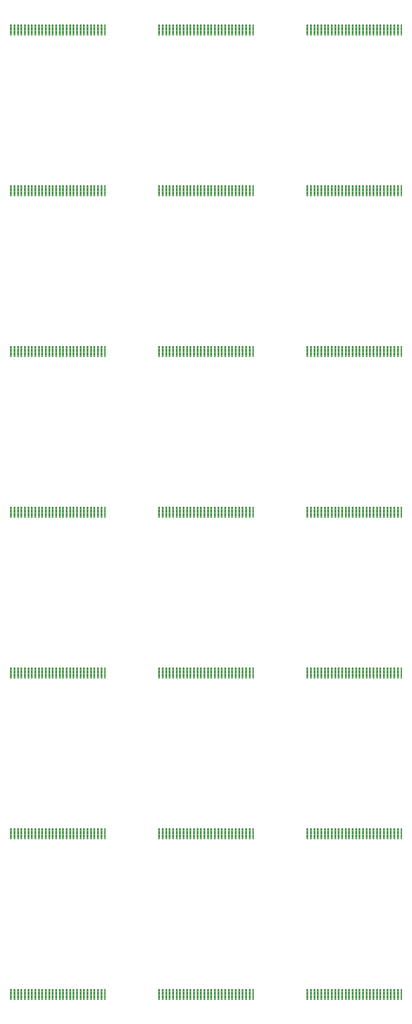
<source format=gbp>
G04 EAGLE Gerber RS-274X export*
G75*
%MOMM*%
%FSLAX34Y34*%
%LPD*%
%INSolderpaste Bottom*%
%IPPOS*%
%AMOC8*
5,1,8,0,0,1.08239X$1,22.5*%
G01*
%ADD10C,0.101500*%


D10*
X289707Y149193D02*
X292193Y149193D01*
X292193Y130207D01*
X289707Y130207D01*
X289707Y149193D01*
X289707Y131171D02*
X292193Y131171D01*
X292193Y132135D02*
X289707Y132135D01*
X289707Y133099D02*
X292193Y133099D01*
X292193Y134063D02*
X289707Y134063D01*
X289707Y135027D02*
X292193Y135027D01*
X292193Y135991D02*
X289707Y135991D01*
X289707Y136955D02*
X292193Y136955D01*
X292193Y137919D02*
X289707Y137919D01*
X289707Y138883D02*
X292193Y138883D01*
X292193Y139847D02*
X289707Y139847D01*
X289707Y140811D02*
X292193Y140811D01*
X292193Y141775D02*
X289707Y141775D01*
X289707Y142739D02*
X292193Y142739D01*
X292193Y143703D02*
X289707Y143703D01*
X289707Y144667D02*
X292193Y144667D01*
X292193Y145631D02*
X289707Y145631D01*
X289707Y146595D02*
X292193Y146595D01*
X292193Y147559D02*
X289707Y147559D01*
X289707Y148523D02*
X292193Y148523D01*
X285693Y149193D02*
X283207Y149193D01*
X285693Y149193D02*
X285693Y130207D01*
X283207Y130207D01*
X283207Y149193D01*
X283207Y131171D02*
X285693Y131171D01*
X285693Y132135D02*
X283207Y132135D01*
X283207Y133099D02*
X285693Y133099D01*
X285693Y134063D02*
X283207Y134063D01*
X283207Y135027D02*
X285693Y135027D01*
X285693Y135991D02*
X283207Y135991D01*
X283207Y136955D02*
X285693Y136955D01*
X285693Y137919D02*
X283207Y137919D01*
X283207Y138883D02*
X285693Y138883D01*
X285693Y139847D02*
X283207Y139847D01*
X283207Y140811D02*
X285693Y140811D01*
X285693Y141775D02*
X283207Y141775D01*
X283207Y142739D02*
X285693Y142739D01*
X285693Y143703D02*
X283207Y143703D01*
X283207Y144667D02*
X285693Y144667D01*
X285693Y145631D02*
X283207Y145631D01*
X283207Y146595D02*
X285693Y146595D01*
X285693Y147559D02*
X283207Y147559D01*
X283207Y148523D02*
X285693Y148523D01*
X279193Y149193D02*
X276707Y149193D01*
X279193Y149193D02*
X279193Y130207D01*
X276707Y130207D01*
X276707Y149193D01*
X276707Y131171D02*
X279193Y131171D01*
X279193Y132135D02*
X276707Y132135D01*
X276707Y133099D02*
X279193Y133099D01*
X279193Y134063D02*
X276707Y134063D01*
X276707Y135027D02*
X279193Y135027D01*
X279193Y135991D02*
X276707Y135991D01*
X276707Y136955D02*
X279193Y136955D01*
X279193Y137919D02*
X276707Y137919D01*
X276707Y138883D02*
X279193Y138883D01*
X279193Y139847D02*
X276707Y139847D01*
X276707Y140811D02*
X279193Y140811D01*
X279193Y141775D02*
X276707Y141775D01*
X276707Y142739D02*
X279193Y142739D01*
X279193Y143703D02*
X276707Y143703D01*
X276707Y144667D02*
X279193Y144667D01*
X279193Y145631D02*
X276707Y145631D01*
X276707Y146595D02*
X279193Y146595D01*
X279193Y147559D02*
X276707Y147559D01*
X276707Y148523D02*
X279193Y148523D01*
X272693Y149193D02*
X270207Y149193D01*
X272693Y149193D02*
X272693Y130207D01*
X270207Y130207D01*
X270207Y149193D01*
X270207Y131171D02*
X272693Y131171D01*
X272693Y132135D02*
X270207Y132135D01*
X270207Y133099D02*
X272693Y133099D01*
X272693Y134063D02*
X270207Y134063D01*
X270207Y135027D02*
X272693Y135027D01*
X272693Y135991D02*
X270207Y135991D01*
X270207Y136955D02*
X272693Y136955D01*
X272693Y137919D02*
X270207Y137919D01*
X270207Y138883D02*
X272693Y138883D01*
X272693Y139847D02*
X270207Y139847D01*
X270207Y140811D02*
X272693Y140811D01*
X272693Y141775D02*
X270207Y141775D01*
X270207Y142739D02*
X272693Y142739D01*
X272693Y143703D02*
X270207Y143703D01*
X270207Y144667D02*
X272693Y144667D01*
X272693Y145631D02*
X270207Y145631D01*
X270207Y146595D02*
X272693Y146595D01*
X272693Y147559D02*
X270207Y147559D01*
X270207Y148523D02*
X272693Y148523D01*
X266193Y149193D02*
X263707Y149193D01*
X266193Y149193D02*
X266193Y130207D01*
X263707Y130207D01*
X263707Y149193D01*
X263707Y131171D02*
X266193Y131171D01*
X266193Y132135D02*
X263707Y132135D01*
X263707Y133099D02*
X266193Y133099D01*
X266193Y134063D02*
X263707Y134063D01*
X263707Y135027D02*
X266193Y135027D01*
X266193Y135991D02*
X263707Y135991D01*
X263707Y136955D02*
X266193Y136955D01*
X266193Y137919D02*
X263707Y137919D01*
X263707Y138883D02*
X266193Y138883D01*
X266193Y139847D02*
X263707Y139847D01*
X263707Y140811D02*
X266193Y140811D01*
X266193Y141775D02*
X263707Y141775D01*
X263707Y142739D02*
X266193Y142739D01*
X266193Y143703D02*
X263707Y143703D01*
X263707Y144667D02*
X266193Y144667D01*
X266193Y145631D02*
X263707Y145631D01*
X263707Y146595D02*
X266193Y146595D01*
X266193Y147559D02*
X263707Y147559D01*
X263707Y148523D02*
X266193Y148523D01*
X259693Y149193D02*
X257207Y149193D01*
X259693Y149193D02*
X259693Y130207D01*
X257207Y130207D01*
X257207Y149193D01*
X257207Y131171D02*
X259693Y131171D01*
X259693Y132135D02*
X257207Y132135D01*
X257207Y133099D02*
X259693Y133099D01*
X259693Y134063D02*
X257207Y134063D01*
X257207Y135027D02*
X259693Y135027D01*
X259693Y135991D02*
X257207Y135991D01*
X257207Y136955D02*
X259693Y136955D01*
X259693Y137919D02*
X257207Y137919D01*
X257207Y138883D02*
X259693Y138883D01*
X259693Y139847D02*
X257207Y139847D01*
X257207Y140811D02*
X259693Y140811D01*
X259693Y141775D02*
X257207Y141775D01*
X257207Y142739D02*
X259693Y142739D01*
X259693Y143703D02*
X257207Y143703D01*
X257207Y144667D02*
X259693Y144667D01*
X259693Y145631D02*
X257207Y145631D01*
X257207Y146595D02*
X259693Y146595D01*
X259693Y147559D02*
X257207Y147559D01*
X257207Y148523D02*
X259693Y148523D01*
X253193Y149193D02*
X250707Y149193D01*
X253193Y149193D02*
X253193Y130207D01*
X250707Y130207D01*
X250707Y149193D01*
X250707Y131171D02*
X253193Y131171D01*
X253193Y132135D02*
X250707Y132135D01*
X250707Y133099D02*
X253193Y133099D01*
X253193Y134063D02*
X250707Y134063D01*
X250707Y135027D02*
X253193Y135027D01*
X253193Y135991D02*
X250707Y135991D01*
X250707Y136955D02*
X253193Y136955D01*
X253193Y137919D02*
X250707Y137919D01*
X250707Y138883D02*
X253193Y138883D01*
X253193Y139847D02*
X250707Y139847D01*
X250707Y140811D02*
X253193Y140811D01*
X253193Y141775D02*
X250707Y141775D01*
X250707Y142739D02*
X253193Y142739D01*
X253193Y143703D02*
X250707Y143703D01*
X250707Y144667D02*
X253193Y144667D01*
X253193Y145631D02*
X250707Y145631D01*
X250707Y146595D02*
X253193Y146595D01*
X253193Y147559D02*
X250707Y147559D01*
X250707Y148523D02*
X253193Y148523D01*
X246693Y149193D02*
X244207Y149193D01*
X246693Y149193D02*
X246693Y130207D01*
X244207Y130207D01*
X244207Y149193D01*
X244207Y131171D02*
X246693Y131171D01*
X246693Y132135D02*
X244207Y132135D01*
X244207Y133099D02*
X246693Y133099D01*
X246693Y134063D02*
X244207Y134063D01*
X244207Y135027D02*
X246693Y135027D01*
X246693Y135991D02*
X244207Y135991D01*
X244207Y136955D02*
X246693Y136955D01*
X246693Y137919D02*
X244207Y137919D01*
X244207Y138883D02*
X246693Y138883D01*
X246693Y139847D02*
X244207Y139847D01*
X244207Y140811D02*
X246693Y140811D01*
X246693Y141775D02*
X244207Y141775D01*
X244207Y142739D02*
X246693Y142739D01*
X246693Y143703D02*
X244207Y143703D01*
X244207Y144667D02*
X246693Y144667D01*
X246693Y145631D02*
X244207Y145631D01*
X244207Y146595D02*
X246693Y146595D01*
X246693Y147559D02*
X244207Y147559D01*
X244207Y148523D02*
X246693Y148523D01*
X240193Y149193D02*
X237707Y149193D01*
X240193Y149193D02*
X240193Y130207D01*
X237707Y130207D01*
X237707Y149193D01*
X237707Y131171D02*
X240193Y131171D01*
X240193Y132135D02*
X237707Y132135D01*
X237707Y133099D02*
X240193Y133099D01*
X240193Y134063D02*
X237707Y134063D01*
X237707Y135027D02*
X240193Y135027D01*
X240193Y135991D02*
X237707Y135991D01*
X237707Y136955D02*
X240193Y136955D01*
X240193Y137919D02*
X237707Y137919D01*
X237707Y138883D02*
X240193Y138883D01*
X240193Y139847D02*
X237707Y139847D01*
X237707Y140811D02*
X240193Y140811D01*
X240193Y141775D02*
X237707Y141775D01*
X237707Y142739D02*
X240193Y142739D01*
X240193Y143703D02*
X237707Y143703D01*
X237707Y144667D02*
X240193Y144667D01*
X240193Y145631D02*
X237707Y145631D01*
X237707Y146595D02*
X240193Y146595D01*
X240193Y147559D02*
X237707Y147559D01*
X237707Y148523D02*
X240193Y148523D01*
X233693Y149193D02*
X231207Y149193D01*
X233693Y149193D02*
X233693Y130207D01*
X231207Y130207D01*
X231207Y149193D01*
X231207Y131171D02*
X233693Y131171D01*
X233693Y132135D02*
X231207Y132135D01*
X231207Y133099D02*
X233693Y133099D01*
X233693Y134063D02*
X231207Y134063D01*
X231207Y135027D02*
X233693Y135027D01*
X233693Y135991D02*
X231207Y135991D01*
X231207Y136955D02*
X233693Y136955D01*
X233693Y137919D02*
X231207Y137919D01*
X231207Y138883D02*
X233693Y138883D01*
X233693Y139847D02*
X231207Y139847D01*
X231207Y140811D02*
X233693Y140811D01*
X233693Y141775D02*
X231207Y141775D01*
X231207Y142739D02*
X233693Y142739D01*
X233693Y143703D02*
X231207Y143703D01*
X231207Y144667D02*
X233693Y144667D01*
X233693Y145631D02*
X231207Y145631D01*
X231207Y146595D02*
X233693Y146595D01*
X233693Y147559D02*
X231207Y147559D01*
X231207Y148523D02*
X233693Y148523D01*
X227193Y149193D02*
X224707Y149193D01*
X227193Y149193D02*
X227193Y130207D01*
X224707Y130207D01*
X224707Y149193D01*
X224707Y131171D02*
X227193Y131171D01*
X227193Y132135D02*
X224707Y132135D01*
X224707Y133099D02*
X227193Y133099D01*
X227193Y134063D02*
X224707Y134063D01*
X224707Y135027D02*
X227193Y135027D01*
X227193Y135991D02*
X224707Y135991D01*
X224707Y136955D02*
X227193Y136955D01*
X227193Y137919D02*
X224707Y137919D01*
X224707Y138883D02*
X227193Y138883D01*
X227193Y139847D02*
X224707Y139847D01*
X224707Y140811D02*
X227193Y140811D01*
X227193Y141775D02*
X224707Y141775D01*
X224707Y142739D02*
X227193Y142739D01*
X227193Y143703D02*
X224707Y143703D01*
X224707Y144667D02*
X227193Y144667D01*
X227193Y145631D02*
X224707Y145631D01*
X224707Y146595D02*
X227193Y146595D01*
X227193Y147559D02*
X224707Y147559D01*
X224707Y148523D02*
X227193Y148523D01*
X220693Y149193D02*
X218207Y149193D01*
X220693Y149193D02*
X220693Y130207D01*
X218207Y130207D01*
X218207Y149193D01*
X218207Y131171D02*
X220693Y131171D01*
X220693Y132135D02*
X218207Y132135D01*
X218207Y133099D02*
X220693Y133099D01*
X220693Y134063D02*
X218207Y134063D01*
X218207Y135027D02*
X220693Y135027D01*
X220693Y135991D02*
X218207Y135991D01*
X218207Y136955D02*
X220693Y136955D01*
X220693Y137919D02*
X218207Y137919D01*
X218207Y138883D02*
X220693Y138883D01*
X220693Y139847D02*
X218207Y139847D01*
X218207Y140811D02*
X220693Y140811D01*
X220693Y141775D02*
X218207Y141775D01*
X218207Y142739D02*
X220693Y142739D01*
X220693Y143703D02*
X218207Y143703D01*
X218207Y144667D02*
X220693Y144667D01*
X220693Y145631D02*
X218207Y145631D01*
X218207Y146595D02*
X220693Y146595D01*
X220693Y147559D02*
X218207Y147559D01*
X218207Y148523D02*
X220693Y148523D01*
X214193Y149193D02*
X211707Y149193D01*
X214193Y149193D02*
X214193Y130207D01*
X211707Y130207D01*
X211707Y149193D01*
X211707Y131171D02*
X214193Y131171D01*
X214193Y132135D02*
X211707Y132135D01*
X211707Y133099D02*
X214193Y133099D01*
X214193Y134063D02*
X211707Y134063D01*
X211707Y135027D02*
X214193Y135027D01*
X214193Y135991D02*
X211707Y135991D01*
X211707Y136955D02*
X214193Y136955D01*
X214193Y137919D02*
X211707Y137919D01*
X211707Y138883D02*
X214193Y138883D01*
X214193Y139847D02*
X211707Y139847D01*
X211707Y140811D02*
X214193Y140811D01*
X214193Y141775D02*
X211707Y141775D01*
X211707Y142739D02*
X214193Y142739D01*
X214193Y143703D02*
X211707Y143703D01*
X211707Y144667D02*
X214193Y144667D01*
X214193Y145631D02*
X211707Y145631D01*
X211707Y146595D02*
X214193Y146595D01*
X214193Y147559D02*
X211707Y147559D01*
X211707Y148523D02*
X214193Y148523D01*
X207693Y149193D02*
X205207Y149193D01*
X207693Y149193D02*
X207693Y130207D01*
X205207Y130207D01*
X205207Y149193D01*
X205207Y131171D02*
X207693Y131171D01*
X207693Y132135D02*
X205207Y132135D01*
X205207Y133099D02*
X207693Y133099D01*
X207693Y134063D02*
X205207Y134063D01*
X205207Y135027D02*
X207693Y135027D01*
X207693Y135991D02*
X205207Y135991D01*
X205207Y136955D02*
X207693Y136955D01*
X207693Y137919D02*
X205207Y137919D01*
X205207Y138883D02*
X207693Y138883D01*
X207693Y139847D02*
X205207Y139847D01*
X205207Y140811D02*
X207693Y140811D01*
X207693Y141775D02*
X205207Y141775D01*
X205207Y142739D02*
X207693Y142739D01*
X207693Y143703D02*
X205207Y143703D01*
X205207Y144667D02*
X207693Y144667D01*
X207693Y145631D02*
X205207Y145631D01*
X205207Y146595D02*
X207693Y146595D01*
X207693Y147559D02*
X205207Y147559D01*
X205207Y148523D02*
X207693Y148523D01*
X201193Y149193D02*
X198707Y149193D01*
X201193Y149193D02*
X201193Y130207D01*
X198707Y130207D01*
X198707Y149193D01*
X198707Y131171D02*
X201193Y131171D01*
X201193Y132135D02*
X198707Y132135D01*
X198707Y133099D02*
X201193Y133099D01*
X201193Y134063D02*
X198707Y134063D01*
X198707Y135027D02*
X201193Y135027D01*
X201193Y135991D02*
X198707Y135991D01*
X198707Y136955D02*
X201193Y136955D01*
X201193Y137919D02*
X198707Y137919D01*
X198707Y138883D02*
X201193Y138883D01*
X201193Y139847D02*
X198707Y139847D01*
X198707Y140811D02*
X201193Y140811D01*
X201193Y141775D02*
X198707Y141775D01*
X198707Y142739D02*
X201193Y142739D01*
X201193Y143703D02*
X198707Y143703D01*
X198707Y144667D02*
X201193Y144667D01*
X201193Y145631D02*
X198707Y145631D01*
X198707Y146595D02*
X201193Y146595D01*
X201193Y147559D02*
X198707Y147559D01*
X198707Y148523D02*
X201193Y148523D01*
X194693Y149193D02*
X192207Y149193D01*
X194693Y149193D02*
X194693Y130207D01*
X192207Y130207D01*
X192207Y149193D01*
X192207Y131171D02*
X194693Y131171D01*
X194693Y132135D02*
X192207Y132135D01*
X192207Y133099D02*
X194693Y133099D01*
X194693Y134063D02*
X192207Y134063D01*
X192207Y135027D02*
X194693Y135027D01*
X194693Y135991D02*
X192207Y135991D01*
X192207Y136955D02*
X194693Y136955D01*
X194693Y137919D02*
X192207Y137919D01*
X192207Y138883D02*
X194693Y138883D01*
X194693Y139847D02*
X192207Y139847D01*
X192207Y140811D02*
X194693Y140811D01*
X194693Y141775D02*
X192207Y141775D01*
X192207Y142739D02*
X194693Y142739D01*
X194693Y143703D02*
X192207Y143703D01*
X192207Y144667D02*
X194693Y144667D01*
X194693Y145631D02*
X192207Y145631D01*
X192207Y146595D02*
X194693Y146595D01*
X194693Y147559D02*
X192207Y147559D01*
X192207Y148523D02*
X194693Y148523D01*
X188193Y149193D02*
X185707Y149193D01*
X188193Y149193D02*
X188193Y130207D01*
X185707Y130207D01*
X185707Y149193D01*
X185707Y131171D02*
X188193Y131171D01*
X188193Y132135D02*
X185707Y132135D01*
X185707Y133099D02*
X188193Y133099D01*
X188193Y134063D02*
X185707Y134063D01*
X185707Y135027D02*
X188193Y135027D01*
X188193Y135991D02*
X185707Y135991D01*
X185707Y136955D02*
X188193Y136955D01*
X188193Y137919D02*
X185707Y137919D01*
X185707Y138883D02*
X188193Y138883D01*
X188193Y139847D02*
X185707Y139847D01*
X185707Y140811D02*
X188193Y140811D01*
X188193Y141775D02*
X185707Y141775D01*
X185707Y142739D02*
X188193Y142739D01*
X188193Y143703D02*
X185707Y143703D01*
X185707Y144667D02*
X188193Y144667D01*
X188193Y145631D02*
X185707Y145631D01*
X185707Y146595D02*
X188193Y146595D01*
X188193Y147559D02*
X185707Y147559D01*
X185707Y148523D02*
X188193Y148523D01*
X181693Y149193D02*
X179207Y149193D01*
X181693Y149193D02*
X181693Y130207D01*
X179207Y130207D01*
X179207Y149193D01*
X179207Y131171D02*
X181693Y131171D01*
X181693Y132135D02*
X179207Y132135D01*
X179207Y133099D02*
X181693Y133099D01*
X181693Y134063D02*
X179207Y134063D01*
X179207Y135027D02*
X181693Y135027D01*
X181693Y135991D02*
X179207Y135991D01*
X179207Y136955D02*
X181693Y136955D01*
X181693Y137919D02*
X179207Y137919D01*
X179207Y138883D02*
X181693Y138883D01*
X181693Y139847D02*
X179207Y139847D01*
X179207Y140811D02*
X181693Y140811D01*
X181693Y141775D02*
X179207Y141775D01*
X179207Y142739D02*
X181693Y142739D01*
X181693Y143703D02*
X179207Y143703D01*
X179207Y144667D02*
X181693Y144667D01*
X181693Y145631D02*
X179207Y145631D01*
X179207Y146595D02*
X181693Y146595D01*
X181693Y147559D02*
X179207Y147559D01*
X179207Y148523D02*
X181693Y148523D01*
X175193Y149193D02*
X172707Y149193D01*
X175193Y149193D02*
X175193Y130207D01*
X172707Y130207D01*
X172707Y149193D01*
X172707Y131171D02*
X175193Y131171D01*
X175193Y132135D02*
X172707Y132135D01*
X172707Y133099D02*
X175193Y133099D01*
X175193Y134063D02*
X172707Y134063D01*
X172707Y135027D02*
X175193Y135027D01*
X175193Y135991D02*
X172707Y135991D01*
X172707Y136955D02*
X175193Y136955D01*
X175193Y137919D02*
X172707Y137919D01*
X172707Y138883D02*
X175193Y138883D01*
X175193Y139847D02*
X172707Y139847D01*
X172707Y140811D02*
X175193Y140811D01*
X175193Y141775D02*
X172707Y141775D01*
X172707Y142739D02*
X175193Y142739D01*
X175193Y143703D02*
X172707Y143703D01*
X172707Y144667D02*
X175193Y144667D01*
X175193Y145631D02*
X172707Y145631D01*
X172707Y146595D02*
X175193Y146595D01*
X175193Y147559D02*
X172707Y147559D01*
X172707Y148523D02*
X175193Y148523D01*
X168693Y149193D02*
X166207Y149193D01*
X168693Y149193D02*
X168693Y130207D01*
X166207Y130207D01*
X166207Y149193D01*
X166207Y131171D02*
X168693Y131171D01*
X168693Y132135D02*
X166207Y132135D01*
X166207Y133099D02*
X168693Y133099D01*
X168693Y134063D02*
X166207Y134063D01*
X166207Y135027D02*
X168693Y135027D01*
X168693Y135991D02*
X166207Y135991D01*
X166207Y136955D02*
X168693Y136955D01*
X168693Y137919D02*
X166207Y137919D01*
X166207Y138883D02*
X168693Y138883D01*
X168693Y139847D02*
X166207Y139847D01*
X166207Y140811D02*
X168693Y140811D01*
X168693Y141775D02*
X166207Y141775D01*
X166207Y142739D02*
X168693Y142739D01*
X168693Y143703D02*
X166207Y143703D01*
X166207Y144667D02*
X168693Y144667D01*
X168693Y145631D02*
X166207Y145631D01*
X166207Y146595D02*
X168693Y146595D01*
X168693Y147559D02*
X166207Y147559D01*
X166207Y148523D02*
X168693Y148523D01*
X162193Y149193D02*
X159707Y149193D01*
X162193Y149193D02*
X162193Y130207D01*
X159707Y130207D01*
X159707Y149193D01*
X159707Y131171D02*
X162193Y131171D01*
X162193Y132135D02*
X159707Y132135D01*
X159707Y133099D02*
X162193Y133099D01*
X162193Y134063D02*
X159707Y134063D01*
X159707Y135027D02*
X162193Y135027D01*
X162193Y135991D02*
X159707Y135991D01*
X159707Y136955D02*
X162193Y136955D01*
X162193Y137919D02*
X159707Y137919D01*
X159707Y138883D02*
X162193Y138883D01*
X162193Y139847D02*
X159707Y139847D01*
X159707Y140811D02*
X162193Y140811D01*
X162193Y141775D02*
X159707Y141775D01*
X159707Y142739D02*
X162193Y142739D01*
X162193Y143703D02*
X159707Y143703D01*
X159707Y144667D02*
X162193Y144667D01*
X162193Y145631D02*
X159707Y145631D01*
X159707Y146595D02*
X162193Y146595D01*
X162193Y147559D02*
X159707Y147559D01*
X159707Y148523D02*
X162193Y148523D01*
X155693Y149193D02*
X153207Y149193D01*
X155693Y149193D02*
X155693Y130207D01*
X153207Y130207D01*
X153207Y149193D01*
X153207Y131171D02*
X155693Y131171D01*
X155693Y132135D02*
X153207Y132135D01*
X153207Y133099D02*
X155693Y133099D01*
X155693Y134063D02*
X153207Y134063D01*
X153207Y135027D02*
X155693Y135027D01*
X155693Y135991D02*
X153207Y135991D01*
X153207Y136955D02*
X155693Y136955D01*
X155693Y137919D02*
X153207Y137919D01*
X153207Y138883D02*
X155693Y138883D01*
X155693Y139847D02*
X153207Y139847D01*
X153207Y140811D02*
X155693Y140811D01*
X155693Y141775D02*
X153207Y141775D01*
X153207Y142739D02*
X155693Y142739D01*
X155693Y143703D02*
X153207Y143703D01*
X153207Y144667D02*
X155693Y144667D01*
X155693Y145631D02*
X153207Y145631D01*
X153207Y146595D02*
X155693Y146595D01*
X155693Y147559D02*
X153207Y147559D01*
X153207Y148523D02*
X155693Y148523D01*
X149193Y149193D02*
X146707Y149193D01*
X149193Y149193D02*
X149193Y130207D01*
X146707Y130207D01*
X146707Y149193D01*
X146707Y131171D02*
X149193Y131171D01*
X149193Y132135D02*
X146707Y132135D01*
X146707Y133099D02*
X149193Y133099D01*
X149193Y134063D02*
X146707Y134063D01*
X146707Y135027D02*
X149193Y135027D01*
X149193Y135991D02*
X146707Y135991D01*
X146707Y136955D02*
X149193Y136955D01*
X149193Y137919D02*
X146707Y137919D01*
X146707Y138883D02*
X149193Y138883D01*
X149193Y139847D02*
X146707Y139847D01*
X146707Y140811D02*
X149193Y140811D01*
X149193Y141775D02*
X146707Y141775D01*
X146707Y142739D02*
X149193Y142739D01*
X149193Y143703D02*
X146707Y143703D01*
X146707Y144667D02*
X149193Y144667D01*
X149193Y145631D02*
X146707Y145631D01*
X146707Y146595D02*
X149193Y146595D01*
X149193Y147559D02*
X146707Y147559D01*
X146707Y148523D02*
X149193Y148523D01*
X142693Y149193D02*
X140207Y149193D01*
X142693Y149193D02*
X142693Y130207D01*
X140207Y130207D01*
X140207Y149193D01*
X140207Y131171D02*
X142693Y131171D01*
X142693Y132135D02*
X140207Y132135D01*
X140207Y133099D02*
X142693Y133099D01*
X142693Y134063D02*
X140207Y134063D01*
X140207Y135027D02*
X142693Y135027D01*
X142693Y135991D02*
X140207Y135991D01*
X140207Y136955D02*
X142693Y136955D01*
X142693Y137919D02*
X140207Y137919D01*
X140207Y138883D02*
X142693Y138883D01*
X142693Y139847D02*
X140207Y139847D01*
X140207Y140811D02*
X142693Y140811D01*
X142693Y141775D02*
X140207Y141775D01*
X140207Y142739D02*
X142693Y142739D01*
X142693Y143703D02*
X140207Y143703D01*
X140207Y144667D02*
X142693Y144667D01*
X142693Y145631D02*
X140207Y145631D01*
X140207Y146595D02*
X142693Y146595D01*
X142693Y147559D02*
X140207Y147559D01*
X140207Y148523D02*
X142693Y148523D01*
X136193Y149193D02*
X133707Y149193D01*
X136193Y149193D02*
X136193Y130207D01*
X133707Y130207D01*
X133707Y149193D01*
X133707Y131171D02*
X136193Y131171D01*
X136193Y132135D02*
X133707Y132135D01*
X133707Y133099D02*
X136193Y133099D01*
X136193Y134063D02*
X133707Y134063D01*
X133707Y135027D02*
X136193Y135027D01*
X136193Y135991D02*
X133707Y135991D01*
X133707Y136955D02*
X136193Y136955D01*
X136193Y137919D02*
X133707Y137919D01*
X133707Y138883D02*
X136193Y138883D01*
X136193Y139847D02*
X133707Y139847D01*
X133707Y140811D02*
X136193Y140811D01*
X136193Y141775D02*
X133707Y141775D01*
X133707Y142739D02*
X136193Y142739D01*
X136193Y143703D02*
X133707Y143703D01*
X133707Y144667D02*
X136193Y144667D01*
X136193Y145631D02*
X133707Y145631D01*
X133707Y146595D02*
X136193Y146595D01*
X136193Y147559D02*
X133707Y147559D01*
X133707Y148523D02*
X136193Y148523D01*
X129693Y149193D02*
X127207Y149193D01*
X129693Y149193D02*
X129693Y130207D01*
X127207Y130207D01*
X127207Y149193D01*
X127207Y131171D02*
X129693Y131171D01*
X129693Y132135D02*
X127207Y132135D01*
X127207Y133099D02*
X129693Y133099D01*
X129693Y134063D02*
X127207Y134063D01*
X127207Y135027D02*
X129693Y135027D01*
X129693Y135991D02*
X127207Y135991D01*
X127207Y136955D02*
X129693Y136955D01*
X129693Y137919D02*
X127207Y137919D01*
X127207Y138883D02*
X129693Y138883D01*
X129693Y139847D02*
X127207Y139847D01*
X127207Y140811D02*
X129693Y140811D01*
X129693Y141775D02*
X127207Y141775D01*
X127207Y142739D02*
X129693Y142739D01*
X129693Y143703D02*
X127207Y143703D01*
X127207Y144667D02*
X129693Y144667D01*
X129693Y145631D02*
X127207Y145631D01*
X127207Y146595D02*
X129693Y146595D01*
X129693Y147559D02*
X127207Y147559D01*
X127207Y148523D02*
X129693Y148523D01*
X123193Y149193D02*
X120707Y149193D01*
X123193Y149193D02*
X123193Y130207D01*
X120707Y130207D01*
X120707Y149193D01*
X120707Y131171D02*
X123193Y131171D01*
X123193Y132135D02*
X120707Y132135D01*
X120707Y133099D02*
X123193Y133099D01*
X123193Y134063D02*
X120707Y134063D01*
X120707Y135027D02*
X123193Y135027D01*
X123193Y135991D02*
X120707Y135991D01*
X120707Y136955D02*
X123193Y136955D01*
X123193Y137919D02*
X120707Y137919D01*
X120707Y138883D02*
X123193Y138883D01*
X123193Y139847D02*
X120707Y139847D01*
X120707Y140811D02*
X123193Y140811D01*
X123193Y141775D02*
X120707Y141775D01*
X120707Y142739D02*
X123193Y142739D01*
X123193Y143703D02*
X120707Y143703D01*
X120707Y144667D02*
X123193Y144667D01*
X123193Y145631D02*
X120707Y145631D01*
X120707Y146595D02*
X123193Y146595D01*
X123193Y147559D02*
X120707Y147559D01*
X120707Y148523D02*
X123193Y148523D01*
X116693Y149193D02*
X114207Y149193D01*
X116693Y149193D02*
X116693Y130207D01*
X114207Y130207D01*
X114207Y149193D01*
X114207Y131171D02*
X116693Y131171D01*
X116693Y132135D02*
X114207Y132135D01*
X114207Y133099D02*
X116693Y133099D01*
X116693Y134063D02*
X114207Y134063D01*
X114207Y135027D02*
X116693Y135027D01*
X116693Y135991D02*
X114207Y135991D01*
X114207Y136955D02*
X116693Y136955D01*
X116693Y137919D02*
X114207Y137919D01*
X114207Y138883D02*
X116693Y138883D01*
X116693Y139847D02*
X114207Y139847D01*
X114207Y140811D02*
X116693Y140811D01*
X116693Y141775D02*
X114207Y141775D01*
X114207Y142739D02*
X116693Y142739D01*
X116693Y143703D02*
X114207Y143703D01*
X114207Y144667D02*
X116693Y144667D01*
X116693Y145631D02*
X114207Y145631D01*
X114207Y146595D02*
X116693Y146595D01*
X116693Y147559D02*
X114207Y147559D01*
X114207Y148523D02*
X116693Y148523D01*
X566567Y149193D02*
X569053Y149193D01*
X569053Y130207D01*
X566567Y130207D01*
X566567Y149193D01*
X566567Y131171D02*
X569053Y131171D01*
X569053Y132135D02*
X566567Y132135D01*
X566567Y133099D02*
X569053Y133099D01*
X569053Y134063D02*
X566567Y134063D01*
X566567Y135027D02*
X569053Y135027D01*
X569053Y135991D02*
X566567Y135991D01*
X566567Y136955D02*
X569053Y136955D01*
X569053Y137919D02*
X566567Y137919D01*
X566567Y138883D02*
X569053Y138883D01*
X569053Y139847D02*
X566567Y139847D01*
X566567Y140811D02*
X569053Y140811D01*
X569053Y141775D02*
X566567Y141775D01*
X566567Y142739D02*
X569053Y142739D01*
X569053Y143703D02*
X566567Y143703D01*
X566567Y144667D02*
X569053Y144667D01*
X569053Y145631D02*
X566567Y145631D01*
X566567Y146595D02*
X569053Y146595D01*
X569053Y147559D02*
X566567Y147559D01*
X566567Y148523D02*
X569053Y148523D01*
X562553Y149193D02*
X560067Y149193D01*
X562553Y149193D02*
X562553Y130207D01*
X560067Y130207D01*
X560067Y149193D01*
X560067Y131171D02*
X562553Y131171D01*
X562553Y132135D02*
X560067Y132135D01*
X560067Y133099D02*
X562553Y133099D01*
X562553Y134063D02*
X560067Y134063D01*
X560067Y135027D02*
X562553Y135027D01*
X562553Y135991D02*
X560067Y135991D01*
X560067Y136955D02*
X562553Y136955D01*
X562553Y137919D02*
X560067Y137919D01*
X560067Y138883D02*
X562553Y138883D01*
X562553Y139847D02*
X560067Y139847D01*
X560067Y140811D02*
X562553Y140811D01*
X562553Y141775D02*
X560067Y141775D01*
X560067Y142739D02*
X562553Y142739D01*
X562553Y143703D02*
X560067Y143703D01*
X560067Y144667D02*
X562553Y144667D01*
X562553Y145631D02*
X560067Y145631D01*
X560067Y146595D02*
X562553Y146595D01*
X562553Y147559D02*
X560067Y147559D01*
X560067Y148523D02*
X562553Y148523D01*
X556053Y149193D02*
X553567Y149193D01*
X556053Y149193D02*
X556053Y130207D01*
X553567Y130207D01*
X553567Y149193D01*
X553567Y131171D02*
X556053Y131171D01*
X556053Y132135D02*
X553567Y132135D01*
X553567Y133099D02*
X556053Y133099D01*
X556053Y134063D02*
X553567Y134063D01*
X553567Y135027D02*
X556053Y135027D01*
X556053Y135991D02*
X553567Y135991D01*
X553567Y136955D02*
X556053Y136955D01*
X556053Y137919D02*
X553567Y137919D01*
X553567Y138883D02*
X556053Y138883D01*
X556053Y139847D02*
X553567Y139847D01*
X553567Y140811D02*
X556053Y140811D01*
X556053Y141775D02*
X553567Y141775D01*
X553567Y142739D02*
X556053Y142739D01*
X556053Y143703D02*
X553567Y143703D01*
X553567Y144667D02*
X556053Y144667D01*
X556053Y145631D02*
X553567Y145631D01*
X553567Y146595D02*
X556053Y146595D01*
X556053Y147559D02*
X553567Y147559D01*
X553567Y148523D02*
X556053Y148523D01*
X549553Y149193D02*
X547067Y149193D01*
X549553Y149193D02*
X549553Y130207D01*
X547067Y130207D01*
X547067Y149193D01*
X547067Y131171D02*
X549553Y131171D01*
X549553Y132135D02*
X547067Y132135D01*
X547067Y133099D02*
X549553Y133099D01*
X549553Y134063D02*
X547067Y134063D01*
X547067Y135027D02*
X549553Y135027D01*
X549553Y135991D02*
X547067Y135991D01*
X547067Y136955D02*
X549553Y136955D01*
X549553Y137919D02*
X547067Y137919D01*
X547067Y138883D02*
X549553Y138883D01*
X549553Y139847D02*
X547067Y139847D01*
X547067Y140811D02*
X549553Y140811D01*
X549553Y141775D02*
X547067Y141775D01*
X547067Y142739D02*
X549553Y142739D01*
X549553Y143703D02*
X547067Y143703D01*
X547067Y144667D02*
X549553Y144667D01*
X549553Y145631D02*
X547067Y145631D01*
X547067Y146595D02*
X549553Y146595D01*
X549553Y147559D02*
X547067Y147559D01*
X547067Y148523D02*
X549553Y148523D01*
X543053Y149193D02*
X540567Y149193D01*
X543053Y149193D02*
X543053Y130207D01*
X540567Y130207D01*
X540567Y149193D01*
X540567Y131171D02*
X543053Y131171D01*
X543053Y132135D02*
X540567Y132135D01*
X540567Y133099D02*
X543053Y133099D01*
X543053Y134063D02*
X540567Y134063D01*
X540567Y135027D02*
X543053Y135027D01*
X543053Y135991D02*
X540567Y135991D01*
X540567Y136955D02*
X543053Y136955D01*
X543053Y137919D02*
X540567Y137919D01*
X540567Y138883D02*
X543053Y138883D01*
X543053Y139847D02*
X540567Y139847D01*
X540567Y140811D02*
X543053Y140811D01*
X543053Y141775D02*
X540567Y141775D01*
X540567Y142739D02*
X543053Y142739D01*
X543053Y143703D02*
X540567Y143703D01*
X540567Y144667D02*
X543053Y144667D01*
X543053Y145631D02*
X540567Y145631D01*
X540567Y146595D02*
X543053Y146595D01*
X543053Y147559D02*
X540567Y147559D01*
X540567Y148523D02*
X543053Y148523D01*
X536553Y149193D02*
X534067Y149193D01*
X536553Y149193D02*
X536553Y130207D01*
X534067Y130207D01*
X534067Y149193D01*
X534067Y131171D02*
X536553Y131171D01*
X536553Y132135D02*
X534067Y132135D01*
X534067Y133099D02*
X536553Y133099D01*
X536553Y134063D02*
X534067Y134063D01*
X534067Y135027D02*
X536553Y135027D01*
X536553Y135991D02*
X534067Y135991D01*
X534067Y136955D02*
X536553Y136955D01*
X536553Y137919D02*
X534067Y137919D01*
X534067Y138883D02*
X536553Y138883D01*
X536553Y139847D02*
X534067Y139847D01*
X534067Y140811D02*
X536553Y140811D01*
X536553Y141775D02*
X534067Y141775D01*
X534067Y142739D02*
X536553Y142739D01*
X536553Y143703D02*
X534067Y143703D01*
X534067Y144667D02*
X536553Y144667D01*
X536553Y145631D02*
X534067Y145631D01*
X534067Y146595D02*
X536553Y146595D01*
X536553Y147559D02*
X534067Y147559D01*
X534067Y148523D02*
X536553Y148523D01*
X530053Y149193D02*
X527567Y149193D01*
X530053Y149193D02*
X530053Y130207D01*
X527567Y130207D01*
X527567Y149193D01*
X527567Y131171D02*
X530053Y131171D01*
X530053Y132135D02*
X527567Y132135D01*
X527567Y133099D02*
X530053Y133099D01*
X530053Y134063D02*
X527567Y134063D01*
X527567Y135027D02*
X530053Y135027D01*
X530053Y135991D02*
X527567Y135991D01*
X527567Y136955D02*
X530053Y136955D01*
X530053Y137919D02*
X527567Y137919D01*
X527567Y138883D02*
X530053Y138883D01*
X530053Y139847D02*
X527567Y139847D01*
X527567Y140811D02*
X530053Y140811D01*
X530053Y141775D02*
X527567Y141775D01*
X527567Y142739D02*
X530053Y142739D01*
X530053Y143703D02*
X527567Y143703D01*
X527567Y144667D02*
X530053Y144667D01*
X530053Y145631D02*
X527567Y145631D01*
X527567Y146595D02*
X530053Y146595D01*
X530053Y147559D02*
X527567Y147559D01*
X527567Y148523D02*
X530053Y148523D01*
X523553Y149193D02*
X521067Y149193D01*
X523553Y149193D02*
X523553Y130207D01*
X521067Y130207D01*
X521067Y149193D01*
X521067Y131171D02*
X523553Y131171D01*
X523553Y132135D02*
X521067Y132135D01*
X521067Y133099D02*
X523553Y133099D01*
X523553Y134063D02*
X521067Y134063D01*
X521067Y135027D02*
X523553Y135027D01*
X523553Y135991D02*
X521067Y135991D01*
X521067Y136955D02*
X523553Y136955D01*
X523553Y137919D02*
X521067Y137919D01*
X521067Y138883D02*
X523553Y138883D01*
X523553Y139847D02*
X521067Y139847D01*
X521067Y140811D02*
X523553Y140811D01*
X523553Y141775D02*
X521067Y141775D01*
X521067Y142739D02*
X523553Y142739D01*
X523553Y143703D02*
X521067Y143703D01*
X521067Y144667D02*
X523553Y144667D01*
X523553Y145631D02*
X521067Y145631D01*
X521067Y146595D02*
X523553Y146595D01*
X523553Y147559D02*
X521067Y147559D01*
X521067Y148523D02*
X523553Y148523D01*
X517053Y149193D02*
X514567Y149193D01*
X517053Y149193D02*
X517053Y130207D01*
X514567Y130207D01*
X514567Y149193D01*
X514567Y131171D02*
X517053Y131171D01*
X517053Y132135D02*
X514567Y132135D01*
X514567Y133099D02*
X517053Y133099D01*
X517053Y134063D02*
X514567Y134063D01*
X514567Y135027D02*
X517053Y135027D01*
X517053Y135991D02*
X514567Y135991D01*
X514567Y136955D02*
X517053Y136955D01*
X517053Y137919D02*
X514567Y137919D01*
X514567Y138883D02*
X517053Y138883D01*
X517053Y139847D02*
X514567Y139847D01*
X514567Y140811D02*
X517053Y140811D01*
X517053Y141775D02*
X514567Y141775D01*
X514567Y142739D02*
X517053Y142739D01*
X517053Y143703D02*
X514567Y143703D01*
X514567Y144667D02*
X517053Y144667D01*
X517053Y145631D02*
X514567Y145631D01*
X514567Y146595D02*
X517053Y146595D01*
X517053Y147559D02*
X514567Y147559D01*
X514567Y148523D02*
X517053Y148523D01*
X510553Y149193D02*
X508067Y149193D01*
X510553Y149193D02*
X510553Y130207D01*
X508067Y130207D01*
X508067Y149193D01*
X508067Y131171D02*
X510553Y131171D01*
X510553Y132135D02*
X508067Y132135D01*
X508067Y133099D02*
X510553Y133099D01*
X510553Y134063D02*
X508067Y134063D01*
X508067Y135027D02*
X510553Y135027D01*
X510553Y135991D02*
X508067Y135991D01*
X508067Y136955D02*
X510553Y136955D01*
X510553Y137919D02*
X508067Y137919D01*
X508067Y138883D02*
X510553Y138883D01*
X510553Y139847D02*
X508067Y139847D01*
X508067Y140811D02*
X510553Y140811D01*
X510553Y141775D02*
X508067Y141775D01*
X508067Y142739D02*
X510553Y142739D01*
X510553Y143703D02*
X508067Y143703D01*
X508067Y144667D02*
X510553Y144667D01*
X510553Y145631D02*
X508067Y145631D01*
X508067Y146595D02*
X510553Y146595D01*
X510553Y147559D02*
X508067Y147559D01*
X508067Y148523D02*
X510553Y148523D01*
X504053Y149193D02*
X501567Y149193D01*
X504053Y149193D02*
X504053Y130207D01*
X501567Y130207D01*
X501567Y149193D01*
X501567Y131171D02*
X504053Y131171D01*
X504053Y132135D02*
X501567Y132135D01*
X501567Y133099D02*
X504053Y133099D01*
X504053Y134063D02*
X501567Y134063D01*
X501567Y135027D02*
X504053Y135027D01*
X504053Y135991D02*
X501567Y135991D01*
X501567Y136955D02*
X504053Y136955D01*
X504053Y137919D02*
X501567Y137919D01*
X501567Y138883D02*
X504053Y138883D01*
X504053Y139847D02*
X501567Y139847D01*
X501567Y140811D02*
X504053Y140811D01*
X504053Y141775D02*
X501567Y141775D01*
X501567Y142739D02*
X504053Y142739D01*
X504053Y143703D02*
X501567Y143703D01*
X501567Y144667D02*
X504053Y144667D01*
X504053Y145631D02*
X501567Y145631D01*
X501567Y146595D02*
X504053Y146595D01*
X504053Y147559D02*
X501567Y147559D01*
X501567Y148523D02*
X504053Y148523D01*
X497553Y149193D02*
X495067Y149193D01*
X497553Y149193D02*
X497553Y130207D01*
X495067Y130207D01*
X495067Y149193D01*
X495067Y131171D02*
X497553Y131171D01*
X497553Y132135D02*
X495067Y132135D01*
X495067Y133099D02*
X497553Y133099D01*
X497553Y134063D02*
X495067Y134063D01*
X495067Y135027D02*
X497553Y135027D01*
X497553Y135991D02*
X495067Y135991D01*
X495067Y136955D02*
X497553Y136955D01*
X497553Y137919D02*
X495067Y137919D01*
X495067Y138883D02*
X497553Y138883D01*
X497553Y139847D02*
X495067Y139847D01*
X495067Y140811D02*
X497553Y140811D01*
X497553Y141775D02*
X495067Y141775D01*
X495067Y142739D02*
X497553Y142739D01*
X497553Y143703D02*
X495067Y143703D01*
X495067Y144667D02*
X497553Y144667D01*
X497553Y145631D02*
X495067Y145631D01*
X495067Y146595D02*
X497553Y146595D01*
X497553Y147559D02*
X495067Y147559D01*
X495067Y148523D02*
X497553Y148523D01*
X491053Y149193D02*
X488567Y149193D01*
X491053Y149193D02*
X491053Y130207D01*
X488567Y130207D01*
X488567Y149193D01*
X488567Y131171D02*
X491053Y131171D01*
X491053Y132135D02*
X488567Y132135D01*
X488567Y133099D02*
X491053Y133099D01*
X491053Y134063D02*
X488567Y134063D01*
X488567Y135027D02*
X491053Y135027D01*
X491053Y135991D02*
X488567Y135991D01*
X488567Y136955D02*
X491053Y136955D01*
X491053Y137919D02*
X488567Y137919D01*
X488567Y138883D02*
X491053Y138883D01*
X491053Y139847D02*
X488567Y139847D01*
X488567Y140811D02*
X491053Y140811D01*
X491053Y141775D02*
X488567Y141775D01*
X488567Y142739D02*
X491053Y142739D01*
X491053Y143703D02*
X488567Y143703D01*
X488567Y144667D02*
X491053Y144667D01*
X491053Y145631D02*
X488567Y145631D01*
X488567Y146595D02*
X491053Y146595D01*
X491053Y147559D02*
X488567Y147559D01*
X488567Y148523D02*
X491053Y148523D01*
X484553Y149193D02*
X482067Y149193D01*
X484553Y149193D02*
X484553Y130207D01*
X482067Y130207D01*
X482067Y149193D01*
X482067Y131171D02*
X484553Y131171D01*
X484553Y132135D02*
X482067Y132135D01*
X482067Y133099D02*
X484553Y133099D01*
X484553Y134063D02*
X482067Y134063D01*
X482067Y135027D02*
X484553Y135027D01*
X484553Y135991D02*
X482067Y135991D01*
X482067Y136955D02*
X484553Y136955D01*
X484553Y137919D02*
X482067Y137919D01*
X482067Y138883D02*
X484553Y138883D01*
X484553Y139847D02*
X482067Y139847D01*
X482067Y140811D02*
X484553Y140811D01*
X484553Y141775D02*
X482067Y141775D01*
X482067Y142739D02*
X484553Y142739D01*
X484553Y143703D02*
X482067Y143703D01*
X482067Y144667D02*
X484553Y144667D01*
X484553Y145631D02*
X482067Y145631D01*
X482067Y146595D02*
X484553Y146595D01*
X484553Y147559D02*
X482067Y147559D01*
X482067Y148523D02*
X484553Y148523D01*
X478053Y149193D02*
X475567Y149193D01*
X478053Y149193D02*
X478053Y130207D01*
X475567Y130207D01*
X475567Y149193D01*
X475567Y131171D02*
X478053Y131171D01*
X478053Y132135D02*
X475567Y132135D01*
X475567Y133099D02*
X478053Y133099D01*
X478053Y134063D02*
X475567Y134063D01*
X475567Y135027D02*
X478053Y135027D01*
X478053Y135991D02*
X475567Y135991D01*
X475567Y136955D02*
X478053Y136955D01*
X478053Y137919D02*
X475567Y137919D01*
X475567Y138883D02*
X478053Y138883D01*
X478053Y139847D02*
X475567Y139847D01*
X475567Y140811D02*
X478053Y140811D01*
X478053Y141775D02*
X475567Y141775D01*
X475567Y142739D02*
X478053Y142739D01*
X478053Y143703D02*
X475567Y143703D01*
X475567Y144667D02*
X478053Y144667D01*
X478053Y145631D02*
X475567Y145631D01*
X475567Y146595D02*
X478053Y146595D01*
X478053Y147559D02*
X475567Y147559D01*
X475567Y148523D02*
X478053Y148523D01*
X471553Y149193D02*
X469067Y149193D01*
X471553Y149193D02*
X471553Y130207D01*
X469067Y130207D01*
X469067Y149193D01*
X469067Y131171D02*
X471553Y131171D01*
X471553Y132135D02*
X469067Y132135D01*
X469067Y133099D02*
X471553Y133099D01*
X471553Y134063D02*
X469067Y134063D01*
X469067Y135027D02*
X471553Y135027D01*
X471553Y135991D02*
X469067Y135991D01*
X469067Y136955D02*
X471553Y136955D01*
X471553Y137919D02*
X469067Y137919D01*
X469067Y138883D02*
X471553Y138883D01*
X471553Y139847D02*
X469067Y139847D01*
X469067Y140811D02*
X471553Y140811D01*
X471553Y141775D02*
X469067Y141775D01*
X469067Y142739D02*
X471553Y142739D01*
X471553Y143703D02*
X469067Y143703D01*
X469067Y144667D02*
X471553Y144667D01*
X471553Y145631D02*
X469067Y145631D01*
X469067Y146595D02*
X471553Y146595D01*
X471553Y147559D02*
X469067Y147559D01*
X469067Y148523D02*
X471553Y148523D01*
X465053Y149193D02*
X462567Y149193D01*
X465053Y149193D02*
X465053Y130207D01*
X462567Y130207D01*
X462567Y149193D01*
X462567Y131171D02*
X465053Y131171D01*
X465053Y132135D02*
X462567Y132135D01*
X462567Y133099D02*
X465053Y133099D01*
X465053Y134063D02*
X462567Y134063D01*
X462567Y135027D02*
X465053Y135027D01*
X465053Y135991D02*
X462567Y135991D01*
X462567Y136955D02*
X465053Y136955D01*
X465053Y137919D02*
X462567Y137919D01*
X462567Y138883D02*
X465053Y138883D01*
X465053Y139847D02*
X462567Y139847D01*
X462567Y140811D02*
X465053Y140811D01*
X465053Y141775D02*
X462567Y141775D01*
X462567Y142739D02*
X465053Y142739D01*
X465053Y143703D02*
X462567Y143703D01*
X462567Y144667D02*
X465053Y144667D01*
X465053Y145631D02*
X462567Y145631D01*
X462567Y146595D02*
X465053Y146595D01*
X465053Y147559D02*
X462567Y147559D01*
X462567Y148523D02*
X465053Y148523D01*
X458553Y149193D02*
X456067Y149193D01*
X458553Y149193D02*
X458553Y130207D01*
X456067Y130207D01*
X456067Y149193D01*
X456067Y131171D02*
X458553Y131171D01*
X458553Y132135D02*
X456067Y132135D01*
X456067Y133099D02*
X458553Y133099D01*
X458553Y134063D02*
X456067Y134063D01*
X456067Y135027D02*
X458553Y135027D01*
X458553Y135991D02*
X456067Y135991D01*
X456067Y136955D02*
X458553Y136955D01*
X458553Y137919D02*
X456067Y137919D01*
X456067Y138883D02*
X458553Y138883D01*
X458553Y139847D02*
X456067Y139847D01*
X456067Y140811D02*
X458553Y140811D01*
X458553Y141775D02*
X456067Y141775D01*
X456067Y142739D02*
X458553Y142739D01*
X458553Y143703D02*
X456067Y143703D01*
X456067Y144667D02*
X458553Y144667D01*
X458553Y145631D02*
X456067Y145631D01*
X456067Y146595D02*
X458553Y146595D01*
X458553Y147559D02*
X456067Y147559D01*
X456067Y148523D02*
X458553Y148523D01*
X452053Y149193D02*
X449567Y149193D01*
X452053Y149193D02*
X452053Y130207D01*
X449567Y130207D01*
X449567Y149193D01*
X449567Y131171D02*
X452053Y131171D01*
X452053Y132135D02*
X449567Y132135D01*
X449567Y133099D02*
X452053Y133099D01*
X452053Y134063D02*
X449567Y134063D01*
X449567Y135027D02*
X452053Y135027D01*
X452053Y135991D02*
X449567Y135991D01*
X449567Y136955D02*
X452053Y136955D01*
X452053Y137919D02*
X449567Y137919D01*
X449567Y138883D02*
X452053Y138883D01*
X452053Y139847D02*
X449567Y139847D01*
X449567Y140811D02*
X452053Y140811D01*
X452053Y141775D02*
X449567Y141775D01*
X449567Y142739D02*
X452053Y142739D01*
X452053Y143703D02*
X449567Y143703D01*
X449567Y144667D02*
X452053Y144667D01*
X452053Y145631D02*
X449567Y145631D01*
X449567Y146595D02*
X452053Y146595D01*
X452053Y147559D02*
X449567Y147559D01*
X449567Y148523D02*
X452053Y148523D01*
X445553Y149193D02*
X443067Y149193D01*
X445553Y149193D02*
X445553Y130207D01*
X443067Y130207D01*
X443067Y149193D01*
X443067Y131171D02*
X445553Y131171D01*
X445553Y132135D02*
X443067Y132135D01*
X443067Y133099D02*
X445553Y133099D01*
X445553Y134063D02*
X443067Y134063D01*
X443067Y135027D02*
X445553Y135027D01*
X445553Y135991D02*
X443067Y135991D01*
X443067Y136955D02*
X445553Y136955D01*
X445553Y137919D02*
X443067Y137919D01*
X443067Y138883D02*
X445553Y138883D01*
X445553Y139847D02*
X443067Y139847D01*
X443067Y140811D02*
X445553Y140811D01*
X445553Y141775D02*
X443067Y141775D01*
X443067Y142739D02*
X445553Y142739D01*
X445553Y143703D02*
X443067Y143703D01*
X443067Y144667D02*
X445553Y144667D01*
X445553Y145631D02*
X443067Y145631D01*
X443067Y146595D02*
X445553Y146595D01*
X445553Y147559D02*
X443067Y147559D01*
X443067Y148523D02*
X445553Y148523D01*
X439053Y149193D02*
X436567Y149193D01*
X439053Y149193D02*
X439053Y130207D01*
X436567Y130207D01*
X436567Y149193D01*
X436567Y131171D02*
X439053Y131171D01*
X439053Y132135D02*
X436567Y132135D01*
X436567Y133099D02*
X439053Y133099D01*
X439053Y134063D02*
X436567Y134063D01*
X436567Y135027D02*
X439053Y135027D01*
X439053Y135991D02*
X436567Y135991D01*
X436567Y136955D02*
X439053Y136955D01*
X439053Y137919D02*
X436567Y137919D01*
X436567Y138883D02*
X439053Y138883D01*
X439053Y139847D02*
X436567Y139847D01*
X436567Y140811D02*
X439053Y140811D01*
X439053Y141775D02*
X436567Y141775D01*
X436567Y142739D02*
X439053Y142739D01*
X439053Y143703D02*
X436567Y143703D01*
X436567Y144667D02*
X439053Y144667D01*
X439053Y145631D02*
X436567Y145631D01*
X436567Y146595D02*
X439053Y146595D01*
X439053Y147559D02*
X436567Y147559D01*
X436567Y148523D02*
X439053Y148523D01*
X432553Y149193D02*
X430067Y149193D01*
X432553Y149193D02*
X432553Y130207D01*
X430067Y130207D01*
X430067Y149193D01*
X430067Y131171D02*
X432553Y131171D01*
X432553Y132135D02*
X430067Y132135D01*
X430067Y133099D02*
X432553Y133099D01*
X432553Y134063D02*
X430067Y134063D01*
X430067Y135027D02*
X432553Y135027D01*
X432553Y135991D02*
X430067Y135991D01*
X430067Y136955D02*
X432553Y136955D01*
X432553Y137919D02*
X430067Y137919D01*
X430067Y138883D02*
X432553Y138883D01*
X432553Y139847D02*
X430067Y139847D01*
X430067Y140811D02*
X432553Y140811D01*
X432553Y141775D02*
X430067Y141775D01*
X430067Y142739D02*
X432553Y142739D01*
X432553Y143703D02*
X430067Y143703D01*
X430067Y144667D02*
X432553Y144667D01*
X432553Y145631D02*
X430067Y145631D01*
X430067Y146595D02*
X432553Y146595D01*
X432553Y147559D02*
X430067Y147559D01*
X430067Y148523D02*
X432553Y148523D01*
X426053Y149193D02*
X423567Y149193D01*
X426053Y149193D02*
X426053Y130207D01*
X423567Y130207D01*
X423567Y149193D01*
X423567Y131171D02*
X426053Y131171D01*
X426053Y132135D02*
X423567Y132135D01*
X423567Y133099D02*
X426053Y133099D01*
X426053Y134063D02*
X423567Y134063D01*
X423567Y135027D02*
X426053Y135027D01*
X426053Y135991D02*
X423567Y135991D01*
X423567Y136955D02*
X426053Y136955D01*
X426053Y137919D02*
X423567Y137919D01*
X423567Y138883D02*
X426053Y138883D01*
X426053Y139847D02*
X423567Y139847D01*
X423567Y140811D02*
X426053Y140811D01*
X426053Y141775D02*
X423567Y141775D01*
X423567Y142739D02*
X426053Y142739D01*
X426053Y143703D02*
X423567Y143703D01*
X423567Y144667D02*
X426053Y144667D01*
X426053Y145631D02*
X423567Y145631D01*
X423567Y146595D02*
X426053Y146595D01*
X426053Y147559D02*
X423567Y147559D01*
X423567Y148523D02*
X426053Y148523D01*
X419553Y149193D02*
X417067Y149193D01*
X419553Y149193D02*
X419553Y130207D01*
X417067Y130207D01*
X417067Y149193D01*
X417067Y131171D02*
X419553Y131171D01*
X419553Y132135D02*
X417067Y132135D01*
X417067Y133099D02*
X419553Y133099D01*
X419553Y134063D02*
X417067Y134063D01*
X417067Y135027D02*
X419553Y135027D01*
X419553Y135991D02*
X417067Y135991D01*
X417067Y136955D02*
X419553Y136955D01*
X419553Y137919D02*
X417067Y137919D01*
X417067Y138883D02*
X419553Y138883D01*
X419553Y139847D02*
X417067Y139847D01*
X417067Y140811D02*
X419553Y140811D01*
X419553Y141775D02*
X417067Y141775D01*
X417067Y142739D02*
X419553Y142739D01*
X419553Y143703D02*
X417067Y143703D01*
X417067Y144667D02*
X419553Y144667D01*
X419553Y145631D02*
X417067Y145631D01*
X417067Y146595D02*
X419553Y146595D01*
X419553Y147559D02*
X417067Y147559D01*
X417067Y148523D02*
X419553Y148523D01*
X413053Y149193D02*
X410567Y149193D01*
X413053Y149193D02*
X413053Y130207D01*
X410567Y130207D01*
X410567Y149193D01*
X410567Y131171D02*
X413053Y131171D01*
X413053Y132135D02*
X410567Y132135D01*
X410567Y133099D02*
X413053Y133099D01*
X413053Y134063D02*
X410567Y134063D01*
X410567Y135027D02*
X413053Y135027D01*
X413053Y135991D02*
X410567Y135991D01*
X410567Y136955D02*
X413053Y136955D01*
X413053Y137919D02*
X410567Y137919D01*
X410567Y138883D02*
X413053Y138883D01*
X413053Y139847D02*
X410567Y139847D01*
X410567Y140811D02*
X413053Y140811D01*
X413053Y141775D02*
X410567Y141775D01*
X410567Y142739D02*
X413053Y142739D01*
X413053Y143703D02*
X410567Y143703D01*
X410567Y144667D02*
X413053Y144667D01*
X413053Y145631D02*
X410567Y145631D01*
X410567Y146595D02*
X413053Y146595D01*
X413053Y147559D02*
X410567Y147559D01*
X410567Y148523D02*
X413053Y148523D01*
X406553Y149193D02*
X404067Y149193D01*
X406553Y149193D02*
X406553Y130207D01*
X404067Y130207D01*
X404067Y149193D01*
X404067Y131171D02*
X406553Y131171D01*
X406553Y132135D02*
X404067Y132135D01*
X404067Y133099D02*
X406553Y133099D01*
X406553Y134063D02*
X404067Y134063D01*
X404067Y135027D02*
X406553Y135027D01*
X406553Y135991D02*
X404067Y135991D01*
X404067Y136955D02*
X406553Y136955D01*
X406553Y137919D02*
X404067Y137919D01*
X404067Y138883D02*
X406553Y138883D01*
X406553Y139847D02*
X404067Y139847D01*
X404067Y140811D02*
X406553Y140811D01*
X406553Y141775D02*
X404067Y141775D01*
X404067Y142739D02*
X406553Y142739D01*
X406553Y143703D02*
X404067Y143703D01*
X404067Y144667D02*
X406553Y144667D01*
X406553Y145631D02*
X404067Y145631D01*
X404067Y146595D02*
X406553Y146595D01*
X406553Y147559D02*
X404067Y147559D01*
X404067Y148523D02*
X406553Y148523D01*
X400053Y149193D02*
X397567Y149193D01*
X400053Y149193D02*
X400053Y130207D01*
X397567Y130207D01*
X397567Y149193D01*
X397567Y131171D02*
X400053Y131171D01*
X400053Y132135D02*
X397567Y132135D01*
X397567Y133099D02*
X400053Y133099D01*
X400053Y134063D02*
X397567Y134063D01*
X397567Y135027D02*
X400053Y135027D01*
X400053Y135991D02*
X397567Y135991D01*
X397567Y136955D02*
X400053Y136955D01*
X400053Y137919D02*
X397567Y137919D01*
X397567Y138883D02*
X400053Y138883D01*
X400053Y139847D02*
X397567Y139847D01*
X397567Y140811D02*
X400053Y140811D01*
X400053Y141775D02*
X397567Y141775D01*
X397567Y142739D02*
X400053Y142739D01*
X400053Y143703D02*
X397567Y143703D01*
X397567Y144667D02*
X400053Y144667D01*
X400053Y145631D02*
X397567Y145631D01*
X397567Y146595D02*
X400053Y146595D01*
X400053Y147559D02*
X397567Y147559D01*
X397567Y148523D02*
X400053Y148523D01*
X393553Y149193D02*
X391067Y149193D01*
X393553Y149193D02*
X393553Y130207D01*
X391067Y130207D01*
X391067Y149193D01*
X391067Y131171D02*
X393553Y131171D01*
X393553Y132135D02*
X391067Y132135D01*
X391067Y133099D02*
X393553Y133099D01*
X393553Y134063D02*
X391067Y134063D01*
X391067Y135027D02*
X393553Y135027D01*
X393553Y135991D02*
X391067Y135991D01*
X391067Y136955D02*
X393553Y136955D01*
X393553Y137919D02*
X391067Y137919D01*
X391067Y138883D02*
X393553Y138883D01*
X393553Y139847D02*
X391067Y139847D01*
X391067Y140811D02*
X393553Y140811D01*
X393553Y141775D02*
X391067Y141775D01*
X391067Y142739D02*
X393553Y142739D01*
X393553Y143703D02*
X391067Y143703D01*
X391067Y144667D02*
X393553Y144667D01*
X393553Y145631D02*
X391067Y145631D01*
X391067Y146595D02*
X393553Y146595D01*
X393553Y147559D02*
X391067Y147559D01*
X391067Y148523D02*
X393553Y148523D01*
X843427Y149193D02*
X845913Y149193D01*
X845913Y130207D01*
X843427Y130207D01*
X843427Y149193D01*
X843427Y131171D02*
X845913Y131171D01*
X845913Y132135D02*
X843427Y132135D01*
X843427Y133099D02*
X845913Y133099D01*
X845913Y134063D02*
X843427Y134063D01*
X843427Y135027D02*
X845913Y135027D01*
X845913Y135991D02*
X843427Y135991D01*
X843427Y136955D02*
X845913Y136955D01*
X845913Y137919D02*
X843427Y137919D01*
X843427Y138883D02*
X845913Y138883D01*
X845913Y139847D02*
X843427Y139847D01*
X843427Y140811D02*
X845913Y140811D01*
X845913Y141775D02*
X843427Y141775D01*
X843427Y142739D02*
X845913Y142739D01*
X845913Y143703D02*
X843427Y143703D01*
X843427Y144667D02*
X845913Y144667D01*
X845913Y145631D02*
X843427Y145631D01*
X843427Y146595D02*
X845913Y146595D01*
X845913Y147559D02*
X843427Y147559D01*
X843427Y148523D02*
X845913Y148523D01*
X839413Y149193D02*
X836927Y149193D01*
X839413Y149193D02*
X839413Y130207D01*
X836927Y130207D01*
X836927Y149193D01*
X836927Y131171D02*
X839413Y131171D01*
X839413Y132135D02*
X836927Y132135D01*
X836927Y133099D02*
X839413Y133099D01*
X839413Y134063D02*
X836927Y134063D01*
X836927Y135027D02*
X839413Y135027D01*
X839413Y135991D02*
X836927Y135991D01*
X836927Y136955D02*
X839413Y136955D01*
X839413Y137919D02*
X836927Y137919D01*
X836927Y138883D02*
X839413Y138883D01*
X839413Y139847D02*
X836927Y139847D01*
X836927Y140811D02*
X839413Y140811D01*
X839413Y141775D02*
X836927Y141775D01*
X836927Y142739D02*
X839413Y142739D01*
X839413Y143703D02*
X836927Y143703D01*
X836927Y144667D02*
X839413Y144667D01*
X839413Y145631D02*
X836927Y145631D01*
X836927Y146595D02*
X839413Y146595D01*
X839413Y147559D02*
X836927Y147559D01*
X836927Y148523D02*
X839413Y148523D01*
X832913Y149193D02*
X830427Y149193D01*
X832913Y149193D02*
X832913Y130207D01*
X830427Y130207D01*
X830427Y149193D01*
X830427Y131171D02*
X832913Y131171D01*
X832913Y132135D02*
X830427Y132135D01*
X830427Y133099D02*
X832913Y133099D01*
X832913Y134063D02*
X830427Y134063D01*
X830427Y135027D02*
X832913Y135027D01*
X832913Y135991D02*
X830427Y135991D01*
X830427Y136955D02*
X832913Y136955D01*
X832913Y137919D02*
X830427Y137919D01*
X830427Y138883D02*
X832913Y138883D01*
X832913Y139847D02*
X830427Y139847D01*
X830427Y140811D02*
X832913Y140811D01*
X832913Y141775D02*
X830427Y141775D01*
X830427Y142739D02*
X832913Y142739D01*
X832913Y143703D02*
X830427Y143703D01*
X830427Y144667D02*
X832913Y144667D01*
X832913Y145631D02*
X830427Y145631D01*
X830427Y146595D02*
X832913Y146595D01*
X832913Y147559D02*
X830427Y147559D01*
X830427Y148523D02*
X832913Y148523D01*
X826413Y149193D02*
X823927Y149193D01*
X826413Y149193D02*
X826413Y130207D01*
X823927Y130207D01*
X823927Y149193D01*
X823927Y131171D02*
X826413Y131171D01*
X826413Y132135D02*
X823927Y132135D01*
X823927Y133099D02*
X826413Y133099D01*
X826413Y134063D02*
X823927Y134063D01*
X823927Y135027D02*
X826413Y135027D01*
X826413Y135991D02*
X823927Y135991D01*
X823927Y136955D02*
X826413Y136955D01*
X826413Y137919D02*
X823927Y137919D01*
X823927Y138883D02*
X826413Y138883D01*
X826413Y139847D02*
X823927Y139847D01*
X823927Y140811D02*
X826413Y140811D01*
X826413Y141775D02*
X823927Y141775D01*
X823927Y142739D02*
X826413Y142739D01*
X826413Y143703D02*
X823927Y143703D01*
X823927Y144667D02*
X826413Y144667D01*
X826413Y145631D02*
X823927Y145631D01*
X823927Y146595D02*
X826413Y146595D01*
X826413Y147559D02*
X823927Y147559D01*
X823927Y148523D02*
X826413Y148523D01*
X819913Y149193D02*
X817427Y149193D01*
X819913Y149193D02*
X819913Y130207D01*
X817427Y130207D01*
X817427Y149193D01*
X817427Y131171D02*
X819913Y131171D01*
X819913Y132135D02*
X817427Y132135D01*
X817427Y133099D02*
X819913Y133099D01*
X819913Y134063D02*
X817427Y134063D01*
X817427Y135027D02*
X819913Y135027D01*
X819913Y135991D02*
X817427Y135991D01*
X817427Y136955D02*
X819913Y136955D01*
X819913Y137919D02*
X817427Y137919D01*
X817427Y138883D02*
X819913Y138883D01*
X819913Y139847D02*
X817427Y139847D01*
X817427Y140811D02*
X819913Y140811D01*
X819913Y141775D02*
X817427Y141775D01*
X817427Y142739D02*
X819913Y142739D01*
X819913Y143703D02*
X817427Y143703D01*
X817427Y144667D02*
X819913Y144667D01*
X819913Y145631D02*
X817427Y145631D01*
X817427Y146595D02*
X819913Y146595D01*
X819913Y147559D02*
X817427Y147559D01*
X817427Y148523D02*
X819913Y148523D01*
X813413Y149193D02*
X810927Y149193D01*
X813413Y149193D02*
X813413Y130207D01*
X810927Y130207D01*
X810927Y149193D01*
X810927Y131171D02*
X813413Y131171D01*
X813413Y132135D02*
X810927Y132135D01*
X810927Y133099D02*
X813413Y133099D01*
X813413Y134063D02*
X810927Y134063D01*
X810927Y135027D02*
X813413Y135027D01*
X813413Y135991D02*
X810927Y135991D01*
X810927Y136955D02*
X813413Y136955D01*
X813413Y137919D02*
X810927Y137919D01*
X810927Y138883D02*
X813413Y138883D01*
X813413Y139847D02*
X810927Y139847D01*
X810927Y140811D02*
X813413Y140811D01*
X813413Y141775D02*
X810927Y141775D01*
X810927Y142739D02*
X813413Y142739D01*
X813413Y143703D02*
X810927Y143703D01*
X810927Y144667D02*
X813413Y144667D01*
X813413Y145631D02*
X810927Y145631D01*
X810927Y146595D02*
X813413Y146595D01*
X813413Y147559D02*
X810927Y147559D01*
X810927Y148523D02*
X813413Y148523D01*
X806913Y149193D02*
X804427Y149193D01*
X806913Y149193D02*
X806913Y130207D01*
X804427Y130207D01*
X804427Y149193D01*
X804427Y131171D02*
X806913Y131171D01*
X806913Y132135D02*
X804427Y132135D01*
X804427Y133099D02*
X806913Y133099D01*
X806913Y134063D02*
X804427Y134063D01*
X804427Y135027D02*
X806913Y135027D01*
X806913Y135991D02*
X804427Y135991D01*
X804427Y136955D02*
X806913Y136955D01*
X806913Y137919D02*
X804427Y137919D01*
X804427Y138883D02*
X806913Y138883D01*
X806913Y139847D02*
X804427Y139847D01*
X804427Y140811D02*
X806913Y140811D01*
X806913Y141775D02*
X804427Y141775D01*
X804427Y142739D02*
X806913Y142739D01*
X806913Y143703D02*
X804427Y143703D01*
X804427Y144667D02*
X806913Y144667D01*
X806913Y145631D02*
X804427Y145631D01*
X804427Y146595D02*
X806913Y146595D01*
X806913Y147559D02*
X804427Y147559D01*
X804427Y148523D02*
X806913Y148523D01*
X800413Y149193D02*
X797927Y149193D01*
X800413Y149193D02*
X800413Y130207D01*
X797927Y130207D01*
X797927Y149193D01*
X797927Y131171D02*
X800413Y131171D01*
X800413Y132135D02*
X797927Y132135D01*
X797927Y133099D02*
X800413Y133099D01*
X800413Y134063D02*
X797927Y134063D01*
X797927Y135027D02*
X800413Y135027D01*
X800413Y135991D02*
X797927Y135991D01*
X797927Y136955D02*
X800413Y136955D01*
X800413Y137919D02*
X797927Y137919D01*
X797927Y138883D02*
X800413Y138883D01*
X800413Y139847D02*
X797927Y139847D01*
X797927Y140811D02*
X800413Y140811D01*
X800413Y141775D02*
X797927Y141775D01*
X797927Y142739D02*
X800413Y142739D01*
X800413Y143703D02*
X797927Y143703D01*
X797927Y144667D02*
X800413Y144667D01*
X800413Y145631D02*
X797927Y145631D01*
X797927Y146595D02*
X800413Y146595D01*
X800413Y147559D02*
X797927Y147559D01*
X797927Y148523D02*
X800413Y148523D01*
X793913Y149193D02*
X791427Y149193D01*
X793913Y149193D02*
X793913Y130207D01*
X791427Y130207D01*
X791427Y149193D01*
X791427Y131171D02*
X793913Y131171D01*
X793913Y132135D02*
X791427Y132135D01*
X791427Y133099D02*
X793913Y133099D01*
X793913Y134063D02*
X791427Y134063D01*
X791427Y135027D02*
X793913Y135027D01*
X793913Y135991D02*
X791427Y135991D01*
X791427Y136955D02*
X793913Y136955D01*
X793913Y137919D02*
X791427Y137919D01*
X791427Y138883D02*
X793913Y138883D01*
X793913Y139847D02*
X791427Y139847D01*
X791427Y140811D02*
X793913Y140811D01*
X793913Y141775D02*
X791427Y141775D01*
X791427Y142739D02*
X793913Y142739D01*
X793913Y143703D02*
X791427Y143703D01*
X791427Y144667D02*
X793913Y144667D01*
X793913Y145631D02*
X791427Y145631D01*
X791427Y146595D02*
X793913Y146595D01*
X793913Y147559D02*
X791427Y147559D01*
X791427Y148523D02*
X793913Y148523D01*
X787413Y149193D02*
X784927Y149193D01*
X787413Y149193D02*
X787413Y130207D01*
X784927Y130207D01*
X784927Y149193D01*
X784927Y131171D02*
X787413Y131171D01*
X787413Y132135D02*
X784927Y132135D01*
X784927Y133099D02*
X787413Y133099D01*
X787413Y134063D02*
X784927Y134063D01*
X784927Y135027D02*
X787413Y135027D01*
X787413Y135991D02*
X784927Y135991D01*
X784927Y136955D02*
X787413Y136955D01*
X787413Y137919D02*
X784927Y137919D01*
X784927Y138883D02*
X787413Y138883D01*
X787413Y139847D02*
X784927Y139847D01*
X784927Y140811D02*
X787413Y140811D01*
X787413Y141775D02*
X784927Y141775D01*
X784927Y142739D02*
X787413Y142739D01*
X787413Y143703D02*
X784927Y143703D01*
X784927Y144667D02*
X787413Y144667D01*
X787413Y145631D02*
X784927Y145631D01*
X784927Y146595D02*
X787413Y146595D01*
X787413Y147559D02*
X784927Y147559D01*
X784927Y148523D02*
X787413Y148523D01*
X780913Y149193D02*
X778427Y149193D01*
X780913Y149193D02*
X780913Y130207D01*
X778427Y130207D01*
X778427Y149193D01*
X778427Y131171D02*
X780913Y131171D01*
X780913Y132135D02*
X778427Y132135D01*
X778427Y133099D02*
X780913Y133099D01*
X780913Y134063D02*
X778427Y134063D01*
X778427Y135027D02*
X780913Y135027D01*
X780913Y135991D02*
X778427Y135991D01*
X778427Y136955D02*
X780913Y136955D01*
X780913Y137919D02*
X778427Y137919D01*
X778427Y138883D02*
X780913Y138883D01*
X780913Y139847D02*
X778427Y139847D01*
X778427Y140811D02*
X780913Y140811D01*
X780913Y141775D02*
X778427Y141775D01*
X778427Y142739D02*
X780913Y142739D01*
X780913Y143703D02*
X778427Y143703D01*
X778427Y144667D02*
X780913Y144667D01*
X780913Y145631D02*
X778427Y145631D01*
X778427Y146595D02*
X780913Y146595D01*
X780913Y147559D02*
X778427Y147559D01*
X778427Y148523D02*
X780913Y148523D01*
X774413Y149193D02*
X771927Y149193D01*
X774413Y149193D02*
X774413Y130207D01*
X771927Y130207D01*
X771927Y149193D01*
X771927Y131171D02*
X774413Y131171D01*
X774413Y132135D02*
X771927Y132135D01*
X771927Y133099D02*
X774413Y133099D01*
X774413Y134063D02*
X771927Y134063D01*
X771927Y135027D02*
X774413Y135027D01*
X774413Y135991D02*
X771927Y135991D01*
X771927Y136955D02*
X774413Y136955D01*
X774413Y137919D02*
X771927Y137919D01*
X771927Y138883D02*
X774413Y138883D01*
X774413Y139847D02*
X771927Y139847D01*
X771927Y140811D02*
X774413Y140811D01*
X774413Y141775D02*
X771927Y141775D01*
X771927Y142739D02*
X774413Y142739D01*
X774413Y143703D02*
X771927Y143703D01*
X771927Y144667D02*
X774413Y144667D01*
X774413Y145631D02*
X771927Y145631D01*
X771927Y146595D02*
X774413Y146595D01*
X774413Y147559D02*
X771927Y147559D01*
X771927Y148523D02*
X774413Y148523D01*
X767913Y149193D02*
X765427Y149193D01*
X767913Y149193D02*
X767913Y130207D01*
X765427Y130207D01*
X765427Y149193D01*
X765427Y131171D02*
X767913Y131171D01*
X767913Y132135D02*
X765427Y132135D01*
X765427Y133099D02*
X767913Y133099D01*
X767913Y134063D02*
X765427Y134063D01*
X765427Y135027D02*
X767913Y135027D01*
X767913Y135991D02*
X765427Y135991D01*
X765427Y136955D02*
X767913Y136955D01*
X767913Y137919D02*
X765427Y137919D01*
X765427Y138883D02*
X767913Y138883D01*
X767913Y139847D02*
X765427Y139847D01*
X765427Y140811D02*
X767913Y140811D01*
X767913Y141775D02*
X765427Y141775D01*
X765427Y142739D02*
X767913Y142739D01*
X767913Y143703D02*
X765427Y143703D01*
X765427Y144667D02*
X767913Y144667D01*
X767913Y145631D02*
X765427Y145631D01*
X765427Y146595D02*
X767913Y146595D01*
X767913Y147559D02*
X765427Y147559D01*
X765427Y148523D02*
X767913Y148523D01*
X761413Y149193D02*
X758927Y149193D01*
X761413Y149193D02*
X761413Y130207D01*
X758927Y130207D01*
X758927Y149193D01*
X758927Y131171D02*
X761413Y131171D01*
X761413Y132135D02*
X758927Y132135D01*
X758927Y133099D02*
X761413Y133099D01*
X761413Y134063D02*
X758927Y134063D01*
X758927Y135027D02*
X761413Y135027D01*
X761413Y135991D02*
X758927Y135991D01*
X758927Y136955D02*
X761413Y136955D01*
X761413Y137919D02*
X758927Y137919D01*
X758927Y138883D02*
X761413Y138883D01*
X761413Y139847D02*
X758927Y139847D01*
X758927Y140811D02*
X761413Y140811D01*
X761413Y141775D02*
X758927Y141775D01*
X758927Y142739D02*
X761413Y142739D01*
X761413Y143703D02*
X758927Y143703D01*
X758927Y144667D02*
X761413Y144667D01*
X761413Y145631D02*
X758927Y145631D01*
X758927Y146595D02*
X761413Y146595D01*
X761413Y147559D02*
X758927Y147559D01*
X758927Y148523D02*
X761413Y148523D01*
X754913Y149193D02*
X752427Y149193D01*
X754913Y149193D02*
X754913Y130207D01*
X752427Y130207D01*
X752427Y149193D01*
X752427Y131171D02*
X754913Y131171D01*
X754913Y132135D02*
X752427Y132135D01*
X752427Y133099D02*
X754913Y133099D01*
X754913Y134063D02*
X752427Y134063D01*
X752427Y135027D02*
X754913Y135027D01*
X754913Y135991D02*
X752427Y135991D01*
X752427Y136955D02*
X754913Y136955D01*
X754913Y137919D02*
X752427Y137919D01*
X752427Y138883D02*
X754913Y138883D01*
X754913Y139847D02*
X752427Y139847D01*
X752427Y140811D02*
X754913Y140811D01*
X754913Y141775D02*
X752427Y141775D01*
X752427Y142739D02*
X754913Y142739D01*
X754913Y143703D02*
X752427Y143703D01*
X752427Y144667D02*
X754913Y144667D01*
X754913Y145631D02*
X752427Y145631D01*
X752427Y146595D02*
X754913Y146595D01*
X754913Y147559D02*
X752427Y147559D01*
X752427Y148523D02*
X754913Y148523D01*
X748413Y149193D02*
X745927Y149193D01*
X748413Y149193D02*
X748413Y130207D01*
X745927Y130207D01*
X745927Y149193D01*
X745927Y131171D02*
X748413Y131171D01*
X748413Y132135D02*
X745927Y132135D01*
X745927Y133099D02*
X748413Y133099D01*
X748413Y134063D02*
X745927Y134063D01*
X745927Y135027D02*
X748413Y135027D01*
X748413Y135991D02*
X745927Y135991D01*
X745927Y136955D02*
X748413Y136955D01*
X748413Y137919D02*
X745927Y137919D01*
X745927Y138883D02*
X748413Y138883D01*
X748413Y139847D02*
X745927Y139847D01*
X745927Y140811D02*
X748413Y140811D01*
X748413Y141775D02*
X745927Y141775D01*
X745927Y142739D02*
X748413Y142739D01*
X748413Y143703D02*
X745927Y143703D01*
X745927Y144667D02*
X748413Y144667D01*
X748413Y145631D02*
X745927Y145631D01*
X745927Y146595D02*
X748413Y146595D01*
X748413Y147559D02*
X745927Y147559D01*
X745927Y148523D02*
X748413Y148523D01*
X741913Y149193D02*
X739427Y149193D01*
X741913Y149193D02*
X741913Y130207D01*
X739427Y130207D01*
X739427Y149193D01*
X739427Y131171D02*
X741913Y131171D01*
X741913Y132135D02*
X739427Y132135D01*
X739427Y133099D02*
X741913Y133099D01*
X741913Y134063D02*
X739427Y134063D01*
X739427Y135027D02*
X741913Y135027D01*
X741913Y135991D02*
X739427Y135991D01*
X739427Y136955D02*
X741913Y136955D01*
X741913Y137919D02*
X739427Y137919D01*
X739427Y138883D02*
X741913Y138883D01*
X741913Y139847D02*
X739427Y139847D01*
X739427Y140811D02*
X741913Y140811D01*
X741913Y141775D02*
X739427Y141775D01*
X739427Y142739D02*
X741913Y142739D01*
X741913Y143703D02*
X739427Y143703D01*
X739427Y144667D02*
X741913Y144667D01*
X741913Y145631D02*
X739427Y145631D01*
X739427Y146595D02*
X741913Y146595D01*
X741913Y147559D02*
X739427Y147559D01*
X739427Y148523D02*
X741913Y148523D01*
X735413Y149193D02*
X732927Y149193D01*
X735413Y149193D02*
X735413Y130207D01*
X732927Y130207D01*
X732927Y149193D01*
X732927Y131171D02*
X735413Y131171D01*
X735413Y132135D02*
X732927Y132135D01*
X732927Y133099D02*
X735413Y133099D01*
X735413Y134063D02*
X732927Y134063D01*
X732927Y135027D02*
X735413Y135027D01*
X735413Y135991D02*
X732927Y135991D01*
X732927Y136955D02*
X735413Y136955D01*
X735413Y137919D02*
X732927Y137919D01*
X732927Y138883D02*
X735413Y138883D01*
X735413Y139847D02*
X732927Y139847D01*
X732927Y140811D02*
X735413Y140811D01*
X735413Y141775D02*
X732927Y141775D01*
X732927Y142739D02*
X735413Y142739D01*
X735413Y143703D02*
X732927Y143703D01*
X732927Y144667D02*
X735413Y144667D01*
X735413Y145631D02*
X732927Y145631D01*
X732927Y146595D02*
X735413Y146595D01*
X735413Y147559D02*
X732927Y147559D01*
X732927Y148523D02*
X735413Y148523D01*
X728913Y149193D02*
X726427Y149193D01*
X728913Y149193D02*
X728913Y130207D01*
X726427Y130207D01*
X726427Y149193D01*
X726427Y131171D02*
X728913Y131171D01*
X728913Y132135D02*
X726427Y132135D01*
X726427Y133099D02*
X728913Y133099D01*
X728913Y134063D02*
X726427Y134063D01*
X726427Y135027D02*
X728913Y135027D01*
X728913Y135991D02*
X726427Y135991D01*
X726427Y136955D02*
X728913Y136955D01*
X728913Y137919D02*
X726427Y137919D01*
X726427Y138883D02*
X728913Y138883D01*
X728913Y139847D02*
X726427Y139847D01*
X726427Y140811D02*
X728913Y140811D01*
X728913Y141775D02*
X726427Y141775D01*
X726427Y142739D02*
X728913Y142739D01*
X728913Y143703D02*
X726427Y143703D01*
X726427Y144667D02*
X728913Y144667D01*
X728913Y145631D02*
X726427Y145631D01*
X726427Y146595D02*
X728913Y146595D01*
X728913Y147559D02*
X726427Y147559D01*
X726427Y148523D02*
X728913Y148523D01*
X722413Y149193D02*
X719927Y149193D01*
X722413Y149193D02*
X722413Y130207D01*
X719927Y130207D01*
X719927Y149193D01*
X719927Y131171D02*
X722413Y131171D01*
X722413Y132135D02*
X719927Y132135D01*
X719927Y133099D02*
X722413Y133099D01*
X722413Y134063D02*
X719927Y134063D01*
X719927Y135027D02*
X722413Y135027D01*
X722413Y135991D02*
X719927Y135991D01*
X719927Y136955D02*
X722413Y136955D01*
X722413Y137919D02*
X719927Y137919D01*
X719927Y138883D02*
X722413Y138883D01*
X722413Y139847D02*
X719927Y139847D01*
X719927Y140811D02*
X722413Y140811D01*
X722413Y141775D02*
X719927Y141775D01*
X719927Y142739D02*
X722413Y142739D01*
X722413Y143703D02*
X719927Y143703D01*
X719927Y144667D02*
X722413Y144667D01*
X722413Y145631D02*
X719927Y145631D01*
X719927Y146595D02*
X722413Y146595D01*
X722413Y147559D02*
X719927Y147559D01*
X719927Y148523D02*
X722413Y148523D01*
X715913Y149193D02*
X713427Y149193D01*
X715913Y149193D02*
X715913Y130207D01*
X713427Y130207D01*
X713427Y149193D01*
X713427Y131171D02*
X715913Y131171D01*
X715913Y132135D02*
X713427Y132135D01*
X713427Y133099D02*
X715913Y133099D01*
X715913Y134063D02*
X713427Y134063D01*
X713427Y135027D02*
X715913Y135027D01*
X715913Y135991D02*
X713427Y135991D01*
X713427Y136955D02*
X715913Y136955D01*
X715913Y137919D02*
X713427Y137919D01*
X713427Y138883D02*
X715913Y138883D01*
X715913Y139847D02*
X713427Y139847D01*
X713427Y140811D02*
X715913Y140811D01*
X715913Y141775D02*
X713427Y141775D01*
X713427Y142739D02*
X715913Y142739D01*
X715913Y143703D02*
X713427Y143703D01*
X713427Y144667D02*
X715913Y144667D01*
X715913Y145631D02*
X713427Y145631D01*
X713427Y146595D02*
X715913Y146595D01*
X715913Y147559D02*
X713427Y147559D01*
X713427Y148523D02*
X715913Y148523D01*
X709413Y149193D02*
X706927Y149193D01*
X709413Y149193D02*
X709413Y130207D01*
X706927Y130207D01*
X706927Y149193D01*
X706927Y131171D02*
X709413Y131171D01*
X709413Y132135D02*
X706927Y132135D01*
X706927Y133099D02*
X709413Y133099D01*
X709413Y134063D02*
X706927Y134063D01*
X706927Y135027D02*
X709413Y135027D01*
X709413Y135991D02*
X706927Y135991D01*
X706927Y136955D02*
X709413Y136955D01*
X709413Y137919D02*
X706927Y137919D01*
X706927Y138883D02*
X709413Y138883D01*
X709413Y139847D02*
X706927Y139847D01*
X706927Y140811D02*
X709413Y140811D01*
X709413Y141775D02*
X706927Y141775D01*
X706927Y142739D02*
X709413Y142739D01*
X709413Y143703D02*
X706927Y143703D01*
X706927Y144667D02*
X709413Y144667D01*
X709413Y145631D02*
X706927Y145631D01*
X706927Y146595D02*
X709413Y146595D01*
X709413Y147559D02*
X706927Y147559D01*
X706927Y148523D02*
X709413Y148523D01*
X702913Y149193D02*
X700427Y149193D01*
X702913Y149193D02*
X702913Y130207D01*
X700427Y130207D01*
X700427Y149193D01*
X700427Y131171D02*
X702913Y131171D01*
X702913Y132135D02*
X700427Y132135D01*
X700427Y133099D02*
X702913Y133099D01*
X702913Y134063D02*
X700427Y134063D01*
X700427Y135027D02*
X702913Y135027D01*
X702913Y135991D02*
X700427Y135991D01*
X700427Y136955D02*
X702913Y136955D01*
X702913Y137919D02*
X700427Y137919D01*
X700427Y138883D02*
X702913Y138883D01*
X702913Y139847D02*
X700427Y139847D01*
X700427Y140811D02*
X702913Y140811D01*
X702913Y141775D02*
X700427Y141775D01*
X700427Y142739D02*
X702913Y142739D01*
X702913Y143703D02*
X700427Y143703D01*
X700427Y144667D02*
X702913Y144667D01*
X702913Y145631D02*
X700427Y145631D01*
X700427Y146595D02*
X702913Y146595D01*
X702913Y147559D02*
X700427Y147559D01*
X700427Y148523D02*
X702913Y148523D01*
X696413Y149193D02*
X693927Y149193D01*
X696413Y149193D02*
X696413Y130207D01*
X693927Y130207D01*
X693927Y149193D01*
X693927Y131171D02*
X696413Y131171D01*
X696413Y132135D02*
X693927Y132135D01*
X693927Y133099D02*
X696413Y133099D01*
X696413Y134063D02*
X693927Y134063D01*
X693927Y135027D02*
X696413Y135027D01*
X696413Y135991D02*
X693927Y135991D01*
X693927Y136955D02*
X696413Y136955D01*
X696413Y137919D02*
X693927Y137919D01*
X693927Y138883D02*
X696413Y138883D01*
X696413Y139847D02*
X693927Y139847D01*
X693927Y140811D02*
X696413Y140811D01*
X696413Y141775D02*
X693927Y141775D01*
X693927Y142739D02*
X696413Y142739D01*
X696413Y143703D02*
X693927Y143703D01*
X693927Y144667D02*
X696413Y144667D01*
X696413Y145631D02*
X693927Y145631D01*
X693927Y146595D02*
X696413Y146595D01*
X696413Y147559D02*
X693927Y147559D01*
X693927Y148523D02*
X696413Y148523D01*
X689913Y149193D02*
X687427Y149193D01*
X689913Y149193D02*
X689913Y130207D01*
X687427Y130207D01*
X687427Y149193D01*
X687427Y131171D02*
X689913Y131171D01*
X689913Y132135D02*
X687427Y132135D01*
X687427Y133099D02*
X689913Y133099D01*
X689913Y134063D02*
X687427Y134063D01*
X687427Y135027D02*
X689913Y135027D01*
X689913Y135991D02*
X687427Y135991D01*
X687427Y136955D02*
X689913Y136955D01*
X689913Y137919D02*
X687427Y137919D01*
X687427Y138883D02*
X689913Y138883D01*
X689913Y139847D02*
X687427Y139847D01*
X687427Y140811D02*
X689913Y140811D01*
X689913Y141775D02*
X687427Y141775D01*
X687427Y142739D02*
X689913Y142739D01*
X689913Y143703D02*
X687427Y143703D01*
X687427Y144667D02*
X689913Y144667D01*
X689913Y145631D02*
X687427Y145631D01*
X687427Y146595D02*
X689913Y146595D01*
X689913Y147559D02*
X687427Y147559D01*
X687427Y148523D02*
X689913Y148523D01*
X683413Y149193D02*
X680927Y149193D01*
X683413Y149193D02*
X683413Y130207D01*
X680927Y130207D01*
X680927Y149193D01*
X680927Y131171D02*
X683413Y131171D01*
X683413Y132135D02*
X680927Y132135D01*
X680927Y133099D02*
X683413Y133099D01*
X683413Y134063D02*
X680927Y134063D01*
X680927Y135027D02*
X683413Y135027D01*
X683413Y135991D02*
X680927Y135991D01*
X680927Y136955D02*
X683413Y136955D01*
X683413Y137919D02*
X680927Y137919D01*
X680927Y138883D02*
X683413Y138883D01*
X683413Y139847D02*
X680927Y139847D01*
X680927Y140811D02*
X683413Y140811D01*
X683413Y141775D02*
X680927Y141775D01*
X680927Y142739D02*
X683413Y142739D01*
X683413Y143703D02*
X680927Y143703D01*
X680927Y144667D02*
X683413Y144667D01*
X683413Y145631D02*
X680927Y145631D01*
X680927Y146595D02*
X683413Y146595D01*
X683413Y147559D02*
X680927Y147559D01*
X680927Y148523D02*
X683413Y148523D01*
X676913Y149193D02*
X674427Y149193D01*
X676913Y149193D02*
X676913Y130207D01*
X674427Y130207D01*
X674427Y149193D01*
X674427Y131171D02*
X676913Y131171D01*
X676913Y132135D02*
X674427Y132135D01*
X674427Y133099D02*
X676913Y133099D01*
X676913Y134063D02*
X674427Y134063D01*
X674427Y135027D02*
X676913Y135027D01*
X676913Y135991D02*
X674427Y135991D01*
X674427Y136955D02*
X676913Y136955D01*
X676913Y137919D02*
X674427Y137919D01*
X674427Y138883D02*
X676913Y138883D01*
X676913Y139847D02*
X674427Y139847D01*
X674427Y140811D02*
X676913Y140811D01*
X676913Y141775D02*
X674427Y141775D01*
X674427Y142739D02*
X676913Y142739D01*
X676913Y143703D02*
X674427Y143703D01*
X674427Y144667D02*
X676913Y144667D01*
X676913Y145631D02*
X674427Y145631D01*
X674427Y146595D02*
X676913Y146595D01*
X676913Y147559D02*
X674427Y147559D01*
X674427Y148523D02*
X676913Y148523D01*
X670413Y149193D02*
X667927Y149193D01*
X670413Y149193D02*
X670413Y130207D01*
X667927Y130207D01*
X667927Y149193D01*
X667927Y131171D02*
X670413Y131171D01*
X670413Y132135D02*
X667927Y132135D01*
X667927Y133099D02*
X670413Y133099D01*
X670413Y134063D02*
X667927Y134063D01*
X667927Y135027D02*
X670413Y135027D01*
X670413Y135991D02*
X667927Y135991D01*
X667927Y136955D02*
X670413Y136955D01*
X670413Y137919D02*
X667927Y137919D01*
X667927Y138883D02*
X670413Y138883D01*
X670413Y139847D02*
X667927Y139847D01*
X667927Y140811D02*
X670413Y140811D01*
X670413Y141775D02*
X667927Y141775D01*
X667927Y142739D02*
X670413Y142739D01*
X670413Y143703D02*
X667927Y143703D01*
X667927Y144667D02*
X670413Y144667D01*
X670413Y145631D02*
X667927Y145631D01*
X667927Y146595D02*
X670413Y146595D01*
X670413Y147559D02*
X667927Y147559D01*
X667927Y148523D02*
X670413Y148523D01*
X292193Y448913D02*
X289707Y448913D01*
X292193Y448913D02*
X292193Y429927D01*
X289707Y429927D01*
X289707Y448913D01*
X289707Y430891D02*
X292193Y430891D01*
X292193Y431855D02*
X289707Y431855D01*
X289707Y432819D02*
X292193Y432819D01*
X292193Y433783D02*
X289707Y433783D01*
X289707Y434747D02*
X292193Y434747D01*
X292193Y435711D02*
X289707Y435711D01*
X289707Y436675D02*
X292193Y436675D01*
X292193Y437639D02*
X289707Y437639D01*
X289707Y438603D02*
X292193Y438603D01*
X292193Y439567D02*
X289707Y439567D01*
X289707Y440531D02*
X292193Y440531D01*
X292193Y441495D02*
X289707Y441495D01*
X289707Y442459D02*
X292193Y442459D01*
X292193Y443423D02*
X289707Y443423D01*
X289707Y444387D02*
X292193Y444387D01*
X292193Y445351D02*
X289707Y445351D01*
X289707Y446315D02*
X292193Y446315D01*
X292193Y447279D02*
X289707Y447279D01*
X289707Y448243D02*
X292193Y448243D01*
X285693Y448913D02*
X283207Y448913D01*
X285693Y448913D02*
X285693Y429927D01*
X283207Y429927D01*
X283207Y448913D01*
X283207Y430891D02*
X285693Y430891D01*
X285693Y431855D02*
X283207Y431855D01*
X283207Y432819D02*
X285693Y432819D01*
X285693Y433783D02*
X283207Y433783D01*
X283207Y434747D02*
X285693Y434747D01*
X285693Y435711D02*
X283207Y435711D01*
X283207Y436675D02*
X285693Y436675D01*
X285693Y437639D02*
X283207Y437639D01*
X283207Y438603D02*
X285693Y438603D01*
X285693Y439567D02*
X283207Y439567D01*
X283207Y440531D02*
X285693Y440531D01*
X285693Y441495D02*
X283207Y441495D01*
X283207Y442459D02*
X285693Y442459D01*
X285693Y443423D02*
X283207Y443423D01*
X283207Y444387D02*
X285693Y444387D01*
X285693Y445351D02*
X283207Y445351D01*
X283207Y446315D02*
X285693Y446315D01*
X285693Y447279D02*
X283207Y447279D01*
X283207Y448243D02*
X285693Y448243D01*
X279193Y448913D02*
X276707Y448913D01*
X279193Y448913D02*
X279193Y429927D01*
X276707Y429927D01*
X276707Y448913D01*
X276707Y430891D02*
X279193Y430891D01*
X279193Y431855D02*
X276707Y431855D01*
X276707Y432819D02*
X279193Y432819D01*
X279193Y433783D02*
X276707Y433783D01*
X276707Y434747D02*
X279193Y434747D01*
X279193Y435711D02*
X276707Y435711D01*
X276707Y436675D02*
X279193Y436675D01*
X279193Y437639D02*
X276707Y437639D01*
X276707Y438603D02*
X279193Y438603D01*
X279193Y439567D02*
X276707Y439567D01*
X276707Y440531D02*
X279193Y440531D01*
X279193Y441495D02*
X276707Y441495D01*
X276707Y442459D02*
X279193Y442459D01*
X279193Y443423D02*
X276707Y443423D01*
X276707Y444387D02*
X279193Y444387D01*
X279193Y445351D02*
X276707Y445351D01*
X276707Y446315D02*
X279193Y446315D01*
X279193Y447279D02*
X276707Y447279D01*
X276707Y448243D02*
X279193Y448243D01*
X272693Y448913D02*
X270207Y448913D01*
X272693Y448913D02*
X272693Y429927D01*
X270207Y429927D01*
X270207Y448913D01*
X270207Y430891D02*
X272693Y430891D01*
X272693Y431855D02*
X270207Y431855D01*
X270207Y432819D02*
X272693Y432819D01*
X272693Y433783D02*
X270207Y433783D01*
X270207Y434747D02*
X272693Y434747D01*
X272693Y435711D02*
X270207Y435711D01*
X270207Y436675D02*
X272693Y436675D01*
X272693Y437639D02*
X270207Y437639D01*
X270207Y438603D02*
X272693Y438603D01*
X272693Y439567D02*
X270207Y439567D01*
X270207Y440531D02*
X272693Y440531D01*
X272693Y441495D02*
X270207Y441495D01*
X270207Y442459D02*
X272693Y442459D01*
X272693Y443423D02*
X270207Y443423D01*
X270207Y444387D02*
X272693Y444387D01*
X272693Y445351D02*
X270207Y445351D01*
X270207Y446315D02*
X272693Y446315D01*
X272693Y447279D02*
X270207Y447279D01*
X270207Y448243D02*
X272693Y448243D01*
X266193Y448913D02*
X263707Y448913D01*
X266193Y448913D02*
X266193Y429927D01*
X263707Y429927D01*
X263707Y448913D01*
X263707Y430891D02*
X266193Y430891D01*
X266193Y431855D02*
X263707Y431855D01*
X263707Y432819D02*
X266193Y432819D01*
X266193Y433783D02*
X263707Y433783D01*
X263707Y434747D02*
X266193Y434747D01*
X266193Y435711D02*
X263707Y435711D01*
X263707Y436675D02*
X266193Y436675D01*
X266193Y437639D02*
X263707Y437639D01*
X263707Y438603D02*
X266193Y438603D01*
X266193Y439567D02*
X263707Y439567D01*
X263707Y440531D02*
X266193Y440531D01*
X266193Y441495D02*
X263707Y441495D01*
X263707Y442459D02*
X266193Y442459D01*
X266193Y443423D02*
X263707Y443423D01*
X263707Y444387D02*
X266193Y444387D01*
X266193Y445351D02*
X263707Y445351D01*
X263707Y446315D02*
X266193Y446315D01*
X266193Y447279D02*
X263707Y447279D01*
X263707Y448243D02*
X266193Y448243D01*
X259693Y448913D02*
X257207Y448913D01*
X259693Y448913D02*
X259693Y429927D01*
X257207Y429927D01*
X257207Y448913D01*
X257207Y430891D02*
X259693Y430891D01*
X259693Y431855D02*
X257207Y431855D01*
X257207Y432819D02*
X259693Y432819D01*
X259693Y433783D02*
X257207Y433783D01*
X257207Y434747D02*
X259693Y434747D01*
X259693Y435711D02*
X257207Y435711D01*
X257207Y436675D02*
X259693Y436675D01*
X259693Y437639D02*
X257207Y437639D01*
X257207Y438603D02*
X259693Y438603D01*
X259693Y439567D02*
X257207Y439567D01*
X257207Y440531D02*
X259693Y440531D01*
X259693Y441495D02*
X257207Y441495D01*
X257207Y442459D02*
X259693Y442459D01*
X259693Y443423D02*
X257207Y443423D01*
X257207Y444387D02*
X259693Y444387D01*
X259693Y445351D02*
X257207Y445351D01*
X257207Y446315D02*
X259693Y446315D01*
X259693Y447279D02*
X257207Y447279D01*
X257207Y448243D02*
X259693Y448243D01*
X253193Y448913D02*
X250707Y448913D01*
X253193Y448913D02*
X253193Y429927D01*
X250707Y429927D01*
X250707Y448913D01*
X250707Y430891D02*
X253193Y430891D01*
X253193Y431855D02*
X250707Y431855D01*
X250707Y432819D02*
X253193Y432819D01*
X253193Y433783D02*
X250707Y433783D01*
X250707Y434747D02*
X253193Y434747D01*
X253193Y435711D02*
X250707Y435711D01*
X250707Y436675D02*
X253193Y436675D01*
X253193Y437639D02*
X250707Y437639D01*
X250707Y438603D02*
X253193Y438603D01*
X253193Y439567D02*
X250707Y439567D01*
X250707Y440531D02*
X253193Y440531D01*
X253193Y441495D02*
X250707Y441495D01*
X250707Y442459D02*
X253193Y442459D01*
X253193Y443423D02*
X250707Y443423D01*
X250707Y444387D02*
X253193Y444387D01*
X253193Y445351D02*
X250707Y445351D01*
X250707Y446315D02*
X253193Y446315D01*
X253193Y447279D02*
X250707Y447279D01*
X250707Y448243D02*
X253193Y448243D01*
X246693Y448913D02*
X244207Y448913D01*
X246693Y448913D02*
X246693Y429927D01*
X244207Y429927D01*
X244207Y448913D01*
X244207Y430891D02*
X246693Y430891D01*
X246693Y431855D02*
X244207Y431855D01*
X244207Y432819D02*
X246693Y432819D01*
X246693Y433783D02*
X244207Y433783D01*
X244207Y434747D02*
X246693Y434747D01*
X246693Y435711D02*
X244207Y435711D01*
X244207Y436675D02*
X246693Y436675D01*
X246693Y437639D02*
X244207Y437639D01*
X244207Y438603D02*
X246693Y438603D01*
X246693Y439567D02*
X244207Y439567D01*
X244207Y440531D02*
X246693Y440531D01*
X246693Y441495D02*
X244207Y441495D01*
X244207Y442459D02*
X246693Y442459D01*
X246693Y443423D02*
X244207Y443423D01*
X244207Y444387D02*
X246693Y444387D01*
X246693Y445351D02*
X244207Y445351D01*
X244207Y446315D02*
X246693Y446315D01*
X246693Y447279D02*
X244207Y447279D01*
X244207Y448243D02*
X246693Y448243D01*
X240193Y448913D02*
X237707Y448913D01*
X240193Y448913D02*
X240193Y429927D01*
X237707Y429927D01*
X237707Y448913D01*
X237707Y430891D02*
X240193Y430891D01*
X240193Y431855D02*
X237707Y431855D01*
X237707Y432819D02*
X240193Y432819D01*
X240193Y433783D02*
X237707Y433783D01*
X237707Y434747D02*
X240193Y434747D01*
X240193Y435711D02*
X237707Y435711D01*
X237707Y436675D02*
X240193Y436675D01*
X240193Y437639D02*
X237707Y437639D01*
X237707Y438603D02*
X240193Y438603D01*
X240193Y439567D02*
X237707Y439567D01*
X237707Y440531D02*
X240193Y440531D01*
X240193Y441495D02*
X237707Y441495D01*
X237707Y442459D02*
X240193Y442459D01*
X240193Y443423D02*
X237707Y443423D01*
X237707Y444387D02*
X240193Y444387D01*
X240193Y445351D02*
X237707Y445351D01*
X237707Y446315D02*
X240193Y446315D01*
X240193Y447279D02*
X237707Y447279D01*
X237707Y448243D02*
X240193Y448243D01*
X233693Y448913D02*
X231207Y448913D01*
X233693Y448913D02*
X233693Y429927D01*
X231207Y429927D01*
X231207Y448913D01*
X231207Y430891D02*
X233693Y430891D01*
X233693Y431855D02*
X231207Y431855D01*
X231207Y432819D02*
X233693Y432819D01*
X233693Y433783D02*
X231207Y433783D01*
X231207Y434747D02*
X233693Y434747D01*
X233693Y435711D02*
X231207Y435711D01*
X231207Y436675D02*
X233693Y436675D01*
X233693Y437639D02*
X231207Y437639D01*
X231207Y438603D02*
X233693Y438603D01*
X233693Y439567D02*
X231207Y439567D01*
X231207Y440531D02*
X233693Y440531D01*
X233693Y441495D02*
X231207Y441495D01*
X231207Y442459D02*
X233693Y442459D01*
X233693Y443423D02*
X231207Y443423D01*
X231207Y444387D02*
X233693Y444387D01*
X233693Y445351D02*
X231207Y445351D01*
X231207Y446315D02*
X233693Y446315D01*
X233693Y447279D02*
X231207Y447279D01*
X231207Y448243D02*
X233693Y448243D01*
X227193Y448913D02*
X224707Y448913D01*
X227193Y448913D02*
X227193Y429927D01*
X224707Y429927D01*
X224707Y448913D01*
X224707Y430891D02*
X227193Y430891D01*
X227193Y431855D02*
X224707Y431855D01*
X224707Y432819D02*
X227193Y432819D01*
X227193Y433783D02*
X224707Y433783D01*
X224707Y434747D02*
X227193Y434747D01*
X227193Y435711D02*
X224707Y435711D01*
X224707Y436675D02*
X227193Y436675D01*
X227193Y437639D02*
X224707Y437639D01*
X224707Y438603D02*
X227193Y438603D01*
X227193Y439567D02*
X224707Y439567D01*
X224707Y440531D02*
X227193Y440531D01*
X227193Y441495D02*
X224707Y441495D01*
X224707Y442459D02*
X227193Y442459D01*
X227193Y443423D02*
X224707Y443423D01*
X224707Y444387D02*
X227193Y444387D01*
X227193Y445351D02*
X224707Y445351D01*
X224707Y446315D02*
X227193Y446315D01*
X227193Y447279D02*
X224707Y447279D01*
X224707Y448243D02*
X227193Y448243D01*
X220693Y448913D02*
X218207Y448913D01*
X220693Y448913D02*
X220693Y429927D01*
X218207Y429927D01*
X218207Y448913D01*
X218207Y430891D02*
X220693Y430891D01*
X220693Y431855D02*
X218207Y431855D01*
X218207Y432819D02*
X220693Y432819D01*
X220693Y433783D02*
X218207Y433783D01*
X218207Y434747D02*
X220693Y434747D01*
X220693Y435711D02*
X218207Y435711D01*
X218207Y436675D02*
X220693Y436675D01*
X220693Y437639D02*
X218207Y437639D01*
X218207Y438603D02*
X220693Y438603D01*
X220693Y439567D02*
X218207Y439567D01*
X218207Y440531D02*
X220693Y440531D01*
X220693Y441495D02*
X218207Y441495D01*
X218207Y442459D02*
X220693Y442459D01*
X220693Y443423D02*
X218207Y443423D01*
X218207Y444387D02*
X220693Y444387D01*
X220693Y445351D02*
X218207Y445351D01*
X218207Y446315D02*
X220693Y446315D01*
X220693Y447279D02*
X218207Y447279D01*
X218207Y448243D02*
X220693Y448243D01*
X214193Y448913D02*
X211707Y448913D01*
X214193Y448913D02*
X214193Y429927D01*
X211707Y429927D01*
X211707Y448913D01*
X211707Y430891D02*
X214193Y430891D01*
X214193Y431855D02*
X211707Y431855D01*
X211707Y432819D02*
X214193Y432819D01*
X214193Y433783D02*
X211707Y433783D01*
X211707Y434747D02*
X214193Y434747D01*
X214193Y435711D02*
X211707Y435711D01*
X211707Y436675D02*
X214193Y436675D01*
X214193Y437639D02*
X211707Y437639D01*
X211707Y438603D02*
X214193Y438603D01*
X214193Y439567D02*
X211707Y439567D01*
X211707Y440531D02*
X214193Y440531D01*
X214193Y441495D02*
X211707Y441495D01*
X211707Y442459D02*
X214193Y442459D01*
X214193Y443423D02*
X211707Y443423D01*
X211707Y444387D02*
X214193Y444387D01*
X214193Y445351D02*
X211707Y445351D01*
X211707Y446315D02*
X214193Y446315D01*
X214193Y447279D02*
X211707Y447279D01*
X211707Y448243D02*
X214193Y448243D01*
X207693Y448913D02*
X205207Y448913D01*
X207693Y448913D02*
X207693Y429927D01*
X205207Y429927D01*
X205207Y448913D01*
X205207Y430891D02*
X207693Y430891D01*
X207693Y431855D02*
X205207Y431855D01*
X205207Y432819D02*
X207693Y432819D01*
X207693Y433783D02*
X205207Y433783D01*
X205207Y434747D02*
X207693Y434747D01*
X207693Y435711D02*
X205207Y435711D01*
X205207Y436675D02*
X207693Y436675D01*
X207693Y437639D02*
X205207Y437639D01*
X205207Y438603D02*
X207693Y438603D01*
X207693Y439567D02*
X205207Y439567D01*
X205207Y440531D02*
X207693Y440531D01*
X207693Y441495D02*
X205207Y441495D01*
X205207Y442459D02*
X207693Y442459D01*
X207693Y443423D02*
X205207Y443423D01*
X205207Y444387D02*
X207693Y444387D01*
X207693Y445351D02*
X205207Y445351D01*
X205207Y446315D02*
X207693Y446315D01*
X207693Y447279D02*
X205207Y447279D01*
X205207Y448243D02*
X207693Y448243D01*
X201193Y448913D02*
X198707Y448913D01*
X201193Y448913D02*
X201193Y429927D01*
X198707Y429927D01*
X198707Y448913D01*
X198707Y430891D02*
X201193Y430891D01*
X201193Y431855D02*
X198707Y431855D01*
X198707Y432819D02*
X201193Y432819D01*
X201193Y433783D02*
X198707Y433783D01*
X198707Y434747D02*
X201193Y434747D01*
X201193Y435711D02*
X198707Y435711D01*
X198707Y436675D02*
X201193Y436675D01*
X201193Y437639D02*
X198707Y437639D01*
X198707Y438603D02*
X201193Y438603D01*
X201193Y439567D02*
X198707Y439567D01*
X198707Y440531D02*
X201193Y440531D01*
X201193Y441495D02*
X198707Y441495D01*
X198707Y442459D02*
X201193Y442459D01*
X201193Y443423D02*
X198707Y443423D01*
X198707Y444387D02*
X201193Y444387D01*
X201193Y445351D02*
X198707Y445351D01*
X198707Y446315D02*
X201193Y446315D01*
X201193Y447279D02*
X198707Y447279D01*
X198707Y448243D02*
X201193Y448243D01*
X194693Y448913D02*
X192207Y448913D01*
X194693Y448913D02*
X194693Y429927D01*
X192207Y429927D01*
X192207Y448913D01*
X192207Y430891D02*
X194693Y430891D01*
X194693Y431855D02*
X192207Y431855D01*
X192207Y432819D02*
X194693Y432819D01*
X194693Y433783D02*
X192207Y433783D01*
X192207Y434747D02*
X194693Y434747D01*
X194693Y435711D02*
X192207Y435711D01*
X192207Y436675D02*
X194693Y436675D01*
X194693Y437639D02*
X192207Y437639D01*
X192207Y438603D02*
X194693Y438603D01*
X194693Y439567D02*
X192207Y439567D01*
X192207Y440531D02*
X194693Y440531D01*
X194693Y441495D02*
X192207Y441495D01*
X192207Y442459D02*
X194693Y442459D01*
X194693Y443423D02*
X192207Y443423D01*
X192207Y444387D02*
X194693Y444387D01*
X194693Y445351D02*
X192207Y445351D01*
X192207Y446315D02*
X194693Y446315D01*
X194693Y447279D02*
X192207Y447279D01*
X192207Y448243D02*
X194693Y448243D01*
X188193Y448913D02*
X185707Y448913D01*
X188193Y448913D02*
X188193Y429927D01*
X185707Y429927D01*
X185707Y448913D01*
X185707Y430891D02*
X188193Y430891D01*
X188193Y431855D02*
X185707Y431855D01*
X185707Y432819D02*
X188193Y432819D01*
X188193Y433783D02*
X185707Y433783D01*
X185707Y434747D02*
X188193Y434747D01*
X188193Y435711D02*
X185707Y435711D01*
X185707Y436675D02*
X188193Y436675D01*
X188193Y437639D02*
X185707Y437639D01*
X185707Y438603D02*
X188193Y438603D01*
X188193Y439567D02*
X185707Y439567D01*
X185707Y440531D02*
X188193Y440531D01*
X188193Y441495D02*
X185707Y441495D01*
X185707Y442459D02*
X188193Y442459D01*
X188193Y443423D02*
X185707Y443423D01*
X185707Y444387D02*
X188193Y444387D01*
X188193Y445351D02*
X185707Y445351D01*
X185707Y446315D02*
X188193Y446315D01*
X188193Y447279D02*
X185707Y447279D01*
X185707Y448243D02*
X188193Y448243D01*
X181693Y448913D02*
X179207Y448913D01*
X181693Y448913D02*
X181693Y429927D01*
X179207Y429927D01*
X179207Y448913D01*
X179207Y430891D02*
X181693Y430891D01*
X181693Y431855D02*
X179207Y431855D01*
X179207Y432819D02*
X181693Y432819D01*
X181693Y433783D02*
X179207Y433783D01*
X179207Y434747D02*
X181693Y434747D01*
X181693Y435711D02*
X179207Y435711D01*
X179207Y436675D02*
X181693Y436675D01*
X181693Y437639D02*
X179207Y437639D01*
X179207Y438603D02*
X181693Y438603D01*
X181693Y439567D02*
X179207Y439567D01*
X179207Y440531D02*
X181693Y440531D01*
X181693Y441495D02*
X179207Y441495D01*
X179207Y442459D02*
X181693Y442459D01*
X181693Y443423D02*
X179207Y443423D01*
X179207Y444387D02*
X181693Y444387D01*
X181693Y445351D02*
X179207Y445351D01*
X179207Y446315D02*
X181693Y446315D01*
X181693Y447279D02*
X179207Y447279D01*
X179207Y448243D02*
X181693Y448243D01*
X175193Y448913D02*
X172707Y448913D01*
X175193Y448913D02*
X175193Y429927D01*
X172707Y429927D01*
X172707Y448913D01*
X172707Y430891D02*
X175193Y430891D01*
X175193Y431855D02*
X172707Y431855D01*
X172707Y432819D02*
X175193Y432819D01*
X175193Y433783D02*
X172707Y433783D01*
X172707Y434747D02*
X175193Y434747D01*
X175193Y435711D02*
X172707Y435711D01*
X172707Y436675D02*
X175193Y436675D01*
X175193Y437639D02*
X172707Y437639D01*
X172707Y438603D02*
X175193Y438603D01*
X175193Y439567D02*
X172707Y439567D01*
X172707Y440531D02*
X175193Y440531D01*
X175193Y441495D02*
X172707Y441495D01*
X172707Y442459D02*
X175193Y442459D01*
X175193Y443423D02*
X172707Y443423D01*
X172707Y444387D02*
X175193Y444387D01*
X175193Y445351D02*
X172707Y445351D01*
X172707Y446315D02*
X175193Y446315D01*
X175193Y447279D02*
X172707Y447279D01*
X172707Y448243D02*
X175193Y448243D01*
X168693Y448913D02*
X166207Y448913D01*
X168693Y448913D02*
X168693Y429927D01*
X166207Y429927D01*
X166207Y448913D01*
X166207Y430891D02*
X168693Y430891D01*
X168693Y431855D02*
X166207Y431855D01*
X166207Y432819D02*
X168693Y432819D01*
X168693Y433783D02*
X166207Y433783D01*
X166207Y434747D02*
X168693Y434747D01*
X168693Y435711D02*
X166207Y435711D01*
X166207Y436675D02*
X168693Y436675D01*
X168693Y437639D02*
X166207Y437639D01*
X166207Y438603D02*
X168693Y438603D01*
X168693Y439567D02*
X166207Y439567D01*
X166207Y440531D02*
X168693Y440531D01*
X168693Y441495D02*
X166207Y441495D01*
X166207Y442459D02*
X168693Y442459D01*
X168693Y443423D02*
X166207Y443423D01*
X166207Y444387D02*
X168693Y444387D01*
X168693Y445351D02*
X166207Y445351D01*
X166207Y446315D02*
X168693Y446315D01*
X168693Y447279D02*
X166207Y447279D01*
X166207Y448243D02*
X168693Y448243D01*
X162193Y448913D02*
X159707Y448913D01*
X162193Y448913D02*
X162193Y429927D01*
X159707Y429927D01*
X159707Y448913D01*
X159707Y430891D02*
X162193Y430891D01*
X162193Y431855D02*
X159707Y431855D01*
X159707Y432819D02*
X162193Y432819D01*
X162193Y433783D02*
X159707Y433783D01*
X159707Y434747D02*
X162193Y434747D01*
X162193Y435711D02*
X159707Y435711D01*
X159707Y436675D02*
X162193Y436675D01*
X162193Y437639D02*
X159707Y437639D01*
X159707Y438603D02*
X162193Y438603D01*
X162193Y439567D02*
X159707Y439567D01*
X159707Y440531D02*
X162193Y440531D01*
X162193Y441495D02*
X159707Y441495D01*
X159707Y442459D02*
X162193Y442459D01*
X162193Y443423D02*
X159707Y443423D01*
X159707Y444387D02*
X162193Y444387D01*
X162193Y445351D02*
X159707Y445351D01*
X159707Y446315D02*
X162193Y446315D01*
X162193Y447279D02*
X159707Y447279D01*
X159707Y448243D02*
X162193Y448243D01*
X155693Y448913D02*
X153207Y448913D01*
X155693Y448913D02*
X155693Y429927D01*
X153207Y429927D01*
X153207Y448913D01*
X153207Y430891D02*
X155693Y430891D01*
X155693Y431855D02*
X153207Y431855D01*
X153207Y432819D02*
X155693Y432819D01*
X155693Y433783D02*
X153207Y433783D01*
X153207Y434747D02*
X155693Y434747D01*
X155693Y435711D02*
X153207Y435711D01*
X153207Y436675D02*
X155693Y436675D01*
X155693Y437639D02*
X153207Y437639D01*
X153207Y438603D02*
X155693Y438603D01*
X155693Y439567D02*
X153207Y439567D01*
X153207Y440531D02*
X155693Y440531D01*
X155693Y441495D02*
X153207Y441495D01*
X153207Y442459D02*
X155693Y442459D01*
X155693Y443423D02*
X153207Y443423D01*
X153207Y444387D02*
X155693Y444387D01*
X155693Y445351D02*
X153207Y445351D01*
X153207Y446315D02*
X155693Y446315D01*
X155693Y447279D02*
X153207Y447279D01*
X153207Y448243D02*
X155693Y448243D01*
X149193Y448913D02*
X146707Y448913D01*
X149193Y448913D02*
X149193Y429927D01*
X146707Y429927D01*
X146707Y448913D01*
X146707Y430891D02*
X149193Y430891D01*
X149193Y431855D02*
X146707Y431855D01*
X146707Y432819D02*
X149193Y432819D01*
X149193Y433783D02*
X146707Y433783D01*
X146707Y434747D02*
X149193Y434747D01*
X149193Y435711D02*
X146707Y435711D01*
X146707Y436675D02*
X149193Y436675D01*
X149193Y437639D02*
X146707Y437639D01*
X146707Y438603D02*
X149193Y438603D01*
X149193Y439567D02*
X146707Y439567D01*
X146707Y440531D02*
X149193Y440531D01*
X149193Y441495D02*
X146707Y441495D01*
X146707Y442459D02*
X149193Y442459D01*
X149193Y443423D02*
X146707Y443423D01*
X146707Y444387D02*
X149193Y444387D01*
X149193Y445351D02*
X146707Y445351D01*
X146707Y446315D02*
X149193Y446315D01*
X149193Y447279D02*
X146707Y447279D01*
X146707Y448243D02*
X149193Y448243D01*
X142693Y448913D02*
X140207Y448913D01*
X142693Y448913D02*
X142693Y429927D01*
X140207Y429927D01*
X140207Y448913D01*
X140207Y430891D02*
X142693Y430891D01*
X142693Y431855D02*
X140207Y431855D01*
X140207Y432819D02*
X142693Y432819D01*
X142693Y433783D02*
X140207Y433783D01*
X140207Y434747D02*
X142693Y434747D01*
X142693Y435711D02*
X140207Y435711D01*
X140207Y436675D02*
X142693Y436675D01*
X142693Y437639D02*
X140207Y437639D01*
X140207Y438603D02*
X142693Y438603D01*
X142693Y439567D02*
X140207Y439567D01*
X140207Y440531D02*
X142693Y440531D01*
X142693Y441495D02*
X140207Y441495D01*
X140207Y442459D02*
X142693Y442459D01*
X142693Y443423D02*
X140207Y443423D01*
X140207Y444387D02*
X142693Y444387D01*
X142693Y445351D02*
X140207Y445351D01*
X140207Y446315D02*
X142693Y446315D01*
X142693Y447279D02*
X140207Y447279D01*
X140207Y448243D02*
X142693Y448243D01*
X136193Y448913D02*
X133707Y448913D01*
X136193Y448913D02*
X136193Y429927D01*
X133707Y429927D01*
X133707Y448913D01*
X133707Y430891D02*
X136193Y430891D01*
X136193Y431855D02*
X133707Y431855D01*
X133707Y432819D02*
X136193Y432819D01*
X136193Y433783D02*
X133707Y433783D01*
X133707Y434747D02*
X136193Y434747D01*
X136193Y435711D02*
X133707Y435711D01*
X133707Y436675D02*
X136193Y436675D01*
X136193Y437639D02*
X133707Y437639D01*
X133707Y438603D02*
X136193Y438603D01*
X136193Y439567D02*
X133707Y439567D01*
X133707Y440531D02*
X136193Y440531D01*
X136193Y441495D02*
X133707Y441495D01*
X133707Y442459D02*
X136193Y442459D01*
X136193Y443423D02*
X133707Y443423D01*
X133707Y444387D02*
X136193Y444387D01*
X136193Y445351D02*
X133707Y445351D01*
X133707Y446315D02*
X136193Y446315D01*
X136193Y447279D02*
X133707Y447279D01*
X133707Y448243D02*
X136193Y448243D01*
X129693Y448913D02*
X127207Y448913D01*
X129693Y448913D02*
X129693Y429927D01*
X127207Y429927D01*
X127207Y448913D01*
X127207Y430891D02*
X129693Y430891D01*
X129693Y431855D02*
X127207Y431855D01*
X127207Y432819D02*
X129693Y432819D01*
X129693Y433783D02*
X127207Y433783D01*
X127207Y434747D02*
X129693Y434747D01*
X129693Y435711D02*
X127207Y435711D01*
X127207Y436675D02*
X129693Y436675D01*
X129693Y437639D02*
X127207Y437639D01*
X127207Y438603D02*
X129693Y438603D01*
X129693Y439567D02*
X127207Y439567D01*
X127207Y440531D02*
X129693Y440531D01*
X129693Y441495D02*
X127207Y441495D01*
X127207Y442459D02*
X129693Y442459D01*
X129693Y443423D02*
X127207Y443423D01*
X127207Y444387D02*
X129693Y444387D01*
X129693Y445351D02*
X127207Y445351D01*
X127207Y446315D02*
X129693Y446315D01*
X129693Y447279D02*
X127207Y447279D01*
X127207Y448243D02*
X129693Y448243D01*
X123193Y448913D02*
X120707Y448913D01*
X123193Y448913D02*
X123193Y429927D01*
X120707Y429927D01*
X120707Y448913D01*
X120707Y430891D02*
X123193Y430891D01*
X123193Y431855D02*
X120707Y431855D01*
X120707Y432819D02*
X123193Y432819D01*
X123193Y433783D02*
X120707Y433783D01*
X120707Y434747D02*
X123193Y434747D01*
X123193Y435711D02*
X120707Y435711D01*
X120707Y436675D02*
X123193Y436675D01*
X123193Y437639D02*
X120707Y437639D01*
X120707Y438603D02*
X123193Y438603D01*
X123193Y439567D02*
X120707Y439567D01*
X120707Y440531D02*
X123193Y440531D01*
X123193Y441495D02*
X120707Y441495D01*
X120707Y442459D02*
X123193Y442459D01*
X123193Y443423D02*
X120707Y443423D01*
X120707Y444387D02*
X123193Y444387D01*
X123193Y445351D02*
X120707Y445351D01*
X120707Y446315D02*
X123193Y446315D01*
X123193Y447279D02*
X120707Y447279D01*
X120707Y448243D02*
X123193Y448243D01*
X116693Y448913D02*
X114207Y448913D01*
X116693Y448913D02*
X116693Y429927D01*
X114207Y429927D01*
X114207Y448913D01*
X114207Y430891D02*
X116693Y430891D01*
X116693Y431855D02*
X114207Y431855D01*
X114207Y432819D02*
X116693Y432819D01*
X116693Y433783D02*
X114207Y433783D01*
X114207Y434747D02*
X116693Y434747D01*
X116693Y435711D02*
X114207Y435711D01*
X114207Y436675D02*
X116693Y436675D01*
X116693Y437639D02*
X114207Y437639D01*
X114207Y438603D02*
X116693Y438603D01*
X116693Y439567D02*
X114207Y439567D01*
X114207Y440531D02*
X116693Y440531D01*
X116693Y441495D02*
X114207Y441495D01*
X114207Y442459D02*
X116693Y442459D01*
X116693Y443423D02*
X114207Y443423D01*
X114207Y444387D02*
X116693Y444387D01*
X116693Y445351D02*
X114207Y445351D01*
X114207Y446315D02*
X116693Y446315D01*
X116693Y447279D02*
X114207Y447279D01*
X114207Y448243D02*
X116693Y448243D01*
X566567Y448913D02*
X569053Y448913D01*
X569053Y429927D01*
X566567Y429927D01*
X566567Y448913D01*
X566567Y430891D02*
X569053Y430891D01*
X569053Y431855D02*
X566567Y431855D01*
X566567Y432819D02*
X569053Y432819D01*
X569053Y433783D02*
X566567Y433783D01*
X566567Y434747D02*
X569053Y434747D01*
X569053Y435711D02*
X566567Y435711D01*
X566567Y436675D02*
X569053Y436675D01*
X569053Y437639D02*
X566567Y437639D01*
X566567Y438603D02*
X569053Y438603D01*
X569053Y439567D02*
X566567Y439567D01*
X566567Y440531D02*
X569053Y440531D01*
X569053Y441495D02*
X566567Y441495D01*
X566567Y442459D02*
X569053Y442459D01*
X569053Y443423D02*
X566567Y443423D01*
X566567Y444387D02*
X569053Y444387D01*
X569053Y445351D02*
X566567Y445351D01*
X566567Y446315D02*
X569053Y446315D01*
X569053Y447279D02*
X566567Y447279D01*
X566567Y448243D02*
X569053Y448243D01*
X562553Y448913D02*
X560067Y448913D01*
X562553Y448913D02*
X562553Y429927D01*
X560067Y429927D01*
X560067Y448913D01*
X560067Y430891D02*
X562553Y430891D01*
X562553Y431855D02*
X560067Y431855D01*
X560067Y432819D02*
X562553Y432819D01*
X562553Y433783D02*
X560067Y433783D01*
X560067Y434747D02*
X562553Y434747D01*
X562553Y435711D02*
X560067Y435711D01*
X560067Y436675D02*
X562553Y436675D01*
X562553Y437639D02*
X560067Y437639D01*
X560067Y438603D02*
X562553Y438603D01*
X562553Y439567D02*
X560067Y439567D01*
X560067Y440531D02*
X562553Y440531D01*
X562553Y441495D02*
X560067Y441495D01*
X560067Y442459D02*
X562553Y442459D01*
X562553Y443423D02*
X560067Y443423D01*
X560067Y444387D02*
X562553Y444387D01*
X562553Y445351D02*
X560067Y445351D01*
X560067Y446315D02*
X562553Y446315D01*
X562553Y447279D02*
X560067Y447279D01*
X560067Y448243D02*
X562553Y448243D01*
X556053Y448913D02*
X553567Y448913D01*
X556053Y448913D02*
X556053Y429927D01*
X553567Y429927D01*
X553567Y448913D01*
X553567Y430891D02*
X556053Y430891D01*
X556053Y431855D02*
X553567Y431855D01*
X553567Y432819D02*
X556053Y432819D01*
X556053Y433783D02*
X553567Y433783D01*
X553567Y434747D02*
X556053Y434747D01*
X556053Y435711D02*
X553567Y435711D01*
X553567Y436675D02*
X556053Y436675D01*
X556053Y437639D02*
X553567Y437639D01*
X553567Y438603D02*
X556053Y438603D01*
X556053Y439567D02*
X553567Y439567D01*
X553567Y440531D02*
X556053Y440531D01*
X556053Y441495D02*
X553567Y441495D01*
X553567Y442459D02*
X556053Y442459D01*
X556053Y443423D02*
X553567Y443423D01*
X553567Y444387D02*
X556053Y444387D01*
X556053Y445351D02*
X553567Y445351D01*
X553567Y446315D02*
X556053Y446315D01*
X556053Y447279D02*
X553567Y447279D01*
X553567Y448243D02*
X556053Y448243D01*
X549553Y448913D02*
X547067Y448913D01*
X549553Y448913D02*
X549553Y429927D01*
X547067Y429927D01*
X547067Y448913D01*
X547067Y430891D02*
X549553Y430891D01*
X549553Y431855D02*
X547067Y431855D01*
X547067Y432819D02*
X549553Y432819D01*
X549553Y433783D02*
X547067Y433783D01*
X547067Y434747D02*
X549553Y434747D01*
X549553Y435711D02*
X547067Y435711D01*
X547067Y436675D02*
X549553Y436675D01*
X549553Y437639D02*
X547067Y437639D01*
X547067Y438603D02*
X549553Y438603D01*
X549553Y439567D02*
X547067Y439567D01*
X547067Y440531D02*
X549553Y440531D01*
X549553Y441495D02*
X547067Y441495D01*
X547067Y442459D02*
X549553Y442459D01*
X549553Y443423D02*
X547067Y443423D01*
X547067Y444387D02*
X549553Y444387D01*
X549553Y445351D02*
X547067Y445351D01*
X547067Y446315D02*
X549553Y446315D01*
X549553Y447279D02*
X547067Y447279D01*
X547067Y448243D02*
X549553Y448243D01*
X543053Y448913D02*
X540567Y448913D01*
X543053Y448913D02*
X543053Y429927D01*
X540567Y429927D01*
X540567Y448913D01*
X540567Y430891D02*
X543053Y430891D01*
X543053Y431855D02*
X540567Y431855D01*
X540567Y432819D02*
X543053Y432819D01*
X543053Y433783D02*
X540567Y433783D01*
X540567Y434747D02*
X543053Y434747D01*
X543053Y435711D02*
X540567Y435711D01*
X540567Y436675D02*
X543053Y436675D01*
X543053Y437639D02*
X540567Y437639D01*
X540567Y438603D02*
X543053Y438603D01*
X543053Y439567D02*
X540567Y439567D01*
X540567Y440531D02*
X543053Y440531D01*
X543053Y441495D02*
X540567Y441495D01*
X540567Y442459D02*
X543053Y442459D01*
X543053Y443423D02*
X540567Y443423D01*
X540567Y444387D02*
X543053Y444387D01*
X543053Y445351D02*
X540567Y445351D01*
X540567Y446315D02*
X543053Y446315D01*
X543053Y447279D02*
X540567Y447279D01*
X540567Y448243D02*
X543053Y448243D01*
X536553Y448913D02*
X534067Y448913D01*
X536553Y448913D02*
X536553Y429927D01*
X534067Y429927D01*
X534067Y448913D01*
X534067Y430891D02*
X536553Y430891D01*
X536553Y431855D02*
X534067Y431855D01*
X534067Y432819D02*
X536553Y432819D01*
X536553Y433783D02*
X534067Y433783D01*
X534067Y434747D02*
X536553Y434747D01*
X536553Y435711D02*
X534067Y435711D01*
X534067Y436675D02*
X536553Y436675D01*
X536553Y437639D02*
X534067Y437639D01*
X534067Y438603D02*
X536553Y438603D01*
X536553Y439567D02*
X534067Y439567D01*
X534067Y440531D02*
X536553Y440531D01*
X536553Y441495D02*
X534067Y441495D01*
X534067Y442459D02*
X536553Y442459D01*
X536553Y443423D02*
X534067Y443423D01*
X534067Y444387D02*
X536553Y444387D01*
X536553Y445351D02*
X534067Y445351D01*
X534067Y446315D02*
X536553Y446315D01*
X536553Y447279D02*
X534067Y447279D01*
X534067Y448243D02*
X536553Y448243D01*
X530053Y448913D02*
X527567Y448913D01*
X530053Y448913D02*
X530053Y429927D01*
X527567Y429927D01*
X527567Y448913D01*
X527567Y430891D02*
X530053Y430891D01*
X530053Y431855D02*
X527567Y431855D01*
X527567Y432819D02*
X530053Y432819D01*
X530053Y433783D02*
X527567Y433783D01*
X527567Y434747D02*
X530053Y434747D01*
X530053Y435711D02*
X527567Y435711D01*
X527567Y436675D02*
X530053Y436675D01*
X530053Y437639D02*
X527567Y437639D01*
X527567Y438603D02*
X530053Y438603D01*
X530053Y439567D02*
X527567Y439567D01*
X527567Y440531D02*
X530053Y440531D01*
X530053Y441495D02*
X527567Y441495D01*
X527567Y442459D02*
X530053Y442459D01*
X530053Y443423D02*
X527567Y443423D01*
X527567Y444387D02*
X530053Y444387D01*
X530053Y445351D02*
X527567Y445351D01*
X527567Y446315D02*
X530053Y446315D01*
X530053Y447279D02*
X527567Y447279D01*
X527567Y448243D02*
X530053Y448243D01*
X523553Y448913D02*
X521067Y448913D01*
X523553Y448913D02*
X523553Y429927D01*
X521067Y429927D01*
X521067Y448913D01*
X521067Y430891D02*
X523553Y430891D01*
X523553Y431855D02*
X521067Y431855D01*
X521067Y432819D02*
X523553Y432819D01*
X523553Y433783D02*
X521067Y433783D01*
X521067Y434747D02*
X523553Y434747D01*
X523553Y435711D02*
X521067Y435711D01*
X521067Y436675D02*
X523553Y436675D01*
X523553Y437639D02*
X521067Y437639D01*
X521067Y438603D02*
X523553Y438603D01*
X523553Y439567D02*
X521067Y439567D01*
X521067Y440531D02*
X523553Y440531D01*
X523553Y441495D02*
X521067Y441495D01*
X521067Y442459D02*
X523553Y442459D01*
X523553Y443423D02*
X521067Y443423D01*
X521067Y444387D02*
X523553Y444387D01*
X523553Y445351D02*
X521067Y445351D01*
X521067Y446315D02*
X523553Y446315D01*
X523553Y447279D02*
X521067Y447279D01*
X521067Y448243D02*
X523553Y448243D01*
X517053Y448913D02*
X514567Y448913D01*
X517053Y448913D02*
X517053Y429927D01*
X514567Y429927D01*
X514567Y448913D01*
X514567Y430891D02*
X517053Y430891D01*
X517053Y431855D02*
X514567Y431855D01*
X514567Y432819D02*
X517053Y432819D01*
X517053Y433783D02*
X514567Y433783D01*
X514567Y434747D02*
X517053Y434747D01*
X517053Y435711D02*
X514567Y435711D01*
X514567Y436675D02*
X517053Y436675D01*
X517053Y437639D02*
X514567Y437639D01*
X514567Y438603D02*
X517053Y438603D01*
X517053Y439567D02*
X514567Y439567D01*
X514567Y440531D02*
X517053Y440531D01*
X517053Y441495D02*
X514567Y441495D01*
X514567Y442459D02*
X517053Y442459D01*
X517053Y443423D02*
X514567Y443423D01*
X514567Y444387D02*
X517053Y444387D01*
X517053Y445351D02*
X514567Y445351D01*
X514567Y446315D02*
X517053Y446315D01*
X517053Y447279D02*
X514567Y447279D01*
X514567Y448243D02*
X517053Y448243D01*
X510553Y448913D02*
X508067Y448913D01*
X510553Y448913D02*
X510553Y429927D01*
X508067Y429927D01*
X508067Y448913D01*
X508067Y430891D02*
X510553Y430891D01*
X510553Y431855D02*
X508067Y431855D01*
X508067Y432819D02*
X510553Y432819D01*
X510553Y433783D02*
X508067Y433783D01*
X508067Y434747D02*
X510553Y434747D01*
X510553Y435711D02*
X508067Y435711D01*
X508067Y436675D02*
X510553Y436675D01*
X510553Y437639D02*
X508067Y437639D01*
X508067Y438603D02*
X510553Y438603D01*
X510553Y439567D02*
X508067Y439567D01*
X508067Y440531D02*
X510553Y440531D01*
X510553Y441495D02*
X508067Y441495D01*
X508067Y442459D02*
X510553Y442459D01*
X510553Y443423D02*
X508067Y443423D01*
X508067Y444387D02*
X510553Y444387D01*
X510553Y445351D02*
X508067Y445351D01*
X508067Y446315D02*
X510553Y446315D01*
X510553Y447279D02*
X508067Y447279D01*
X508067Y448243D02*
X510553Y448243D01*
X504053Y448913D02*
X501567Y448913D01*
X504053Y448913D02*
X504053Y429927D01*
X501567Y429927D01*
X501567Y448913D01*
X501567Y430891D02*
X504053Y430891D01*
X504053Y431855D02*
X501567Y431855D01*
X501567Y432819D02*
X504053Y432819D01*
X504053Y433783D02*
X501567Y433783D01*
X501567Y434747D02*
X504053Y434747D01*
X504053Y435711D02*
X501567Y435711D01*
X501567Y436675D02*
X504053Y436675D01*
X504053Y437639D02*
X501567Y437639D01*
X501567Y438603D02*
X504053Y438603D01*
X504053Y439567D02*
X501567Y439567D01*
X501567Y440531D02*
X504053Y440531D01*
X504053Y441495D02*
X501567Y441495D01*
X501567Y442459D02*
X504053Y442459D01*
X504053Y443423D02*
X501567Y443423D01*
X501567Y444387D02*
X504053Y444387D01*
X504053Y445351D02*
X501567Y445351D01*
X501567Y446315D02*
X504053Y446315D01*
X504053Y447279D02*
X501567Y447279D01*
X501567Y448243D02*
X504053Y448243D01*
X497553Y448913D02*
X495067Y448913D01*
X497553Y448913D02*
X497553Y429927D01*
X495067Y429927D01*
X495067Y448913D01*
X495067Y430891D02*
X497553Y430891D01*
X497553Y431855D02*
X495067Y431855D01*
X495067Y432819D02*
X497553Y432819D01*
X497553Y433783D02*
X495067Y433783D01*
X495067Y434747D02*
X497553Y434747D01*
X497553Y435711D02*
X495067Y435711D01*
X495067Y436675D02*
X497553Y436675D01*
X497553Y437639D02*
X495067Y437639D01*
X495067Y438603D02*
X497553Y438603D01*
X497553Y439567D02*
X495067Y439567D01*
X495067Y440531D02*
X497553Y440531D01*
X497553Y441495D02*
X495067Y441495D01*
X495067Y442459D02*
X497553Y442459D01*
X497553Y443423D02*
X495067Y443423D01*
X495067Y444387D02*
X497553Y444387D01*
X497553Y445351D02*
X495067Y445351D01*
X495067Y446315D02*
X497553Y446315D01*
X497553Y447279D02*
X495067Y447279D01*
X495067Y448243D02*
X497553Y448243D01*
X491053Y448913D02*
X488567Y448913D01*
X491053Y448913D02*
X491053Y429927D01*
X488567Y429927D01*
X488567Y448913D01*
X488567Y430891D02*
X491053Y430891D01*
X491053Y431855D02*
X488567Y431855D01*
X488567Y432819D02*
X491053Y432819D01*
X491053Y433783D02*
X488567Y433783D01*
X488567Y434747D02*
X491053Y434747D01*
X491053Y435711D02*
X488567Y435711D01*
X488567Y436675D02*
X491053Y436675D01*
X491053Y437639D02*
X488567Y437639D01*
X488567Y438603D02*
X491053Y438603D01*
X491053Y439567D02*
X488567Y439567D01*
X488567Y440531D02*
X491053Y440531D01*
X491053Y441495D02*
X488567Y441495D01*
X488567Y442459D02*
X491053Y442459D01*
X491053Y443423D02*
X488567Y443423D01*
X488567Y444387D02*
X491053Y444387D01*
X491053Y445351D02*
X488567Y445351D01*
X488567Y446315D02*
X491053Y446315D01*
X491053Y447279D02*
X488567Y447279D01*
X488567Y448243D02*
X491053Y448243D01*
X484553Y448913D02*
X482067Y448913D01*
X484553Y448913D02*
X484553Y429927D01*
X482067Y429927D01*
X482067Y448913D01*
X482067Y430891D02*
X484553Y430891D01*
X484553Y431855D02*
X482067Y431855D01*
X482067Y432819D02*
X484553Y432819D01*
X484553Y433783D02*
X482067Y433783D01*
X482067Y434747D02*
X484553Y434747D01*
X484553Y435711D02*
X482067Y435711D01*
X482067Y436675D02*
X484553Y436675D01*
X484553Y437639D02*
X482067Y437639D01*
X482067Y438603D02*
X484553Y438603D01*
X484553Y439567D02*
X482067Y439567D01*
X482067Y440531D02*
X484553Y440531D01*
X484553Y441495D02*
X482067Y441495D01*
X482067Y442459D02*
X484553Y442459D01*
X484553Y443423D02*
X482067Y443423D01*
X482067Y444387D02*
X484553Y444387D01*
X484553Y445351D02*
X482067Y445351D01*
X482067Y446315D02*
X484553Y446315D01*
X484553Y447279D02*
X482067Y447279D01*
X482067Y448243D02*
X484553Y448243D01*
X478053Y448913D02*
X475567Y448913D01*
X478053Y448913D02*
X478053Y429927D01*
X475567Y429927D01*
X475567Y448913D01*
X475567Y430891D02*
X478053Y430891D01*
X478053Y431855D02*
X475567Y431855D01*
X475567Y432819D02*
X478053Y432819D01*
X478053Y433783D02*
X475567Y433783D01*
X475567Y434747D02*
X478053Y434747D01*
X478053Y435711D02*
X475567Y435711D01*
X475567Y436675D02*
X478053Y436675D01*
X478053Y437639D02*
X475567Y437639D01*
X475567Y438603D02*
X478053Y438603D01*
X478053Y439567D02*
X475567Y439567D01*
X475567Y440531D02*
X478053Y440531D01*
X478053Y441495D02*
X475567Y441495D01*
X475567Y442459D02*
X478053Y442459D01*
X478053Y443423D02*
X475567Y443423D01*
X475567Y444387D02*
X478053Y444387D01*
X478053Y445351D02*
X475567Y445351D01*
X475567Y446315D02*
X478053Y446315D01*
X478053Y447279D02*
X475567Y447279D01*
X475567Y448243D02*
X478053Y448243D01*
X471553Y448913D02*
X469067Y448913D01*
X471553Y448913D02*
X471553Y429927D01*
X469067Y429927D01*
X469067Y448913D01*
X469067Y430891D02*
X471553Y430891D01*
X471553Y431855D02*
X469067Y431855D01*
X469067Y432819D02*
X471553Y432819D01*
X471553Y433783D02*
X469067Y433783D01*
X469067Y434747D02*
X471553Y434747D01*
X471553Y435711D02*
X469067Y435711D01*
X469067Y436675D02*
X471553Y436675D01*
X471553Y437639D02*
X469067Y437639D01*
X469067Y438603D02*
X471553Y438603D01*
X471553Y439567D02*
X469067Y439567D01*
X469067Y440531D02*
X471553Y440531D01*
X471553Y441495D02*
X469067Y441495D01*
X469067Y442459D02*
X471553Y442459D01*
X471553Y443423D02*
X469067Y443423D01*
X469067Y444387D02*
X471553Y444387D01*
X471553Y445351D02*
X469067Y445351D01*
X469067Y446315D02*
X471553Y446315D01*
X471553Y447279D02*
X469067Y447279D01*
X469067Y448243D02*
X471553Y448243D01*
X465053Y448913D02*
X462567Y448913D01*
X465053Y448913D02*
X465053Y429927D01*
X462567Y429927D01*
X462567Y448913D01*
X462567Y430891D02*
X465053Y430891D01*
X465053Y431855D02*
X462567Y431855D01*
X462567Y432819D02*
X465053Y432819D01*
X465053Y433783D02*
X462567Y433783D01*
X462567Y434747D02*
X465053Y434747D01*
X465053Y435711D02*
X462567Y435711D01*
X462567Y436675D02*
X465053Y436675D01*
X465053Y437639D02*
X462567Y437639D01*
X462567Y438603D02*
X465053Y438603D01*
X465053Y439567D02*
X462567Y439567D01*
X462567Y440531D02*
X465053Y440531D01*
X465053Y441495D02*
X462567Y441495D01*
X462567Y442459D02*
X465053Y442459D01*
X465053Y443423D02*
X462567Y443423D01*
X462567Y444387D02*
X465053Y444387D01*
X465053Y445351D02*
X462567Y445351D01*
X462567Y446315D02*
X465053Y446315D01*
X465053Y447279D02*
X462567Y447279D01*
X462567Y448243D02*
X465053Y448243D01*
X458553Y448913D02*
X456067Y448913D01*
X458553Y448913D02*
X458553Y429927D01*
X456067Y429927D01*
X456067Y448913D01*
X456067Y430891D02*
X458553Y430891D01*
X458553Y431855D02*
X456067Y431855D01*
X456067Y432819D02*
X458553Y432819D01*
X458553Y433783D02*
X456067Y433783D01*
X456067Y434747D02*
X458553Y434747D01*
X458553Y435711D02*
X456067Y435711D01*
X456067Y436675D02*
X458553Y436675D01*
X458553Y437639D02*
X456067Y437639D01*
X456067Y438603D02*
X458553Y438603D01*
X458553Y439567D02*
X456067Y439567D01*
X456067Y440531D02*
X458553Y440531D01*
X458553Y441495D02*
X456067Y441495D01*
X456067Y442459D02*
X458553Y442459D01*
X458553Y443423D02*
X456067Y443423D01*
X456067Y444387D02*
X458553Y444387D01*
X458553Y445351D02*
X456067Y445351D01*
X456067Y446315D02*
X458553Y446315D01*
X458553Y447279D02*
X456067Y447279D01*
X456067Y448243D02*
X458553Y448243D01*
X452053Y448913D02*
X449567Y448913D01*
X452053Y448913D02*
X452053Y429927D01*
X449567Y429927D01*
X449567Y448913D01*
X449567Y430891D02*
X452053Y430891D01*
X452053Y431855D02*
X449567Y431855D01*
X449567Y432819D02*
X452053Y432819D01*
X452053Y433783D02*
X449567Y433783D01*
X449567Y434747D02*
X452053Y434747D01*
X452053Y435711D02*
X449567Y435711D01*
X449567Y436675D02*
X452053Y436675D01*
X452053Y437639D02*
X449567Y437639D01*
X449567Y438603D02*
X452053Y438603D01*
X452053Y439567D02*
X449567Y439567D01*
X449567Y440531D02*
X452053Y440531D01*
X452053Y441495D02*
X449567Y441495D01*
X449567Y442459D02*
X452053Y442459D01*
X452053Y443423D02*
X449567Y443423D01*
X449567Y444387D02*
X452053Y444387D01*
X452053Y445351D02*
X449567Y445351D01*
X449567Y446315D02*
X452053Y446315D01*
X452053Y447279D02*
X449567Y447279D01*
X449567Y448243D02*
X452053Y448243D01*
X445553Y448913D02*
X443067Y448913D01*
X445553Y448913D02*
X445553Y429927D01*
X443067Y429927D01*
X443067Y448913D01*
X443067Y430891D02*
X445553Y430891D01*
X445553Y431855D02*
X443067Y431855D01*
X443067Y432819D02*
X445553Y432819D01*
X445553Y433783D02*
X443067Y433783D01*
X443067Y434747D02*
X445553Y434747D01*
X445553Y435711D02*
X443067Y435711D01*
X443067Y436675D02*
X445553Y436675D01*
X445553Y437639D02*
X443067Y437639D01*
X443067Y438603D02*
X445553Y438603D01*
X445553Y439567D02*
X443067Y439567D01*
X443067Y440531D02*
X445553Y440531D01*
X445553Y441495D02*
X443067Y441495D01*
X443067Y442459D02*
X445553Y442459D01*
X445553Y443423D02*
X443067Y443423D01*
X443067Y444387D02*
X445553Y444387D01*
X445553Y445351D02*
X443067Y445351D01*
X443067Y446315D02*
X445553Y446315D01*
X445553Y447279D02*
X443067Y447279D01*
X443067Y448243D02*
X445553Y448243D01*
X439053Y448913D02*
X436567Y448913D01*
X439053Y448913D02*
X439053Y429927D01*
X436567Y429927D01*
X436567Y448913D01*
X436567Y430891D02*
X439053Y430891D01*
X439053Y431855D02*
X436567Y431855D01*
X436567Y432819D02*
X439053Y432819D01*
X439053Y433783D02*
X436567Y433783D01*
X436567Y434747D02*
X439053Y434747D01*
X439053Y435711D02*
X436567Y435711D01*
X436567Y436675D02*
X439053Y436675D01*
X439053Y437639D02*
X436567Y437639D01*
X436567Y438603D02*
X439053Y438603D01*
X439053Y439567D02*
X436567Y439567D01*
X436567Y440531D02*
X439053Y440531D01*
X439053Y441495D02*
X436567Y441495D01*
X436567Y442459D02*
X439053Y442459D01*
X439053Y443423D02*
X436567Y443423D01*
X436567Y444387D02*
X439053Y444387D01*
X439053Y445351D02*
X436567Y445351D01*
X436567Y446315D02*
X439053Y446315D01*
X439053Y447279D02*
X436567Y447279D01*
X436567Y448243D02*
X439053Y448243D01*
X432553Y448913D02*
X430067Y448913D01*
X432553Y448913D02*
X432553Y429927D01*
X430067Y429927D01*
X430067Y448913D01*
X430067Y430891D02*
X432553Y430891D01*
X432553Y431855D02*
X430067Y431855D01*
X430067Y432819D02*
X432553Y432819D01*
X432553Y433783D02*
X430067Y433783D01*
X430067Y434747D02*
X432553Y434747D01*
X432553Y435711D02*
X430067Y435711D01*
X430067Y436675D02*
X432553Y436675D01*
X432553Y437639D02*
X430067Y437639D01*
X430067Y438603D02*
X432553Y438603D01*
X432553Y439567D02*
X430067Y439567D01*
X430067Y440531D02*
X432553Y440531D01*
X432553Y441495D02*
X430067Y441495D01*
X430067Y442459D02*
X432553Y442459D01*
X432553Y443423D02*
X430067Y443423D01*
X430067Y444387D02*
X432553Y444387D01*
X432553Y445351D02*
X430067Y445351D01*
X430067Y446315D02*
X432553Y446315D01*
X432553Y447279D02*
X430067Y447279D01*
X430067Y448243D02*
X432553Y448243D01*
X426053Y448913D02*
X423567Y448913D01*
X426053Y448913D02*
X426053Y429927D01*
X423567Y429927D01*
X423567Y448913D01*
X423567Y430891D02*
X426053Y430891D01*
X426053Y431855D02*
X423567Y431855D01*
X423567Y432819D02*
X426053Y432819D01*
X426053Y433783D02*
X423567Y433783D01*
X423567Y434747D02*
X426053Y434747D01*
X426053Y435711D02*
X423567Y435711D01*
X423567Y436675D02*
X426053Y436675D01*
X426053Y437639D02*
X423567Y437639D01*
X423567Y438603D02*
X426053Y438603D01*
X426053Y439567D02*
X423567Y439567D01*
X423567Y440531D02*
X426053Y440531D01*
X426053Y441495D02*
X423567Y441495D01*
X423567Y442459D02*
X426053Y442459D01*
X426053Y443423D02*
X423567Y443423D01*
X423567Y444387D02*
X426053Y444387D01*
X426053Y445351D02*
X423567Y445351D01*
X423567Y446315D02*
X426053Y446315D01*
X426053Y447279D02*
X423567Y447279D01*
X423567Y448243D02*
X426053Y448243D01*
X419553Y448913D02*
X417067Y448913D01*
X419553Y448913D02*
X419553Y429927D01*
X417067Y429927D01*
X417067Y448913D01*
X417067Y430891D02*
X419553Y430891D01*
X419553Y431855D02*
X417067Y431855D01*
X417067Y432819D02*
X419553Y432819D01*
X419553Y433783D02*
X417067Y433783D01*
X417067Y434747D02*
X419553Y434747D01*
X419553Y435711D02*
X417067Y435711D01*
X417067Y436675D02*
X419553Y436675D01*
X419553Y437639D02*
X417067Y437639D01*
X417067Y438603D02*
X419553Y438603D01*
X419553Y439567D02*
X417067Y439567D01*
X417067Y440531D02*
X419553Y440531D01*
X419553Y441495D02*
X417067Y441495D01*
X417067Y442459D02*
X419553Y442459D01*
X419553Y443423D02*
X417067Y443423D01*
X417067Y444387D02*
X419553Y444387D01*
X419553Y445351D02*
X417067Y445351D01*
X417067Y446315D02*
X419553Y446315D01*
X419553Y447279D02*
X417067Y447279D01*
X417067Y448243D02*
X419553Y448243D01*
X413053Y448913D02*
X410567Y448913D01*
X413053Y448913D02*
X413053Y429927D01*
X410567Y429927D01*
X410567Y448913D01*
X410567Y430891D02*
X413053Y430891D01*
X413053Y431855D02*
X410567Y431855D01*
X410567Y432819D02*
X413053Y432819D01*
X413053Y433783D02*
X410567Y433783D01*
X410567Y434747D02*
X413053Y434747D01*
X413053Y435711D02*
X410567Y435711D01*
X410567Y436675D02*
X413053Y436675D01*
X413053Y437639D02*
X410567Y437639D01*
X410567Y438603D02*
X413053Y438603D01*
X413053Y439567D02*
X410567Y439567D01*
X410567Y440531D02*
X413053Y440531D01*
X413053Y441495D02*
X410567Y441495D01*
X410567Y442459D02*
X413053Y442459D01*
X413053Y443423D02*
X410567Y443423D01*
X410567Y444387D02*
X413053Y444387D01*
X413053Y445351D02*
X410567Y445351D01*
X410567Y446315D02*
X413053Y446315D01*
X413053Y447279D02*
X410567Y447279D01*
X410567Y448243D02*
X413053Y448243D01*
X406553Y448913D02*
X404067Y448913D01*
X406553Y448913D02*
X406553Y429927D01*
X404067Y429927D01*
X404067Y448913D01*
X404067Y430891D02*
X406553Y430891D01*
X406553Y431855D02*
X404067Y431855D01*
X404067Y432819D02*
X406553Y432819D01*
X406553Y433783D02*
X404067Y433783D01*
X404067Y434747D02*
X406553Y434747D01*
X406553Y435711D02*
X404067Y435711D01*
X404067Y436675D02*
X406553Y436675D01*
X406553Y437639D02*
X404067Y437639D01*
X404067Y438603D02*
X406553Y438603D01*
X406553Y439567D02*
X404067Y439567D01*
X404067Y440531D02*
X406553Y440531D01*
X406553Y441495D02*
X404067Y441495D01*
X404067Y442459D02*
X406553Y442459D01*
X406553Y443423D02*
X404067Y443423D01*
X404067Y444387D02*
X406553Y444387D01*
X406553Y445351D02*
X404067Y445351D01*
X404067Y446315D02*
X406553Y446315D01*
X406553Y447279D02*
X404067Y447279D01*
X404067Y448243D02*
X406553Y448243D01*
X400053Y448913D02*
X397567Y448913D01*
X400053Y448913D02*
X400053Y429927D01*
X397567Y429927D01*
X397567Y448913D01*
X397567Y430891D02*
X400053Y430891D01*
X400053Y431855D02*
X397567Y431855D01*
X397567Y432819D02*
X400053Y432819D01*
X400053Y433783D02*
X397567Y433783D01*
X397567Y434747D02*
X400053Y434747D01*
X400053Y435711D02*
X397567Y435711D01*
X397567Y436675D02*
X400053Y436675D01*
X400053Y437639D02*
X397567Y437639D01*
X397567Y438603D02*
X400053Y438603D01*
X400053Y439567D02*
X397567Y439567D01*
X397567Y440531D02*
X400053Y440531D01*
X400053Y441495D02*
X397567Y441495D01*
X397567Y442459D02*
X400053Y442459D01*
X400053Y443423D02*
X397567Y443423D01*
X397567Y444387D02*
X400053Y444387D01*
X400053Y445351D02*
X397567Y445351D01*
X397567Y446315D02*
X400053Y446315D01*
X400053Y447279D02*
X397567Y447279D01*
X397567Y448243D02*
X400053Y448243D01*
X393553Y448913D02*
X391067Y448913D01*
X393553Y448913D02*
X393553Y429927D01*
X391067Y429927D01*
X391067Y448913D01*
X391067Y430891D02*
X393553Y430891D01*
X393553Y431855D02*
X391067Y431855D01*
X391067Y432819D02*
X393553Y432819D01*
X393553Y433783D02*
X391067Y433783D01*
X391067Y434747D02*
X393553Y434747D01*
X393553Y435711D02*
X391067Y435711D01*
X391067Y436675D02*
X393553Y436675D01*
X393553Y437639D02*
X391067Y437639D01*
X391067Y438603D02*
X393553Y438603D01*
X393553Y439567D02*
X391067Y439567D01*
X391067Y440531D02*
X393553Y440531D01*
X393553Y441495D02*
X391067Y441495D01*
X391067Y442459D02*
X393553Y442459D01*
X393553Y443423D02*
X391067Y443423D01*
X391067Y444387D02*
X393553Y444387D01*
X393553Y445351D02*
X391067Y445351D01*
X391067Y446315D02*
X393553Y446315D01*
X393553Y447279D02*
X391067Y447279D01*
X391067Y448243D02*
X393553Y448243D01*
X843427Y448913D02*
X845913Y448913D01*
X845913Y429927D01*
X843427Y429927D01*
X843427Y448913D01*
X843427Y430891D02*
X845913Y430891D01*
X845913Y431855D02*
X843427Y431855D01*
X843427Y432819D02*
X845913Y432819D01*
X845913Y433783D02*
X843427Y433783D01*
X843427Y434747D02*
X845913Y434747D01*
X845913Y435711D02*
X843427Y435711D01*
X843427Y436675D02*
X845913Y436675D01*
X845913Y437639D02*
X843427Y437639D01*
X843427Y438603D02*
X845913Y438603D01*
X845913Y439567D02*
X843427Y439567D01*
X843427Y440531D02*
X845913Y440531D01*
X845913Y441495D02*
X843427Y441495D01*
X843427Y442459D02*
X845913Y442459D01*
X845913Y443423D02*
X843427Y443423D01*
X843427Y444387D02*
X845913Y444387D01*
X845913Y445351D02*
X843427Y445351D01*
X843427Y446315D02*
X845913Y446315D01*
X845913Y447279D02*
X843427Y447279D01*
X843427Y448243D02*
X845913Y448243D01*
X839413Y448913D02*
X836927Y448913D01*
X839413Y448913D02*
X839413Y429927D01*
X836927Y429927D01*
X836927Y448913D01*
X836927Y430891D02*
X839413Y430891D01*
X839413Y431855D02*
X836927Y431855D01*
X836927Y432819D02*
X839413Y432819D01*
X839413Y433783D02*
X836927Y433783D01*
X836927Y434747D02*
X839413Y434747D01*
X839413Y435711D02*
X836927Y435711D01*
X836927Y436675D02*
X839413Y436675D01*
X839413Y437639D02*
X836927Y437639D01*
X836927Y438603D02*
X839413Y438603D01*
X839413Y439567D02*
X836927Y439567D01*
X836927Y440531D02*
X839413Y440531D01*
X839413Y441495D02*
X836927Y441495D01*
X836927Y442459D02*
X839413Y442459D01*
X839413Y443423D02*
X836927Y443423D01*
X836927Y444387D02*
X839413Y444387D01*
X839413Y445351D02*
X836927Y445351D01*
X836927Y446315D02*
X839413Y446315D01*
X839413Y447279D02*
X836927Y447279D01*
X836927Y448243D02*
X839413Y448243D01*
X832913Y448913D02*
X830427Y448913D01*
X832913Y448913D02*
X832913Y429927D01*
X830427Y429927D01*
X830427Y448913D01*
X830427Y430891D02*
X832913Y430891D01*
X832913Y431855D02*
X830427Y431855D01*
X830427Y432819D02*
X832913Y432819D01*
X832913Y433783D02*
X830427Y433783D01*
X830427Y434747D02*
X832913Y434747D01*
X832913Y435711D02*
X830427Y435711D01*
X830427Y436675D02*
X832913Y436675D01*
X832913Y437639D02*
X830427Y437639D01*
X830427Y438603D02*
X832913Y438603D01*
X832913Y439567D02*
X830427Y439567D01*
X830427Y440531D02*
X832913Y440531D01*
X832913Y441495D02*
X830427Y441495D01*
X830427Y442459D02*
X832913Y442459D01*
X832913Y443423D02*
X830427Y443423D01*
X830427Y444387D02*
X832913Y444387D01*
X832913Y445351D02*
X830427Y445351D01*
X830427Y446315D02*
X832913Y446315D01*
X832913Y447279D02*
X830427Y447279D01*
X830427Y448243D02*
X832913Y448243D01*
X826413Y448913D02*
X823927Y448913D01*
X826413Y448913D02*
X826413Y429927D01*
X823927Y429927D01*
X823927Y448913D01*
X823927Y430891D02*
X826413Y430891D01*
X826413Y431855D02*
X823927Y431855D01*
X823927Y432819D02*
X826413Y432819D01*
X826413Y433783D02*
X823927Y433783D01*
X823927Y434747D02*
X826413Y434747D01*
X826413Y435711D02*
X823927Y435711D01*
X823927Y436675D02*
X826413Y436675D01*
X826413Y437639D02*
X823927Y437639D01*
X823927Y438603D02*
X826413Y438603D01*
X826413Y439567D02*
X823927Y439567D01*
X823927Y440531D02*
X826413Y440531D01*
X826413Y441495D02*
X823927Y441495D01*
X823927Y442459D02*
X826413Y442459D01*
X826413Y443423D02*
X823927Y443423D01*
X823927Y444387D02*
X826413Y444387D01*
X826413Y445351D02*
X823927Y445351D01*
X823927Y446315D02*
X826413Y446315D01*
X826413Y447279D02*
X823927Y447279D01*
X823927Y448243D02*
X826413Y448243D01*
X819913Y448913D02*
X817427Y448913D01*
X819913Y448913D02*
X819913Y429927D01*
X817427Y429927D01*
X817427Y448913D01*
X817427Y430891D02*
X819913Y430891D01*
X819913Y431855D02*
X817427Y431855D01*
X817427Y432819D02*
X819913Y432819D01*
X819913Y433783D02*
X817427Y433783D01*
X817427Y434747D02*
X819913Y434747D01*
X819913Y435711D02*
X817427Y435711D01*
X817427Y436675D02*
X819913Y436675D01*
X819913Y437639D02*
X817427Y437639D01*
X817427Y438603D02*
X819913Y438603D01*
X819913Y439567D02*
X817427Y439567D01*
X817427Y440531D02*
X819913Y440531D01*
X819913Y441495D02*
X817427Y441495D01*
X817427Y442459D02*
X819913Y442459D01*
X819913Y443423D02*
X817427Y443423D01*
X817427Y444387D02*
X819913Y444387D01*
X819913Y445351D02*
X817427Y445351D01*
X817427Y446315D02*
X819913Y446315D01*
X819913Y447279D02*
X817427Y447279D01*
X817427Y448243D02*
X819913Y448243D01*
X813413Y448913D02*
X810927Y448913D01*
X813413Y448913D02*
X813413Y429927D01*
X810927Y429927D01*
X810927Y448913D01*
X810927Y430891D02*
X813413Y430891D01*
X813413Y431855D02*
X810927Y431855D01*
X810927Y432819D02*
X813413Y432819D01*
X813413Y433783D02*
X810927Y433783D01*
X810927Y434747D02*
X813413Y434747D01*
X813413Y435711D02*
X810927Y435711D01*
X810927Y436675D02*
X813413Y436675D01*
X813413Y437639D02*
X810927Y437639D01*
X810927Y438603D02*
X813413Y438603D01*
X813413Y439567D02*
X810927Y439567D01*
X810927Y440531D02*
X813413Y440531D01*
X813413Y441495D02*
X810927Y441495D01*
X810927Y442459D02*
X813413Y442459D01*
X813413Y443423D02*
X810927Y443423D01*
X810927Y444387D02*
X813413Y444387D01*
X813413Y445351D02*
X810927Y445351D01*
X810927Y446315D02*
X813413Y446315D01*
X813413Y447279D02*
X810927Y447279D01*
X810927Y448243D02*
X813413Y448243D01*
X806913Y448913D02*
X804427Y448913D01*
X806913Y448913D02*
X806913Y429927D01*
X804427Y429927D01*
X804427Y448913D01*
X804427Y430891D02*
X806913Y430891D01*
X806913Y431855D02*
X804427Y431855D01*
X804427Y432819D02*
X806913Y432819D01*
X806913Y433783D02*
X804427Y433783D01*
X804427Y434747D02*
X806913Y434747D01*
X806913Y435711D02*
X804427Y435711D01*
X804427Y436675D02*
X806913Y436675D01*
X806913Y437639D02*
X804427Y437639D01*
X804427Y438603D02*
X806913Y438603D01*
X806913Y439567D02*
X804427Y439567D01*
X804427Y440531D02*
X806913Y440531D01*
X806913Y441495D02*
X804427Y441495D01*
X804427Y442459D02*
X806913Y442459D01*
X806913Y443423D02*
X804427Y443423D01*
X804427Y444387D02*
X806913Y444387D01*
X806913Y445351D02*
X804427Y445351D01*
X804427Y446315D02*
X806913Y446315D01*
X806913Y447279D02*
X804427Y447279D01*
X804427Y448243D02*
X806913Y448243D01*
X800413Y448913D02*
X797927Y448913D01*
X800413Y448913D02*
X800413Y429927D01*
X797927Y429927D01*
X797927Y448913D01*
X797927Y430891D02*
X800413Y430891D01*
X800413Y431855D02*
X797927Y431855D01*
X797927Y432819D02*
X800413Y432819D01*
X800413Y433783D02*
X797927Y433783D01*
X797927Y434747D02*
X800413Y434747D01*
X800413Y435711D02*
X797927Y435711D01*
X797927Y436675D02*
X800413Y436675D01*
X800413Y437639D02*
X797927Y437639D01*
X797927Y438603D02*
X800413Y438603D01*
X800413Y439567D02*
X797927Y439567D01*
X797927Y440531D02*
X800413Y440531D01*
X800413Y441495D02*
X797927Y441495D01*
X797927Y442459D02*
X800413Y442459D01*
X800413Y443423D02*
X797927Y443423D01*
X797927Y444387D02*
X800413Y444387D01*
X800413Y445351D02*
X797927Y445351D01*
X797927Y446315D02*
X800413Y446315D01*
X800413Y447279D02*
X797927Y447279D01*
X797927Y448243D02*
X800413Y448243D01*
X793913Y448913D02*
X791427Y448913D01*
X793913Y448913D02*
X793913Y429927D01*
X791427Y429927D01*
X791427Y448913D01*
X791427Y430891D02*
X793913Y430891D01*
X793913Y431855D02*
X791427Y431855D01*
X791427Y432819D02*
X793913Y432819D01*
X793913Y433783D02*
X791427Y433783D01*
X791427Y434747D02*
X793913Y434747D01*
X793913Y435711D02*
X791427Y435711D01*
X791427Y436675D02*
X793913Y436675D01*
X793913Y437639D02*
X791427Y437639D01*
X791427Y438603D02*
X793913Y438603D01*
X793913Y439567D02*
X791427Y439567D01*
X791427Y440531D02*
X793913Y440531D01*
X793913Y441495D02*
X791427Y441495D01*
X791427Y442459D02*
X793913Y442459D01*
X793913Y443423D02*
X791427Y443423D01*
X791427Y444387D02*
X793913Y444387D01*
X793913Y445351D02*
X791427Y445351D01*
X791427Y446315D02*
X793913Y446315D01*
X793913Y447279D02*
X791427Y447279D01*
X791427Y448243D02*
X793913Y448243D01*
X787413Y448913D02*
X784927Y448913D01*
X787413Y448913D02*
X787413Y429927D01*
X784927Y429927D01*
X784927Y448913D01*
X784927Y430891D02*
X787413Y430891D01*
X787413Y431855D02*
X784927Y431855D01*
X784927Y432819D02*
X787413Y432819D01*
X787413Y433783D02*
X784927Y433783D01*
X784927Y434747D02*
X787413Y434747D01*
X787413Y435711D02*
X784927Y435711D01*
X784927Y436675D02*
X787413Y436675D01*
X787413Y437639D02*
X784927Y437639D01*
X784927Y438603D02*
X787413Y438603D01*
X787413Y439567D02*
X784927Y439567D01*
X784927Y440531D02*
X787413Y440531D01*
X787413Y441495D02*
X784927Y441495D01*
X784927Y442459D02*
X787413Y442459D01*
X787413Y443423D02*
X784927Y443423D01*
X784927Y444387D02*
X787413Y444387D01*
X787413Y445351D02*
X784927Y445351D01*
X784927Y446315D02*
X787413Y446315D01*
X787413Y447279D02*
X784927Y447279D01*
X784927Y448243D02*
X787413Y448243D01*
X780913Y448913D02*
X778427Y448913D01*
X780913Y448913D02*
X780913Y429927D01*
X778427Y429927D01*
X778427Y448913D01*
X778427Y430891D02*
X780913Y430891D01*
X780913Y431855D02*
X778427Y431855D01*
X778427Y432819D02*
X780913Y432819D01*
X780913Y433783D02*
X778427Y433783D01*
X778427Y434747D02*
X780913Y434747D01*
X780913Y435711D02*
X778427Y435711D01*
X778427Y436675D02*
X780913Y436675D01*
X780913Y437639D02*
X778427Y437639D01*
X778427Y438603D02*
X780913Y438603D01*
X780913Y439567D02*
X778427Y439567D01*
X778427Y440531D02*
X780913Y440531D01*
X780913Y441495D02*
X778427Y441495D01*
X778427Y442459D02*
X780913Y442459D01*
X780913Y443423D02*
X778427Y443423D01*
X778427Y444387D02*
X780913Y444387D01*
X780913Y445351D02*
X778427Y445351D01*
X778427Y446315D02*
X780913Y446315D01*
X780913Y447279D02*
X778427Y447279D01*
X778427Y448243D02*
X780913Y448243D01*
X774413Y448913D02*
X771927Y448913D01*
X774413Y448913D02*
X774413Y429927D01*
X771927Y429927D01*
X771927Y448913D01*
X771927Y430891D02*
X774413Y430891D01*
X774413Y431855D02*
X771927Y431855D01*
X771927Y432819D02*
X774413Y432819D01*
X774413Y433783D02*
X771927Y433783D01*
X771927Y434747D02*
X774413Y434747D01*
X774413Y435711D02*
X771927Y435711D01*
X771927Y436675D02*
X774413Y436675D01*
X774413Y437639D02*
X771927Y437639D01*
X771927Y438603D02*
X774413Y438603D01*
X774413Y439567D02*
X771927Y439567D01*
X771927Y440531D02*
X774413Y440531D01*
X774413Y441495D02*
X771927Y441495D01*
X771927Y442459D02*
X774413Y442459D01*
X774413Y443423D02*
X771927Y443423D01*
X771927Y444387D02*
X774413Y444387D01*
X774413Y445351D02*
X771927Y445351D01*
X771927Y446315D02*
X774413Y446315D01*
X774413Y447279D02*
X771927Y447279D01*
X771927Y448243D02*
X774413Y448243D01*
X767913Y448913D02*
X765427Y448913D01*
X767913Y448913D02*
X767913Y429927D01*
X765427Y429927D01*
X765427Y448913D01*
X765427Y430891D02*
X767913Y430891D01*
X767913Y431855D02*
X765427Y431855D01*
X765427Y432819D02*
X767913Y432819D01*
X767913Y433783D02*
X765427Y433783D01*
X765427Y434747D02*
X767913Y434747D01*
X767913Y435711D02*
X765427Y435711D01*
X765427Y436675D02*
X767913Y436675D01*
X767913Y437639D02*
X765427Y437639D01*
X765427Y438603D02*
X767913Y438603D01*
X767913Y439567D02*
X765427Y439567D01*
X765427Y440531D02*
X767913Y440531D01*
X767913Y441495D02*
X765427Y441495D01*
X765427Y442459D02*
X767913Y442459D01*
X767913Y443423D02*
X765427Y443423D01*
X765427Y444387D02*
X767913Y444387D01*
X767913Y445351D02*
X765427Y445351D01*
X765427Y446315D02*
X767913Y446315D01*
X767913Y447279D02*
X765427Y447279D01*
X765427Y448243D02*
X767913Y448243D01*
X761413Y448913D02*
X758927Y448913D01*
X761413Y448913D02*
X761413Y429927D01*
X758927Y429927D01*
X758927Y448913D01*
X758927Y430891D02*
X761413Y430891D01*
X761413Y431855D02*
X758927Y431855D01*
X758927Y432819D02*
X761413Y432819D01*
X761413Y433783D02*
X758927Y433783D01*
X758927Y434747D02*
X761413Y434747D01*
X761413Y435711D02*
X758927Y435711D01*
X758927Y436675D02*
X761413Y436675D01*
X761413Y437639D02*
X758927Y437639D01*
X758927Y438603D02*
X761413Y438603D01*
X761413Y439567D02*
X758927Y439567D01*
X758927Y440531D02*
X761413Y440531D01*
X761413Y441495D02*
X758927Y441495D01*
X758927Y442459D02*
X761413Y442459D01*
X761413Y443423D02*
X758927Y443423D01*
X758927Y444387D02*
X761413Y444387D01*
X761413Y445351D02*
X758927Y445351D01*
X758927Y446315D02*
X761413Y446315D01*
X761413Y447279D02*
X758927Y447279D01*
X758927Y448243D02*
X761413Y448243D01*
X754913Y448913D02*
X752427Y448913D01*
X754913Y448913D02*
X754913Y429927D01*
X752427Y429927D01*
X752427Y448913D01*
X752427Y430891D02*
X754913Y430891D01*
X754913Y431855D02*
X752427Y431855D01*
X752427Y432819D02*
X754913Y432819D01*
X754913Y433783D02*
X752427Y433783D01*
X752427Y434747D02*
X754913Y434747D01*
X754913Y435711D02*
X752427Y435711D01*
X752427Y436675D02*
X754913Y436675D01*
X754913Y437639D02*
X752427Y437639D01*
X752427Y438603D02*
X754913Y438603D01*
X754913Y439567D02*
X752427Y439567D01*
X752427Y440531D02*
X754913Y440531D01*
X754913Y441495D02*
X752427Y441495D01*
X752427Y442459D02*
X754913Y442459D01*
X754913Y443423D02*
X752427Y443423D01*
X752427Y444387D02*
X754913Y444387D01*
X754913Y445351D02*
X752427Y445351D01*
X752427Y446315D02*
X754913Y446315D01*
X754913Y447279D02*
X752427Y447279D01*
X752427Y448243D02*
X754913Y448243D01*
X748413Y448913D02*
X745927Y448913D01*
X748413Y448913D02*
X748413Y429927D01*
X745927Y429927D01*
X745927Y448913D01*
X745927Y430891D02*
X748413Y430891D01*
X748413Y431855D02*
X745927Y431855D01*
X745927Y432819D02*
X748413Y432819D01*
X748413Y433783D02*
X745927Y433783D01*
X745927Y434747D02*
X748413Y434747D01*
X748413Y435711D02*
X745927Y435711D01*
X745927Y436675D02*
X748413Y436675D01*
X748413Y437639D02*
X745927Y437639D01*
X745927Y438603D02*
X748413Y438603D01*
X748413Y439567D02*
X745927Y439567D01*
X745927Y440531D02*
X748413Y440531D01*
X748413Y441495D02*
X745927Y441495D01*
X745927Y442459D02*
X748413Y442459D01*
X748413Y443423D02*
X745927Y443423D01*
X745927Y444387D02*
X748413Y444387D01*
X748413Y445351D02*
X745927Y445351D01*
X745927Y446315D02*
X748413Y446315D01*
X748413Y447279D02*
X745927Y447279D01*
X745927Y448243D02*
X748413Y448243D01*
X741913Y448913D02*
X739427Y448913D01*
X741913Y448913D02*
X741913Y429927D01*
X739427Y429927D01*
X739427Y448913D01*
X739427Y430891D02*
X741913Y430891D01*
X741913Y431855D02*
X739427Y431855D01*
X739427Y432819D02*
X741913Y432819D01*
X741913Y433783D02*
X739427Y433783D01*
X739427Y434747D02*
X741913Y434747D01*
X741913Y435711D02*
X739427Y435711D01*
X739427Y436675D02*
X741913Y436675D01*
X741913Y437639D02*
X739427Y437639D01*
X739427Y438603D02*
X741913Y438603D01*
X741913Y439567D02*
X739427Y439567D01*
X739427Y440531D02*
X741913Y440531D01*
X741913Y441495D02*
X739427Y441495D01*
X739427Y442459D02*
X741913Y442459D01*
X741913Y443423D02*
X739427Y443423D01*
X739427Y444387D02*
X741913Y444387D01*
X741913Y445351D02*
X739427Y445351D01*
X739427Y446315D02*
X741913Y446315D01*
X741913Y447279D02*
X739427Y447279D01*
X739427Y448243D02*
X741913Y448243D01*
X735413Y448913D02*
X732927Y448913D01*
X735413Y448913D02*
X735413Y429927D01*
X732927Y429927D01*
X732927Y448913D01*
X732927Y430891D02*
X735413Y430891D01*
X735413Y431855D02*
X732927Y431855D01*
X732927Y432819D02*
X735413Y432819D01*
X735413Y433783D02*
X732927Y433783D01*
X732927Y434747D02*
X735413Y434747D01*
X735413Y435711D02*
X732927Y435711D01*
X732927Y436675D02*
X735413Y436675D01*
X735413Y437639D02*
X732927Y437639D01*
X732927Y438603D02*
X735413Y438603D01*
X735413Y439567D02*
X732927Y439567D01*
X732927Y440531D02*
X735413Y440531D01*
X735413Y441495D02*
X732927Y441495D01*
X732927Y442459D02*
X735413Y442459D01*
X735413Y443423D02*
X732927Y443423D01*
X732927Y444387D02*
X735413Y444387D01*
X735413Y445351D02*
X732927Y445351D01*
X732927Y446315D02*
X735413Y446315D01*
X735413Y447279D02*
X732927Y447279D01*
X732927Y448243D02*
X735413Y448243D01*
X728913Y448913D02*
X726427Y448913D01*
X728913Y448913D02*
X728913Y429927D01*
X726427Y429927D01*
X726427Y448913D01*
X726427Y430891D02*
X728913Y430891D01*
X728913Y431855D02*
X726427Y431855D01*
X726427Y432819D02*
X728913Y432819D01*
X728913Y433783D02*
X726427Y433783D01*
X726427Y434747D02*
X728913Y434747D01*
X728913Y435711D02*
X726427Y435711D01*
X726427Y436675D02*
X728913Y436675D01*
X728913Y437639D02*
X726427Y437639D01*
X726427Y438603D02*
X728913Y438603D01*
X728913Y439567D02*
X726427Y439567D01*
X726427Y440531D02*
X728913Y440531D01*
X728913Y441495D02*
X726427Y441495D01*
X726427Y442459D02*
X728913Y442459D01*
X728913Y443423D02*
X726427Y443423D01*
X726427Y444387D02*
X728913Y444387D01*
X728913Y445351D02*
X726427Y445351D01*
X726427Y446315D02*
X728913Y446315D01*
X728913Y447279D02*
X726427Y447279D01*
X726427Y448243D02*
X728913Y448243D01*
X722413Y448913D02*
X719927Y448913D01*
X722413Y448913D02*
X722413Y429927D01*
X719927Y429927D01*
X719927Y448913D01*
X719927Y430891D02*
X722413Y430891D01*
X722413Y431855D02*
X719927Y431855D01*
X719927Y432819D02*
X722413Y432819D01*
X722413Y433783D02*
X719927Y433783D01*
X719927Y434747D02*
X722413Y434747D01*
X722413Y435711D02*
X719927Y435711D01*
X719927Y436675D02*
X722413Y436675D01*
X722413Y437639D02*
X719927Y437639D01*
X719927Y438603D02*
X722413Y438603D01*
X722413Y439567D02*
X719927Y439567D01*
X719927Y440531D02*
X722413Y440531D01*
X722413Y441495D02*
X719927Y441495D01*
X719927Y442459D02*
X722413Y442459D01*
X722413Y443423D02*
X719927Y443423D01*
X719927Y444387D02*
X722413Y444387D01*
X722413Y445351D02*
X719927Y445351D01*
X719927Y446315D02*
X722413Y446315D01*
X722413Y447279D02*
X719927Y447279D01*
X719927Y448243D02*
X722413Y448243D01*
X715913Y448913D02*
X713427Y448913D01*
X715913Y448913D02*
X715913Y429927D01*
X713427Y429927D01*
X713427Y448913D01*
X713427Y430891D02*
X715913Y430891D01*
X715913Y431855D02*
X713427Y431855D01*
X713427Y432819D02*
X715913Y432819D01*
X715913Y433783D02*
X713427Y433783D01*
X713427Y434747D02*
X715913Y434747D01*
X715913Y435711D02*
X713427Y435711D01*
X713427Y436675D02*
X715913Y436675D01*
X715913Y437639D02*
X713427Y437639D01*
X713427Y438603D02*
X715913Y438603D01*
X715913Y439567D02*
X713427Y439567D01*
X713427Y440531D02*
X715913Y440531D01*
X715913Y441495D02*
X713427Y441495D01*
X713427Y442459D02*
X715913Y442459D01*
X715913Y443423D02*
X713427Y443423D01*
X713427Y444387D02*
X715913Y444387D01*
X715913Y445351D02*
X713427Y445351D01*
X713427Y446315D02*
X715913Y446315D01*
X715913Y447279D02*
X713427Y447279D01*
X713427Y448243D02*
X715913Y448243D01*
X709413Y448913D02*
X706927Y448913D01*
X709413Y448913D02*
X709413Y429927D01*
X706927Y429927D01*
X706927Y448913D01*
X706927Y430891D02*
X709413Y430891D01*
X709413Y431855D02*
X706927Y431855D01*
X706927Y432819D02*
X709413Y432819D01*
X709413Y433783D02*
X706927Y433783D01*
X706927Y434747D02*
X709413Y434747D01*
X709413Y435711D02*
X706927Y435711D01*
X706927Y436675D02*
X709413Y436675D01*
X709413Y437639D02*
X706927Y437639D01*
X706927Y438603D02*
X709413Y438603D01*
X709413Y439567D02*
X706927Y439567D01*
X706927Y440531D02*
X709413Y440531D01*
X709413Y441495D02*
X706927Y441495D01*
X706927Y442459D02*
X709413Y442459D01*
X709413Y443423D02*
X706927Y443423D01*
X706927Y444387D02*
X709413Y444387D01*
X709413Y445351D02*
X706927Y445351D01*
X706927Y446315D02*
X709413Y446315D01*
X709413Y447279D02*
X706927Y447279D01*
X706927Y448243D02*
X709413Y448243D01*
X702913Y448913D02*
X700427Y448913D01*
X702913Y448913D02*
X702913Y429927D01*
X700427Y429927D01*
X700427Y448913D01*
X700427Y430891D02*
X702913Y430891D01*
X702913Y431855D02*
X700427Y431855D01*
X700427Y432819D02*
X702913Y432819D01*
X702913Y433783D02*
X700427Y433783D01*
X700427Y434747D02*
X702913Y434747D01*
X702913Y435711D02*
X700427Y435711D01*
X700427Y436675D02*
X702913Y436675D01*
X702913Y437639D02*
X700427Y437639D01*
X700427Y438603D02*
X702913Y438603D01*
X702913Y439567D02*
X700427Y439567D01*
X700427Y440531D02*
X702913Y440531D01*
X702913Y441495D02*
X700427Y441495D01*
X700427Y442459D02*
X702913Y442459D01*
X702913Y443423D02*
X700427Y443423D01*
X700427Y444387D02*
X702913Y444387D01*
X702913Y445351D02*
X700427Y445351D01*
X700427Y446315D02*
X702913Y446315D01*
X702913Y447279D02*
X700427Y447279D01*
X700427Y448243D02*
X702913Y448243D01*
X696413Y448913D02*
X693927Y448913D01*
X696413Y448913D02*
X696413Y429927D01*
X693927Y429927D01*
X693927Y448913D01*
X693927Y430891D02*
X696413Y430891D01*
X696413Y431855D02*
X693927Y431855D01*
X693927Y432819D02*
X696413Y432819D01*
X696413Y433783D02*
X693927Y433783D01*
X693927Y434747D02*
X696413Y434747D01*
X696413Y435711D02*
X693927Y435711D01*
X693927Y436675D02*
X696413Y436675D01*
X696413Y437639D02*
X693927Y437639D01*
X693927Y438603D02*
X696413Y438603D01*
X696413Y439567D02*
X693927Y439567D01*
X693927Y440531D02*
X696413Y440531D01*
X696413Y441495D02*
X693927Y441495D01*
X693927Y442459D02*
X696413Y442459D01*
X696413Y443423D02*
X693927Y443423D01*
X693927Y444387D02*
X696413Y444387D01*
X696413Y445351D02*
X693927Y445351D01*
X693927Y446315D02*
X696413Y446315D01*
X696413Y447279D02*
X693927Y447279D01*
X693927Y448243D02*
X696413Y448243D01*
X689913Y448913D02*
X687427Y448913D01*
X689913Y448913D02*
X689913Y429927D01*
X687427Y429927D01*
X687427Y448913D01*
X687427Y430891D02*
X689913Y430891D01*
X689913Y431855D02*
X687427Y431855D01*
X687427Y432819D02*
X689913Y432819D01*
X689913Y433783D02*
X687427Y433783D01*
X687427Y434747D02*
X689913Y434747D01*
X689913Y435711D02*
X687427Y435711D01*
X687427Y436675D02*
X689913Y436675D01*
X689913Y437639D02*
X687427Y437639D01*
X687427Y438603D02*
X689913Y438603D01*
X689913Y439567D02*
X687427Y439567D01*
X687427Y440531D02*
X689913Y440531D01*
X689913Y441495D02*
X687427Y441495D01*
X687427Y442459D02*
X689913Y442459D01*
X689913Y443423D02*
X687427Y443423D01*
X687427Y444387D02*
X689913Y444387D01*
X689913Y445351D02*
X687427Y445351D01*
X687427Y446315D02*
X689913Y446315D01*
X689913Y447279D02*
X687427Y447279D01*
X687427Y448243D02*
X689913Y448243D01*
X683413Y448913D02*
X680927Y448913D01*
X683413Y448913D02*
X683413Y429927D01*
X680927Y429927D01*
X680927Y448913D01*
X680927Y430891D02*
X683413Y430891D01*
X683413Y431855D02*
X680927Y431855D01*
X680927Y432819D02*
X683413Y432819D01*
X683413Y433783D02*
X680927Y433783D01*
X680927Y434747D02*
X683413Y434747D01*
X683413Y435711D02*
X680927Y435711D01*
X680927Y436675D02*
X683413Y436675D01*
X683413Y437639D02*
X680927Y437639D01*
X680927Y438603D02*
X683413Y438603D01*
X683413Y439567D02*
X680927Y439567D01*
X680927Y440531D02*
X683413Y440531D01*
X683413Y441495D02*
X680927Y441495D01*
X680927Y442459D02*
X683413Y442459D01*
X683413Y443423D02*
X680927Y443423D01*
X680927Y444387D02*
X683413Y444387D01*
X683413Y445351D02*
X680927Y445351D01*
X680927Y446315D02*
X683413Y446315D01*
X683413Y447279D02*
X680927Y447279D01*
X680927Y448243D02*
X683413Y448243D01*
X676913Y448913D02*
X674427Y448913D01*
X676913Y448913D02*
X676913Y429927D01*
X674427Y429927D01*
X674427Y448913D01*
X674427Y430891D02*
X676913Y430891D01*
X676913Y431855D02*
X674427Y431855D01*
X674427Y432819D02*
X676913Y432819D01*
X676913Y433783D02*
X674427Y433783D01*
X674427Y434747D02*
X676913Y434747D01*
X676913Y435711D02*
X674427Y435711D01*
X674427Y436675D02*
X676913Y436675D01*
X676913Y437639D02*
X674427Y437639D01*
X674427Y438603D02*
X676913Y438603D01*
X676913Y439567D02*
X674427Y439567D01*
X674427Y440531D02*
X676913Y440531D01*
X676913Y441495D02*
X674427Y441495D01*
X674427Y442459D02*
X676913Y442459D01*
X676913Y443423D02*
X674427Y443423D01*
X674427Y444387D02*
X676913Y444387D01*
X676913Y445351D02*
X674427Y445351D01*
X674427Y446315D02*
X676913Y446315D01*
X676913Y447279D02*
X674427Y447279D01*
X674427Y448243D02*
X676913Y448243D01*
X670413Y448913D02*
X667927Y448913D01*
X670413Y448913D02*
X670413Y429927D01*
X667927Y429927D01*
X667927Y448913D01*
X667927Y430891D02*
X670413Y430891D01*
X670413Y431855D02*
X667927Y431855D01*
X667927Y432819D02*
X670413Y432819D01*
X670413Y433783D02*
X667927Y433783D01*
X667927Y434747D02*
X670413Y434747D01*
X670413Y435711D02*
X667927Y435711D01*
X667927Y436675D02*
X670413Y436675D01*
X670413Y437639D02*
X667927Y437639D01*
X667927Y438603D02*
X670413Y438603D01*
X670413Y439567D02*
X667927Y439567D01*
X667927Y440531D02*
X670413Y440531D01*
X670413Y441495D02*
X667927Y441495D01*
X667927Y442459D02*
X670413Y442459D01*
X670413Y443423D02*
X667927Y443423D01*
X667927Y444387D02*
X670413Y444387D01*
X670413Y445351D02*
X667927Y445351D01*
X667927Y446315D02*
X670413Y446315D01*
X670413Y447279D02*
X667927Y447279D01*
X667927Y448243D02*
X670413Y448243D01*
X292193Y748633D02*
X289707Y748633D01*
X292193Y748633D02*
X292193Y729647D01*
X289707Y729647D01*
X289707Y748633D01*
X289707Y730611D02*
X292193Y730611D01*
X292193Y731575D02*
X289707Y731575D01*
X289707Y732539D02*
X292193Y732539D01*
X292193Y733503D02*
X289707Y733503D01*
X289707Y734467D02*
X292193Y734467D01*
X292193Y735431D02*
X289707Y735431D01*
X289707Y736395D02*
X292193Y736395D01*
X292193Y737359D02*
X289707Y737359D01*
X289707Y738323D02*
X292193Y738323D01*
X292193Y739287D02*
X289707Y739287D01*
X289707Y740251D02*
X292193Y740251D01*
X292193Y741215D02*
X289707Y741215D01*
X289707Y742179D02*
X292193Y742179D01*
X292193Y743143D02*
X289707Y743143D01*
X289707Y744107D02*
X292193Y744107D01*
X292193Y745071D02*
X289707Y745071D01*
X289707Y746035D02*
X292193Y746035D01*
X292193Y746999D02*
X289707Y746999D01*
X289707Y747963D02*
X292193Y747963D01*
X285693Y748633D02*
X283207Y748633D01*
X285693Y748633D02*
X285693Y729647D01*
X283207Y729647D01*
X283207Y748633D01*
X283207Y730611D02*
X285693Y730611D01*
X285693Y731575D02*
X283207Y731575D01*
X283207Y732539D02*
X285693Y732539D01*
X285693Y733503D02*
X283207Y733503D01*
X283207Y734467D02*
X285693Y734467D01*
X285693Y735431D02*
X283207Y735431D01*
X283207Y736395D02*
X285693Y736395D01*
X285693Y737359D02*
X283207Y737359D01*
X283207Y738323D02*
X285693Y738323D01*
X285693Y739287D02*
X283207Y739287D01*
X283207Y740251D02*
X285693Y740251D01*
X285693Y741215D02*
X283207Y741215D01*
X283207Y742179D02*
X285693Y742179D01*
X285693Y743143D02*
X283207Y743143D01*
X283207Y744107D02*
X285693Y744107D01*
X285693Y745071D02*
X283207Y745071D01*
X283207Y746035D02*
X285693Y746035D01*
X285693Y746999D02*
X283207Y746999D01*
X283207Y747963D02*
X285693Y747963D01*
X279193Y748633D02*
X276707Y748633D01*
X279193Y748633D02*
X279193Y729647D01*
X276707Y729647D01*
X276707Y748633D01*
X276707Y730611D02*
X279193Y730611D01*
X279193Y731575D02*
X276707Y731575D01*
X276707Y732539D02*
X279193Y732539D01*
X279193Y733503D02*
X276707Y733503D01*
X276707Y734467D02*
X279193Y734467D01*
X279193Y735431D02*
X276707Y735431D01*
X276707Y736395D02*
X279193Y736395D01*
X279193Y737359D02*
X276707Y737359D01*
X276707Y738323D02*
X279193Y738323D01*
X279193Y739287D02*
X276707Y739287D01*
X276707Y740251D02*
X279193Y740251D01*
X279193Y741215D02*
X276707Y741215D01*
X276707Y742179D02*
X279193Y742179D01*
X279193Y743143D02*
X276707Y743143D01*
X276707Y744107D02*
X279193Y744107D01*
X279193Y745071D02*
X276707Y745071D01*
X276707Y746035D02*
X279193Y746035D01*
X279193Y746999D02*
X276707Y746999D01*
X276707Y747963D02*
X279193Y747963D01*
X272693Y748633D02*
X270207Y748633D01*
X272693Y748633D02*
X272693Y729647D01*
X270207Y729647D01*
X270207Y748633D01*
X270207Y730611D02*
X272693Y730611D01*
X272693Y731575D02*
X270207Y731575D01*
X270207Y732539D02*
X272693Y732539D01*
X272693Y733503D02*
X270207Y733503D01*
X270207Y734467D02*
X272693Y734467D01*
X272693Y735431D02*
X270207Y735431D01*
X270207Y736395D02*
X272693Y736395D01*
X272693Y737359D02*
X270207Y737359D01*
X270207Y738323D02*
X272693Y738323D01*
X272693Y739287D02*
X270207Y739287D01*
X270207Y740251D02*
X272693Y740251D01*
X272693Y741215D02*
X270207Y741215D01*
X270207Y742179D02*
X272693Y742179D01*
X272693Y743143D02*
X270207Y743143D01*
X270207Y744107D02*
X272693Y744107D01*
X272693Y745071D02*
X270207Y745071D01*
X270207Y746035D02*
X272693Y746035D01*
X272693Y746999D02*
X270207Y746999D01*
X270207Y747963D02*
X272693Y747963D01*
X266193Y748633D02*
X263707Y748633D01*
X266193Y748633D02*
X266193Y729647D01*
X263707Y729647D01*
X263707Y748633D01*
X263707Y730611D02*
X266193Y730611D01*
X266193Y731575D02*
X263707Y731575D01*
X263707Y732539D02*
X266193Y732539D01*
X266193Y733503D02*
X263707Y733503D01*
X263707Y734467D02*
X266193Y734467D01*
X266193Y735431D02*
X263707Y735431D01*
X263707Y736395D02*
X266193Y736395D01*
X266193Y737359D02*
X263707Y737359D01*
X263707Y738323D02*
X266193Y738323D01*
X266193Y739287D02*
X263707Y739287D01*
X263707Y740251D02*
X266193Y740251D01*
X266193Y741215D02*
X263707Y741215D01*
X263707Y742179D02*
X266193Y742179D01*
X266193Y743143D02*
X263707Y743143D01*
X263707Y744107D02*
X266193Y744107D01*
X266193Y745071D02*
X263707Y745071D01*
X263707Y746035D02*
X266193Y746035D01*
X266193Y746999D02*
X263707Y746999D01*
X263707Y747963D02*
X266193Y747963D01*
X259693Y748633D02*
X257207Y748633D01*
X259693Y748633D02*
X259693Y729647D01*
X257207Y729647D01*
X257207Y748633D01*
X257207Y730611D02*
X259693Y730611D01*
X259693Y731575D02*
X257207Y731575D01*
X257207Y732539D02*
X259693Y732539D01*
X259693Y733503D02*
X257207Y733503D01*
X257207Y734467D02*
X259693Y734467D01*
X259693Y735431D02*
X257207Y735431D01*
X257207Y736395D02*
X259693Y736395D01*
X259693Y737359D02*
X257207Y737359D01*
X257207Y738323D02*
X259693Y738323D01*
X259693Y739287D02*
X257207Y739287D01*
X257207Y740251D02*
X259693Y740251D01*
X259693Y741215D02*
X257207Y741215D01*
X257207Y742179D02*
X259693Y742179D01*
X259693Y743143D02*
X257207Y743143D01*
X257207Y744107D02*
X259693Y744107D01*
X259693Y745071D02*
X257207Y745071D01*
X257207Y746035D02*
X259693Y746035D01*
X259693Y746999D02*
X257207Y746999D01*
X257207Y747963D02*
X259693Y747963D01*
X253193Y748633D02*
X250707Y748633D01*
X253193Y748633D02*
X253193Y729647D01*
X250707Y729647D01*
X250707Y748633D01*
X250707Y730611D02*
X253193Y730611D01*
X253193Y731575D02*
X250707Y731575D01*
X250707Y732539D02*
X253193Y732539D01*
X253193Y733503D02*
X250707Y733503D01*
X250707Y734467D02*
X253193Y734467D01*
X253193Y735431D02*
X250707Y735431D01*
X250707Y736395D02*
X253193Y736395D01*
X253193Y737359D02*
X250707Y737359D01*
X250707Y738323D02*
X253193Y738323D01*
X253193Y739287D02*
X250707Y739287D01*
X250707Y740251D02*
X253193Y740251D01*
X253193Y741215D02*
X250707Y741215D01*
X250707Y742179D02*
X253193Y742179D01*
X253193Y743143D02*
X250707Y743143D01*
X250707Y744107D02*
X253193Y744107D01*
X253193Y745071D02*
X250707Y745071D01*
X250707Y746035D02*
X253193Y746035D01*
X253193Y746999D02*
X250707Y746999D01*
X250707Y747963D02*
X253193Y747963D01*
X246693Y748633D02*
X244207Y748633D01*
X246693Y748633D02*
X246693Y729647D01*
X244207Y729647D01*
X244207Y748633D01*
X244207Y730611D02*
X246693Y730611D01*
X246693Y731575D02*
X244207Y731575D01*
X244207Y732539D02*
X246693Y732539D01*
X246693Y733503D02*
X244207Y733503D01*
X244207Y734467D02*
X246693Y734467D01*
X246693Y735431D02*
X244207Y735431D01*
X244207Y736395D02*
X246693Y736395D01*
X246693Y737359D02*
X244207Y737359D01*
X244207Y738323D02*
X246693Y738323D01*
X246693Y739287D02*
X244207Y739287D01*
X244207Y740251D02*
X246693Y740251D01*
X246693Y741215D02*
X244207Y741215D01*
X244207Y742179D02*
X246693Y742179D01*
X246693Y743143D02*
X244207Y743143D01*
X244207Y744107D02*
X246693Y744107D01*
X246693Y745071D02*
X244207Y745071D01*
X244207Y746035D02*
X246693Y746035D01*
X246693Y746999D02*
X244207Y746999D01*
X244207Y747963D02*
X246693Y747963D01*
X240193Y748633D02*
X237707Y748633D01*
X240193Y748633D02*
X240193Y729647D01*
X237707Y729647D01*
X237707Y748633D01*
X237707Y730611D02*
X240193Y730611D01*
X240193Y731575D02*
X237707Y731575D01*
X237707Y732539D02*
X240193Y732539D01*
X240193Y733503D02*
X237707Y733503D01*
X237707Y734467D02*
X240193Y734467D01*
X240193Y735431D02*
X237707Y735431D01*
X237707Y736395D02*
X240193Y736395D01*
X240193Y737359D02*
X237707Y737359D01*
X237707Y738323D02*
X240193Y738323D01*
X240193Y739287D02*
X237707Y739287D01*
X237707Y740251D02*
X240193Y740251D01*
X240193Y741215D02*
X237707Y741215D01*
X237707Y742179D02*
X240193Y742179D01*
X240193Y743143D02*
X237707Y743143D01*
X237707Y744107D02*
X240193Y744107D01*
X240193Y745071D02*
X237707Y745071D01*
X237707Y746035D02*
X240193Y746035D01*
X240193Y746999D02*
X237707Y746999D01*
X237707Y747963D02*
X240193Y747963D01*
X233693Y748633D02*
X231207Y748633D01*
X233693Y748633D02*
X233693Y729647D01*
X231207Y729647D01*
X231207Y748633D01*
X231207Y730611D02*
X233693Y730611D01*
X233693Y731575D02*
X231207Y731575D01*
X231207Y732539D02*
X233693Y732539D01*
X233693Y733503D02*
X231207Y733503D01*
X231207Y734467D02*
X233693Y734467D01*
X233693Y735431D02*
X231207Y735431D01*
X231207Y736395D02*
X233693Y736395D01*
X233693Y737359D02*
X231207Y737359D01*
X231207Y738323D02*
X233693Y738323D01*
X233693Y739287D02*
X231207Y739287D01*
X231207Y740251D02*
X233693Y740251D01*
X233693Y741215D02*
X231207Y741215D01*
X231207Y742179D02*
X233693Y742179D01*
X233693Y743143D02*
X231207Y743143D01*
X231207Y744107D02*
X233693Y744107D01*
X233693Y745071D02*
X231207Y745071D01*
X231207Y746035D02*
X233693Y746035D01*
X233693Y746999D02*
X231207Y746999D01*
X231207Y747963D02*
X233693Y747963D01*
X227193Y748633D02*
X224707Y748633D01*
X227193Y748633D02*
X227193Y729647D01*
X224707Y729647D01*
X224707Y748633D01*
X224707Y730611D02*
X227193Y730611D01*
X227193Y731575D02*
X224707Y731575D01*
X224707Y732539D02*
X227193Y732539D01*
X227193Y733503D02*
X224707Y733503D01*
X224707Y734467D02*
X227193Y734467D01*
X227193Y735431D02*
X224707Y735431D01*
X224707Y736395D02*
X227193Y736395D01*
X227193Y737359D02*
X224707Y737359D01*
X224707Y738323D02*
X227193Y738323D01*
X227193Y739287D02*
X224707Y739287D01*
X224707Y740251D02*
X227193Y740251D01*
X227193Y741215D02*
X224707Y741215D01*
X224707Y742179D02*
X227193Y742179D01*
X227193Y743143D02*
X224707Y743143D01*
X224707Y744107D02*
X227193Y744107D01*
X227193Y745071D02*
X224707Y745071D01*
X224707Y746035D02*
X227193Y746035D01*
X227193Y746999D02*
X224707Y746999D01*
X224707Y747963D02*
X227193Y747963D01*
X220693Y748633D02*
X218207Y748633D01*
X220693Y748633D02*
X220693Y729647D01*
X218207Y729647D01*
X218207Y748633D01*
X218207Y730611D02*
X220693Y730611D01*
X220693Y731575D02*
X218207Y731575D01*
X218207Y732539D02*
X220693Y732539D01*
X220693Y733503D02*
X218207Y733503D01*
X218207Y734467D02*
X220693Y734467D01*
X220693Y735431D02*
X218207Y735431D01*
X218207Y736395D02*
X220693Y736395D01*
X220693Y737359D02*
X218207Y737359D01*
X218207Y738323D02*
X220693Y738323D01*
X220693Y739287D02*
X218207Y739287D01*
X218207Y740251D02*
X220693Y740251D01*
X220693Y741215D02*
X218207Y741215D01*
X218207Y742179D02*
X220693Y742179D01*
X220693Y743143D02*
X218207Y743143D01*
X218207Y744107D02*
X220693Y744107D01*
X220693Y745071D02*
X218207Y745071D01*
X218207Y746035D02*
X220693Y746035D01*
X220693Y746999D02*
X218207Y746999D01*
X218207Y747963D02*
X220693Y747963D01*
X214193Y748633D02*
X211707Y748633D01*
X214193Y748633D02*
X214193Y729647D01*
X211707Y729647D01*
X211707Y748633D01*
X211707Y730611D02*
X214193Y730611D01*
X214193Y731575D02*
X211707Y731575D01*
X211707Y732539D02*
X214193Y732539D01*
X214193Y733503D02*
X211707Y733503D01*
X211707Y734467D02*
X214193Y734467D01*
X214193Y735431D02*
X211707Y735431D01*
X211707Y736395D02*
X214193Y736395D01*
X214193Y737359D02*
X211707Y737359D01*
X211707Y738323D02*
X214193Y738323D01*
X214193Y739287D02*
X211707Y739287D01*
X211707Y740251D02*
X214193Y740251D01*
X214193Y741215D02*
X211707Y741215D01*
X211707Y742179D02*
X214193Y742179D01*
X214193Y743143D02*
X211707Y743143D01*
X211707Y744107D02*
X214193Y744107D01*
X214193Y745071D02*
X211707Y745071D01*
X211707Y746035D02*
X214193Y746035D01*
X214193Y746999D02*
X211707Y746999D01*
X211707Y747963D02*
X214193Y747963D01*
X207693Y748633D02*
X205207Y748633D01*
X207693Y748633D02*
X207693Y729647D01*
X205207Y729647D01*
X205207Y748633D01*
X205207Y730611D02*
X207693Y730611D01*
X207693Y731575D02*
X205207Y731575D01*
X205207Y732539D02*
X207693Y732539D01*
X207693Y733503D02*
X205207Y733503D01*
X205207Y734467D02*
X207693Y734467D01*
X207693Y735431D02*
X205207Y735431D01*
X205207Y736395D02*
X207693Y736395D01*
X207693Y737359D02*
X205207Y737359D01*
X205207Y738323D02*
X207693Y738323D01*
X207693Y739287D02*
X205207Y739287D01*
X205207Y740251D02*
X207693Y740251D01*
X207693Y741215D02*
X205207Y741215D01*
X205207Y742179D02*
X207693Y742179D01*
X207693Y743143D02*
X205207Y743143D01*
X205207Y744107D02*
X207693Y744107D01*
X207693Y745071D02*
X205207Y745071D01*
X205207Y746035D02*
X207693Y746035D01*
X207693Y746999D02*
X205207Y746999D01*
X205207Y747963D02*
X207693Y747963D01*
X201193Y748633D02*
X198707Y748633D01*
X201193Y748633D02*
X201193Y729647D01*
X198707Y729647D01*
X198707Y748633D01*
X198707Y730611D02*
X201193Y730611D01*
X201193Y731575D02*
X198707Y731575D01*
X198707Y732539D02*
X201193Y732539D01*
X201193Y733503D02*
X198707Y733503D01*
X198707Y734467D02*
X201193Y734467D01*
X201193Y735431D02*
X198707Y735431D01*
X198707Y736395D02*
X201193Y736395D01*
X201193Y737359D02*
X198707Y737359D01*
X198707Y738323D02*
X201193Y738323D01*
X201193Y739287D02*
X198707Y739287D01*
X198707Y740251D02*
X201193Y740251D01*
X201193Y741215D02*
X198707Y741215D01*
X198707Y742179D02*
X201193Y742179D01*
X201193Y743143D02*
X198707Y743143D01*
X198707Y744107D02*
X201193Y744107D01*
X201193Y745071D02*
X198707Y745071D01*
X198707Y746035D02*
X201193Y746035D01*
X201193Y746999D02*
X198707Y746999D01*
X198707Y747963D02*
X201193Y747963D01*
X194693Y748633D02*
X192207Y748633D01*
X194693Y748633D02*
X194693Y729647D01*
X192207Y729647D01*
X192207Y748633D01*
X192207Y730611D02*
X194693Y730611D01*
X194693Y731575D02*
X192207Y731575D01*
X192207Y732539D02*
X194693Y732539D01*
X194693Y733503D02*
X192207Y733503D01*
X192207Y734467D02*
X194693Y734467D01*
X194693Y735431D02*
X192207Y735431D01*
X192207Y736395D02*
X194693Y736395D01*
X194693Y737359D02*
X192207Y737359D01*
X192207Y738323D02*
X194693Y738323D01*
X194693Y739287D02*
X192207Y739287D01*
X192207Y740251D02*
X194693Y740251D01*
X194693Y741215D02*
X192207Y741215D01*
X192207Y742179D02*
X194693Y742179D01*
X194693Y743143D02*
X192207Y743143D01*
X192207Y744107D02*
X194693Y744107D01*
X194693Y745071D02*
X192207Y745071D01*
X192207Y746035D02*
X194693Y746035D01*
X194693Y746999D02*
X192207Y746999D01*
X192207Y747963D02*
X194693Y747963D01*
X188193Y748633D02*
X185707Y748633D01*
X188193Y748633D02*
X188193Y729647D01*
X185707Y729647D01*
X185707Y748633D01*
X185707Y730611D02*
X188193Y730611D01*
X188193Y731575D02*
X185707Y731575D01*
X185707Y732539D02*
X188193Y732539D01*
X188193Y733503D02*
X185707Y733503D01*
X185707Y734467D02*
X188193Y734467D01*
X188193Y735431D02*
X185707Y735431D01*
X185707Y736395D02*
X188193Y736395D01*
X188193Y737359D02*
X185707Y737359D01*
X185707Y738323D02*
X188193Y738323D01*
X188193Y739287D02*
X185707Y739287D01*
X185707Y740251D02*
X188193Y740251D01*
X188193Y741215D02*
X185707Y741215D01*
X185707Y742179D02*
X188193Y742179D01*
X188193Y743143D02*
X185707Y743143D01*
X185707Y744107D02*
X188193Y744107D01*
X188193Y745071D02*
X185707Y745071D01*
X185707Y746035D02*
X188193Y746035D01*
X188193Y746999D02*
X185707Y746999D01*
X185707Y747963D02*
X188193Y747963D01*
X181693Y748633D02*
X179207Y748633D01*
X181693Y748633D02*
X181693Y729647D01*
X179207Y729647D01*
X179207Y748633D01*
X179207Y730611D02*
X181693Y730611D01*
X181693Y731575D02*
X179207Y731575D01*
X179207Y732539D02*
X181693Y732539D01*
X181693Y733503D02*
X179207Y733503D01*
X179207Y734467D02*
X181693Y734467D01*
X181693Y735431D02*
X179207Y735431D01*
X179207Y736395D02*
X181693Y736395D01*
X181693Y737359D02*
X179207Y737359D01*
X179207Y738323D02*
X181693Y738323D01*
X181693Y739287D02*
X179207Y739287D01*
X179207Y740251D02*
X181693Y740251D01*
X181693Y741215D02*
X179207Y741215D01*
X179207Y742179D02*
X181693Y742179D01*
X181693Y743143D02*
X179207Y743143D01*
X179207Y744107D02*
X181693Y744107D01*
X181693Y745071D02*
X179207Y745071D01*
X179207Y746035D02*
X181693Y746035D01*
X181693Y746999D02*
X179207Y746999D01*
X179207Y747963D02*
X181693Y747963D01*
X175193Y748633D02*
X172707Y748633D01*
X175193Y748633D02*
X175193Y729647D01*
X172707Y729647D01*
X172707Y748633D01*
X172707Y730611D02*
X175193Y730611D01*
X175193Y731575D02*
X172707Y731575D01*
X172707Y732539D02*
X175193Y732539D01*
X175193Y733503D02*
X172707Y733503D01*
X172707Y734467D02*
X175193Y734467D01*
X175193Y735431D02*
X172707Y735431D01*
X172707Y736395D02*
X175193Y736395D01*
X175193Y737359D02*
X172707Y737359D01*
X172707Y738323D02*
X175193Y738323D01*
X175193Y739287D02*
X172707Y739287D01*
X172707Y740251D02*
X175193Y740251D01*
X175193Y741215D02*
X172707Y741215D01*
X172707Y742179D02*
X175193Y742179D01*
X175193Y743143D02*
X172707Y743143D01*
X172707Y744107D02*
X175193Y744107D01*
X175193Y745071D02*
X172707Y745071D01*
X172707Y746035D02*
X175193Y746035D01*
X175193Y746999D02*
X172707Y746999D01*
X172707Y747963D02*
X175193Y747963D01*
X168693Y748633D02*
X166207Y748633D01*
X168693Y748633D02*
X168693Y729647D01*
X166207Y729647D01*
X166207Y748633D01*
X166207Y730611D02*
X168693Y730611D01*
X168693Y731575D02*
X166207Y731575D01*
X166207Y732539D02*
X168693Y732539D01*
X168693Y733503D02*
X166207Y733503D01*
X166207Y734467D02*
X168693Y734467D01*
X168693Y735431D02*
X166207Y735431D01*
X166207Y736395D02*
X168693Y736395D01*
X168693Y737359D02*
X166207Y737359D01*
X166207Y738323D02*
X168693Y738323D01*
X168693Y739287D02*
X166207Y739287D01*
X166207Y740251D02*
X168693Y740251D01*
X168693Y741215D02*
X166207Y741215D01*
X166207Y742179D02*
X168693Y742179D01*
X168693Y743143D02*
X166207Y743143D01*
X166207Y744107D02*
X168693Y744107D01*
X168693Y745071D02*
X166207Y745071D01*
X166207Y746035D02*
X168693Y746035D01*
X168693Y746999D02*
X166207Y746999D01*
X166207Y747963D02*
X168693Y747963D01*
X162193Y748633D02*
X159707Y748633D01*
X162193Y748633D02*
X162193Y729647D01*
X159707Y729647D01*
X159707Y748633D01*
X159707Y730611D02*
X162193Y730611D01*
X162193Y731575D02*
X159707Y731575D01*
X159707Y732539D02*
X162193Y732539D01*
X162193Y733503D02*
X159707Y733503D01*
X159707Y734467D02*
X162193Y734467D01*
X162193Y735431D02*
X159707Y735431D01*
X159707Y736395D02*
X162193Y736395D01*
X162193Y737359D02*
X159707Y737359D01*
X159707Y738323D02*
X162193Y738323D01*
X162193Y739287D02*
X159707Y739287D01*
X159707Y740251D02*
X162193Y740251D01*
X162193Y741215D02*
X159707Y741215D01*
X159707Y742179D02*
X162193Y742179D01*
X162193Y743143D02*
X159707Y743143D01*
X159707Y744107D02*
X162193Y744107D01*
X162193Y745071D02*
X159707Y745071D01*
X159707Y746035D02*
X162193Y746035D01*
X162193Y746999D02*
X159707Y746999D01*
X159707Y747963D02*
X162193Y747963D01*
X155693Y748633D02*
X153207Y748633D01*
X155693Y748633D02*
X155693Y729647D01*
X153207Y729647D01*
X153207Y748633D01*
X153207Y730611D02*
X155693Y730611D01*
X155693Y731575D02*
X153207Y731575D01*
X153207Y732539D02*
X155693Y732539D01*
X155693Y733503D02*
X153207Y733503D01*
X153207Y734467D02*
X155693Y734467D01*
X155693Y735431D02*
X153207Y735431D01*
X153207Y736395D02*
X155693Y736395D01*
X155693Y737359D02*
X153207Y737359D01*
X153207Y738323D02*
X155693Y738323D01*
X155693Y739287D02*
X153207Y739287D01*
X153207Y740251D02*
X155693Y740251D01*
X155693Y741215D02*
X153207Y741215D01*
X153207Y742179D02*
X155693Y742179D01*
X155693Y743143D02*
X153207Y743143D01*
X153207Y744107D02*
X155693Y744107D01*
X155693Y745071D02*
X153207Y745071D01*
X153207Y746035D02*
X155693Y746035D01*
X155693Y746999D02*
X153207Y746999D01*
X153207Y747963D02*
X155693Y747963D01*
X149193Y748633D02*
X146707Y748633D01*
X149193Y748633D02*
X149193Y729647D01*
X146707Y729647D01*
X146707Y748633D01*
X146707Y730611D02*
X149193Y730611D01*
X149193Y731575D02*
X146707Y731575D01*
X146707Y732539D02*
X149193Y732539D01*
X149193Y733503D02*
X146707Y733503D01*
X146707Y734467D02*
X149193Y734467D01*
X149193Y735431D02*
X146707Y735431D01*
X146707Y736395D02*
X149193Y736395D01*
X149193Y737359D02*
X146707Y737359D01*
X146707Y738323D02*
X149193Y738323D01*
X149193Y739287D02*
X146707Y739287D01*
X146707Y740251D02*
X149193Y740251D01*
X149193Y741215D02*
X146707Y741215D01*
X146707Y742179D02*
X149193Y742179D01*
X149193Y743143D02*
X146707Y743143D01*
X146707Y744107D02*
X149193Y744107D01*
X149193Y745071D02*
X146707Y745071D01*
X146707Y746035D02*
X149193Y746035D01*
X149193Y746999D02*
X146707Y746999D01*
X146707Y747963D02*
X149193Y747963D01*
X142693Y748633D02*
X140207Y748633D01*
X142693Y748633D02*
X142693Y729647D01*
X140207Y729647D01*
X140207Y748633D01*
X140207Y730611D02*
X142693Y730611D01*
X142693Y731575D02*
X140207Y731575D01*
X140207Y732539D02*
X142693Y732539D01*
X142693Y733503D02*
X140207Y733503D01*
X140207Y734467D02*
X142693Y734467D01*
X142693Y735431D02*
X140207Y735431D01*
X140207Y736395D02*
X142693Y736395D01*
X142693Y737359D02*
X140207Y737359D01*
X140207Y738323D02*
X142693Y738323D01*
X142693Y739287D02*
X140207Y739287D01*
X140207Y740251D02*
X142693Y740251D01*
X142693Y741215D02*
X140207Y741215D01*
X140207Y742179D02*
X142693Y742179D01*
X142693Y743143D02*
X140207Y743143D01*
X140207Y744107D02*
X142693Y744107D01*
X142693Y745071D02*
X140207Y745071D01*
X140207Y746035D02*
X142693Y746035D01*
X142693Y746999D02*
X140207Y746999D01*
X140207Y747963D02*
X142693Y747963D01*
X136193Y748633D02*
X133707Y748633D01*
X136193Y748633D02*
X136193Y729647D01*
X133707Y729647D01*
X133707Y748633D01*
X133707Y730611D02*
X136193Y730611D01*
X136193Y731575D02*
X133707Y731575D01*
X133707Y732539D02*
X136193Y732539D01*
X136193Y733503D02*
X133707Y733503D01*
X133707Y734467D02*
X136193Y734467D01*
X136193Y735431D02*
X133707Y735431D01*
X133707Y736395D02*
X136193Y736395D01*
X136193Y737359D02*
X133707Y737359D01*
X133707Y738323D02*
X136193Y738323D01*
X136193Y739287D02*
X133707Y739287D01*
X133707Y740251D02*
X136193Y740251D01*
X136193Y741215D02*
X133707Y741215D01*
X133707Y742179D02*
X136193Y742179D01*
X136193Y743143D02*
X133707Y743143D01*
X133707Y744107D02*
X136193Y744107D01*
X136193Y745071D02*
X133707Y745071D01*
X133707Y746035D02*
X136193Y746035D01*
X136193Y746999D02*
X133707Y746999D01*
X133707Y747963D02*
X136193Y747963D01*
X129693Y748633D02*
X127207Y748633D01*
X129693Y748633D02*
X129693Y729647D01*
X127207Y729647D01*
X127207Y748633D01*
X127207Y730611D02*
X129693Y730611D01*
X129693Y731575D02*
X127207Y731575D01*
X127207Y732539D02*
X129693Y732539D01*
X129693Y733503D02*
X127207Y733503D01*
X127207Y734467D02*
X129693Y734467D01*
X129693Y735431D02*
X127207Y735431D01*
X127207Y736395D02*
X129693Y736395D01*
X129693Y737359D02*
X127207Y737359D01*
X127207Y738323D02*
X129693Y738323D01*
X129693Y739287D02*
X127207Y739287D01*
X127207Y740251D02*
X129693Y740251D01*
X129693Y741215D02*
X127207Y741215D01*
X127207Y742179D02*
X129693Y742179D01*
X129693Y743143D02*
X127207Y743143D01*
X127207Y744107D02*
X129693Y744107D01*
X129693Y745071D02*
X127207Y745071D01*
X127207Y746035D02*
X129693Y746035D01*
X129693Y746999D02*
X127207Y746999D01*
X127207Y747963D02*
X129693Y747963D01*
X123193Y748633D02*
X120707Y748633D01*
X123193Y748633D02*
X123193Y729647D01*
X120707Y729647D01*
X120707Y748633D01*
X120707Y730611D02*
X123193Y730611D01*
X123193Y731575D02*
X120707Y731575D01*
X120707Y732539D02*
X123193Y732539D01*
X123193Y733503D02*
X120707Y733503D01*
X120707Y734467D02*
X123193Y734467D01*
X123193Y735431D02*
X120707Y735431D01*
X120707Y736395D02*
X123193Y736395D01*
X123193Y737359D02*
X120707Y737359D01*
X120707Y738323D02*
X123193Y738323D01*
X123193Y739287D02*
X120707Y739287D01*
X120707Y740251D02*
X123193Y740251D01*
X123193Y741215D02*
X120707Y741215D01*
X120707Y742179D02*
X123193Y742179D01*
X123193Y743143D02*
X120707Y743143D01*
X120707Y744107D02*
X123193Y744107D01*
X123193Y745071D02*
X120707Y745071D01*
X120707Y746035D02*
X123193Y746035D01*
X123193Y746999D02*
X120707Y746999D01*
X120707Y747963D02*
X123193Y747963D01*
X116693Y748633D02*
X114207Y748633D01*
X116693Y748633D02*
X116693Y729647D01*
X114207Y729647D01*
X114207Y748633D01*
X114207Y730611D02*
X116693Y730611D01*
X116693Y731575D02*
X114207Y731575D01*
X114207Y732539D02*
X116693Y732539D01*
X116693Y733503D02*
X114207Y733503D01*
X114207Y734467D02*
X116693Y734467D01*
X116693Y735431D02*
X114207Y735431D01*
X114207Y736395D02*
X116693Y736395D01*
X116693Y737359D02*
X114207Y737359D01*
X114207Y738323D02*
X116693Y738323D01*
X116693Y739287D02*
X114207Y739287D01*
X114207Y740251D02*
X116693Y740251D01*
X116693Y741215D02*
X114207Y741215D01*
X114207Y742179D02*
X116693Y742179D01*
X116693Y743143D02*
X114207Y743143D01*
X114207Y744107D02*
X116693Y744107D01*
X116693Y745071D02*
X114207Y745071D01*
X114207Y746035D02*
X116693Y746035D01*
X116693Y746999D02*
X114207Y746999D01*
X114207Y747963D02*
X116693Y747963D01*
X566567Y748633D02*
X569053Y748633D01*
X569053Y729647D01*
X566567Y729647D01*
X566567Y748633D01*
X566567Y730611D02*
X569053Y730611D01*
X569053Y731575D02*
X566567Y731575D01*
X566567Y732539D02*
X569053Y732539D01*
X569053Y733503D02*
X566567Y733503D01*
X566567Y734467D02*
X569053Y734467D01*
X569053Y735431D02*
X566567Y735431D01*
X566567Y736395D02*
X569053Y736395D01*
X569053Y737359D02*
X566567Y737359D01*
X566567Y738323D02*
X569053Y738323D01*
X569053Y739287D02*
X566567Y739287D01*
X566567Y740251D02*
X569053Y740251D01*
X569053Y741215D02*
X566567Y741215D01*
X566567Y742179D02*
X569053Y742179D01*
X569053Y743143D02*
X566567Y743143D01*
X566567Y744107D02*
X569053Y744107D01*
X569053Y745071D02*
X566567Y745071D01*
X566567Y746035D02*
X569053Y746035D01*
X569053Y746999D02*
X566567Y746999D01*
X566567Y747963D02*
X569053Y747963D01*
X562553Y748633D02*
X560067Y748633D01*
X562553Y748633D02*
X562553Y729647D01*
X560067Y729647D01*
X560067Y748633D01*
X560067Y730611D02*
X562553Y730611D01*
X562553Y731575D02*
X560067Y731575D01*
X560067Y732539D02*
X562553Y732539D01*
X562553Y733503D02*
X560067Y733503D01*
X560067Y734467D02*
X562553Y734467D01*
X562553Y735431D02*
X560067Y735431D01*
X560067Y736395D02*
X562553Y736395D01*
X562553Y737359D02*
X560067Y737359D01*
X560067Y738323D02*
X562553Y738323D01*
X562553Y739287D02*
X560067Y739287D01*
X560067Y740251D02*
X562553Y740251D01*
X562553Y741215D02*
X560067Y741215D01*
X560067Y742179D02*
X562553Y742179D01*
X562553Y743143D02*
X560067Y743143D01*
X560067Y744107D02*
X562553Y744107D01*
X562553Y745071D02*
X560067Y745071D01*
X560067Y746035D02*
X562553Y746035D01*
X562553Y746999D02*
X560067Y746999D01*
X560067Y747963D02*
X562553Y747963D01*
X556053Y748633D02*
X553567Y748633D01*
X556053Y748633D02*
X556053Y729647D01*
X553567Y729647D01*
X553567Y748633D01*
X553567Y730611D02*
X556053Y730611D01*
X556053Y731575D02*
X553567Y731575D01*
X553567Y732539D02*
X556053Y732539D01*
X556053Y733503D02*
X553567Y733503D01*
X553567Y734467D02*
X556053Y734467D01*
X556053Y735431D02*
X553567Y735431D01*
X553567Y736395D02*
X556053Y736395D01*
X556053Y737359D02*
X553567Y737359D01*
X553567Y738323D02*
X556053Y738323D01*
X556053Y739287D02*
X553567Y739287D01*
X553567Y740251D02*
X556053Y740251D01*
X556053Y741215D02*
X553567Y741215D01*
X553567Y742179D02*
X556053Y742179D01*
X556053Y743143D02*
X553567Y743143D01*
X553567Y744107D02*
X556053Y744107D01*
X556053Y745071D02*
X553567Y745071D01*
X553567Y746035D02*
X556053Y746035D01*
X556053Y746999D02*
X553567Y746999D01*
X553567Y747963D02*
X556053Y747963D01*
X549553Y748633D02*
X547067Y748633D01*
X549553Y748633D02*
X549553Y729647D01*
X547067Y729647D01*
X547067Y748633D01*
X547067Y730611D02*
X549553Y730611D01*
X549553Y731575D02*
X547067Y731575D01*
X547067Y732539D02*
X549553Y732539D01*
X549553Y733503D02*
X547067Y733503D01*
X547067Y734467D02*
X549553Y734467D01*
X549553Y735431D02*
X547067Y735431D01*
X547067Y736395D02*
X549553Y736395D01*
X549553Y737359D02*
X547067Y737359D01*
X547067Y738323D02*
X549553Y738323D01*
X549553Y739287D02*
X547067Y739287D01*
X547067Y740251D02*
X549553Y740251D01*
X549553Y741215D02*
X547067Y741215D01*
X547067Y742179D02*
X549553Y742179D01*
X549553Y743143D02*
X547067Y743143D01*
X547067Y744107D02*
X549553Y744107D01*
X549553Y745071D02*
X547067Y745071D01*
X547067Y746035D02*
X549553Y746035D01*
X549553Y746999D02*
X547067Y746999D01*
X547067Y747963D02*
X549553Y747963D01*
X543053Y748633D02*
X540567Y748633D01*
X543053Y748633D02*
X543053Y729647D01*
X540567Y729647D01*
X540567Y748633D01*
X540567Y730611D02*
X543053Y730611D01*
X543053Y731575D02*
X540567Y731575D01*
X540567Y732539D02*
X543053Y732539D01*
X543053Y733503D02*
X540567Y733503D01*
X540567Y734467D02*
X543053Y734467D01*
X543053Y735431D02*
X540567Y735431D01*
X540567Y736395D02*
X543053Y736395D01*
X543053Y737359D02*
X540567Y737359D01*
X540567Y738323D02*
X543053Y738323D01*
X543053Y739287D02*
X540567Y739287D01*
X540567Y740251D02*
X543053Y740251D01*
X543053Y741215D02*
X540567Y741215D01*
X540567Y742179D02*
X543053Y742179D01*
X543053Y743143D02*
X540567Y743143D01*
X540567Y744107D02*
X543053Y744107D01*
X543053Y745071D02*
X540567Y745071D01*
X540567Y746035D02*
X543053Y746035D01*
X543053Y746999D02*
X540567Y746999D01*
X540567Y747963D02*
X543053Y747963D01*
X536553Y748633D02*
X534067Y748633D01*
X536553Y748633D02*
X536553Y729647D01*
X534067Y729647D01*
X534067Y748633D01*
X534067Y730611D02*
X536553Y730611D01*
X536553Y731575D02*
X534067Y731575D01*
X534067Y732539D02*
X536553Y732539D01*
X536553Y733503D02*
X534067Y733503D01*
X534067Y734467D02*
X536553Y734467D01*
X536553Y735431D02*
X534067Y735431D01*
X534067Y736395D02*
X536553Y736395D01*
X536553Y737359D02*
X534067Y737359D01*
X534067Y738323D02*
X536553Y738323D01*
X536553Y739287D02*
X534067Y739287D01*
X534067Y740251D02*
X536553Y740251D01*
X536553Y741215D02*
X534067Y741215D01*
X534067Y742179D02*
X536553Y742179D01*
X536553Y743143D02*
X534067Y743143D01*
X534067Y744107D02*
X536553Y744107D01*
X536553Y745071D02*
X534067Y745071D01*
X534067Y746035D02*
X536553Y746035D01*
X536553Y746999D02*
X534067Y746999D01*
X534067Y747963D02*
X536553Y747963D01*
X530053Y748633D02*
X527567Y748633D01*
X530053Y748633D02*
X530053Y729647D01*
X527567Y729647D01*
X527567Y748633D01*
X527567Y730611D02*
X530053Y730611D01*
X530053Y731575D02*
X527567Y731575D01*
X527567Y732539D02*
X530053Y732539D01*
X530053Y733503D02*
X527567Y733503D01*
X527567Y734467D02*
X530053Y734467D01*
X530053Y735431D02*
X527567Y735431D01*
X527567Y736395D02*
X530053Y736395D01*
X530053Y737359D02*
X527567Y737359D01*
X527567Y738323D02*
X530053Y738323D01*
X530053Y739287D02*
X527567Y739287D01*
X527567Y740251D02*
X530053Y740251D01*
X530053Y741215D02*
X527567Y741215D01*
X527567Y742179D02*
X530053Y742179D01*
X530053Y743143D02*
X527567Y743143D01*
X527567Y744107D02*
X530053Y744107D01*
X530053Y745071D02*
X527567Y745071D01*
X527567Y746035D02*
X530053Y746035D01*
X530053Y746999D02*
X527567Y746999D01*
X527567Y747963D02*
X530053Y747963D01*
X523553Y748633D02*
X521067Y748633D01*
X523553Y748633D02*
X523553Y729647D01*
X521067Y729647D01*
X521067Y748633D01*
X521067Y730611D02*
X523553Y730611D01*
X523553Y731575D02*
X521067Y731575D01*
X521067Y732539D02*
X523553Y732539D01*
X523553Y733503D02*
X521067Y733503D01*
X521067Y734467D02*
X523553Y734467D01*
X523553Y735431D02*
X521067Y735431D01*
X521067Y736395D02*
X523553Y736395D01*
X523553Y737359D02*
X521067Y737359D01*
X521067Y738323D02*
X523553Y738323D01*
X523553Y739287D02*
X521067Y739287D01*
X521067Y740251D02*
X523553Y740251D01*
X523553Y741215D02*
X521067Y741215D01*
X521067Y742179D02*
X523553Y742179D01*
X523553Y743143D02*
X521067Y743143D01*
X521067Y744107D02*
X523553Y744107D01*
X523553Y745071D02*
X521067Y745071D01*
X521067Y746035D02*
X523553Y746035D01*
X523553Y746999D02*
X521067Y746999D01*
X521067Y747963D02*
X523553Y747963D01*
X517053Y748633D02*
X514567Y748633D01*
X517053Y748633D02*
X517053Y729647D01*
X514567Y729647D01*
X514567Y748633D01*
X514567Y730611D02*
X517053Y730611D01*
X517053Y731575D02*
X514567Y731575D01*
X514567Y732539D02*
X517053Y732539D01*
X517053Y733503D02*
X514567Y733503D01*
X514567Y734467D02*
X517053Y734467D01*
X517053Y735431D02*
X514567Y735431D01*
X514567Y736395D02*
X517053Y736395D01*
X517053Y737359D02*
X514567Y737359D01*
X514567Y738323D02*
X517053Y738323D01*
X517053Y739287D02*
X514567Y739287D01*
X514567Y740251D02*
X517053Y740251D01*
X517053Y741215D02*
X514567Y741215D01*
X514567Y742179D02*
X517053Y742179D01*
X517053Y743143D02*
X514567Y743143D01*
X514567Y744107D02*
X517053Y744107D01*
X517053Y745071D02*
X514567Y745071D01*
X514567Y746035D02*
X517053Y746035D01*
X517053Y746999D02*
X514567Y746999D01*
X514567Y747963D02*
X517053Y747963D01*
X510553Y748633D02*
X508067Y748633D01*
X510553Y748633D02*
X510553Y729647D01*
X508067Y729647D01*
X508067Y748633D01*
X508067Y730611D02*
X510553Y730611D01*
X510553Y731575D02*
X508067Y731575D01*
X508067Y732539D02*
X510553Y732539D01*
X510553Y733503D02*
X508067Y733503D01*
X508067Y734467D02*
X510553Y734467D01*
X510553Y735431D02*
X508067Y735431D01*
X508067Y736395D02*
X510553Y736395D01*
X510553Y737359D02*
X508067Y737359D01*
X508067Y738323D02*
X510553Y738323D01*
X510553Y739287D02*
X508067Y739287D01*
X508067Y740251D02*
X510553Y740251D01*
X510553Y741215D02*
X508067Y741215D01*
X508067Y742179D02*
X510553Y742179D01*
X510553Y743143D02*
X508067Y743143D01*
X508067Y744107D02*
X510553Y744107D01*
X510553Y745071D02*
X508067Y745071D01*
X508067Y746035D02*
X510553Y746035D01*
X510553Y746999D02*
X508067Y746999D01*
X508067Y747963D02*
X510553Y747963D01*
X504053Y748633D02*
X501567Y748633D01*
X504053Y748633D02*
X504053Y729647D01*
X501567Y729647D01*
X501567Y748633D01*
X501567Y730611D02*
X504053Y730611D01*
X504053Y731575D02*
X501567Y731575D01*
X501567Y732539D02*
X504053Y732539D01*
X504053Y733503D02*
X501567Y733503D01*
X501567Y734467D02*
X504053Y734467D01*
X504053Y735431D02*
X501567Y735431D01*
X501567Y736395D02*
X504053Y736395D01*
X504053Y737359D02*
X501567Y737359D01*
X501567Y738323D02*
X504053Y738323D01*
X504053Y739287D02*
X501567Y739287D01*
X501567Y740251D02*
X504053Y740251D01*
X504053Y741215D02*
X501567Y741215D01*
X501567Y742179D02*
X504053Y742179D01*
X504053Y743143D02*
X501567Y743143D01*
X501567Y744107D02*
X504053Y744107D01*
X504053Y745071D02*
X501567Y745071D01*
X501567Y746035D02*
X504053Y746035D01*
X504053Y746999D02*
X501567Y746999D01*
X501567Y747963D02*
X504053Y747963D01*
X497553Y748633D02*
X495067Y748633D01*
X497553Y748633D02*
X497553Y729647D01*
X495067Y729647D01*
X495067Y748633D01*
X495067Y730611D02*
X497553Y730611D01*
X497553Y731575D02*
X495067Y731575D01*
X495067Y732539D02*
X497553Y732539D01*
X497553Y733503D02*
X495067Y733503D01*
X495067Y734467D02*
X497553Y734467D01*
X497553Y735431D02*
X495067Y735431D01*
X495067Y736395D02*
X497553Y736395D01*
X497553Y737359D02*
X495067Y737359D01*
X495067Y738323D02*
X497553Y738323D01*
X497553Y739287D02*
X495067Y739287D01*
X495067Y740251D02*
X497553Y740251D01*
X497553Y741215D02*
X495067Y741215D01*
X495067Y742179D02*
X497553Y742179D01*
X497553Y743143D02*
X495067Y743143D01*
X495067Y744107D02*
X497553Y744107D01*
X497553Y745071D02*
X495067Y745071D01*
X495067Y746035D02*
X497553Y746035D01*
X497553Y746999D02*
X495067Y746999D01*
X495067Y747963D02*
X497553Y747963D01*
X491053Y748633D02*
X488567Y748633D01*
X491053Y748633D02*
X491053Y729647D01*
X488567Y729647D01*
X488567Y748633D01*
X488567Y730611D02*
X491053Y730611D01*
X491053Y731575D02*
X488567Y731575D01*
X488567Y732539D02*
X491053Y732539D01*
X491053Y733503D02*
X488567Y733503D01*
X488567Y734467D02*
X491053Y734467D01*
X491053Y735431D02*
X488567Y735431D01*
X488567Y736395D02*
X491053Y736395D01*
X491053Y737359D02*
X488567Y737359D01*
X488567Y738323D02*
X491053Y738323D01*
X491053Y739287D02*
X488567Y739287D01*
X488567Y740251D02*
X491053Y740251D01*
X491053Y741215D02*
X488567Y741215D01*
X488567Y742179D02*
X491053Y742179D01*
X491053Y743143D02*
X488567Y743143D01*
X488567Y744107D02*
X491053Y744107D01*
X491053Y745071D02*
X488567Y745071D01*
X488567Y746035D02*
X491053Y746035D01*
X491053Y746999D02*
X488567Y746999D01*
X488567Y747963D02*
X491053Y747963D01*
X484553Y748633D02*
X482067Y748633D01*
X484553Y748633D02*
X484553Y729647D01*
X482067Y729647D01*
X482067Y748633D01*
X482067Y730611D02*
X484553Y730611D01*
X484553Y731575D02*
X482067Y731575D01*
X482067Y732539D02*
X484553Y732539D01*
X484553Y733503D02*
X482067Y733503D01*
X482067Y734467D02*
X484553Y734467D01*
X484553Y735431D02*
X482067Y735431D01*
X482067Y736395D02*
X484553Y736395D01*
X484553Y737359D02*
X482067Y737359D01*
X482067Y738323D02*
X484553Y738323D01*
X484553Y739287D02*
X482067Y739287D01*
X482067Y740251D02*
X484553Y740251D01*
X484553Y741215D02*
X482067Y741215D01*
X482067Y742179D02*
X484553Y742179D01*
X484553Y743143D02*
X482067Y743143D01*
X482067Y744107D02*
X484553Y744107D01*
X484553Y745071D02*
X482067Y745071D01*
X482067Y746035D02*
X484553Y746035D01*
X484553Y746999D02*
X482067Y746999D01*
X482067Y747963D02*
X484553Y747963D01*
X478053Y748633D02*
X475567Y748633D01*
X478053Y748633D02*
X478053Y729647D01*
X475567Y729647D01*
X475567Y748633D01*
X475567Y730611D02*
X478053Y730611D01*
X478053Y731575D02*
X475567Y731575D01*
X475567Y732539D02*
X478053Y732539D01*
X478053Y733503D02*
X475567Y733503D01*
X475567Y734467D02*
X478053Y734467D01*
X478053Y735431D02*
X475567Y735431D01*
X475567Y736395D02*
X478053Y736395D01*
X478053Y737359D02*
X475567Y737359D01*
X475567Y738323D02*
X478053Y738323D01*
X478053Y739287D02*
X475567Y739287D01*
X475567Y740251D02*
X478053Y740251D01*
X478053Y741215D02*
X475567Y741215D01*
X475567Y742179D02*
X478053Y742179D01*
X478053Y743143D02*
X475567Y743143D01*
X475567Y744107D02*
X478053Y744107D01*
X478053Y745071D02*
X475567Y745071D01*
X475567Y746035D02*
X478053Y746035D01*
X478053Y746999D02*
X475567Y746999D01*
X475567Y747963D02*
X478053Y747963D01*
X471553Y748633D02*
X469067Y748633D01*
X471553Y748633D02*
X471553Y729647D01*
X469067Y729647D01*
X469067Y748633D01*
X469067Y730611D02*
X471553Y730611D01*
X471553Y731575D02*
X469067Y731575D01*
X469067Y732539D02*
X471553Y732539D01*
X471553Y733503D02*
X469067Y733503D01*
X469067Y734467D02*
X471553Y734467D01*
X471553Y735431D02*
X469067Y735431D01*
X469067Y736395D02*
X471553Y736395D01*
X471553Y737359D02*
X469067Y737359D01*
X469067Y738323D02*
X471553Y738323D01*
X471553Y739287D02*
X469067Y739287D01*
X469067Y740251D02*
X471553Y740251D01*
X471553Y741215D02*
X469067Y741215D01*
X469067Y742179D02*
X471553Y742179D01*
X471553Y743143D02*
X469067Y743143D01*
X469067Y744107D02*
X471553Y744107D01*
X471553Y745071D02*
X469067Y745071D01*
X469067Y746035D02*
X471553Y746035D01*
X471553Y746999D02*
X469067Y746999D01*
X469067Y747963D02*
X471553Y747963D01*
X465053Y748633D02*
X462567Y748633D01*
X465053Y748633D02*
X465053Y729647D01*
X462567Y729647D01*
X462567Y748633D01*
X462567Y730611D02*
X465053Y730611D01*
X465053Y731575D02*
X462567Y731575D01*
X462567Y732539D02*
X465053Y732539D01*
X465053Y733503D02*
X462567Y733503D01*
X462567Y734467D02*
X465053Y734467D01*
X465053Y735431D02*
X462567Y735431D01*
X462567Y736395D02*
X465053Y736395D01*
X465053Y737359D02*
X462567Y737359D01*
X462567Y738323D02*
X465053Y738323D01*
X465053Y739287D02*
X462567Y739287D01*
X462567Y740251D02*
X465053Y740251D01*
X465053Y741215D02*
X462567Y741215D01*
X462567Y742179D02*
X465053Y742179D01*
X465053Y743143D02*
X462567Y743143D01*
X462567Y744107D02*
X465053Y744107D01*
X465053Y745071D02*
X462567Y745071D01*
X462567Y746035D02*
X465053Y746035D01*
X465053Y746999D02*
X462567Y746999D01*
X462567Y747963D02*
X465053Y747963D01*
X458553Y748633D02*
X456067Y748633D01*
X458553Y748633D02*
X458553Y729647D01*
X456067Y729647D01*
X456067Y748633D01*
X456067Y730611D02*
X458553Y730611D01*
X458553Y731575D02*
X456067Y731575D01*
X456067Y732539D02*
X458553Y732539D01*
X458553Y733503D02*
X456067Y733503D01*
X456067Y734467D02*
X458553Y734467D01*
X458553Y735431D02*
X456067Y735431D01*
X456067Y736395D02*
X458553Y736395D01*
X458553Y737359D02*
X456067Y737359D01*
X456067Y738323D02*
X458553Y738323D01*
X458553Y739287D02*
X456067Y739287D01*
X456067Y740251D02*
X458553Y740251D01*
X458553Y741215D02*
X456067Y741215D01*
X456067Y742179D02*
X458553Y742179D01*
X458553Y743143D02*
X456067Y743143D01*
X456067Y744107D02*
X458553Y744107D01*
X458553Y745071D02*
X456067Y745071D01*
X456067Y746035D02*
X458553Y746035D01*
X458553Y746999D02*
X456067Y746999D01*
X456067Y747963D02*
X458553Y747963D01*
X452053Y748633D02*
X449567Y748633D01*
X452053Y748633D02*
X452053Y729647D01*
X449567Y729647D01*
X449567Y748633D01*
X449567Y730611D02*
X452053Y730611D01*
X452053Y731575D02*
X449567Y731575D01*
X449567Y732539D02*
X452053Y732539D01*
X452053Y733503D02*
X449567Y733503D01*
X449567Y734467D02*
X452053Y734467D01*
X452053Y735431D02*
X449567Y735431D01*
X449567Y736395D02*
X452053Y736395D01*
X452053Y737359D02*
X449567Y737359D01*
X449567Y738323D02*
X452053Y738323D01*
X452053Y739287D02*
X449567Y739287D01*
X449567Y740251D02*
X452053Y740251D01*
X452053Y741215D02*
X449567Y741215D01*
X449567Y742179D02*
X452053Y742179D01*
X452053Y743143D02*
X449567Y743143D01*
X449567Y744107D02*
X452053Y744107D01*
X452053Y745071D02*
X449567Y745071D01*
X449567Y746035D02*
X452053Y746035D01*
X452053Y746999D02*
X449567Y746999D01*
X449567Y747963D02*
X452053Y747963D01*
X445553Y748633D02*
X443067Y748633D01*
X445553Y748633D02*
X445553Y729647D01*
X443067Y729647D01*
X443067Y748633D01*
X443067Y730611D02*
X445553Y730611D01*
X445553Y731575D02*
X443067Y731575D01*
X443067Y732539D02*
X445553Y732539D01*
X445553Y733503D02*
X443067Y733503D01*
X443067Y734467D02*
X445553Y734467D01*
X445553Y735431D02*
X443067Y735431D01*
X443067Y736395D02*
X445553Y736395D01*
X445553Y737359D02*
X443067Y737359D01*
X443067Y738323D02*
X445553Y738323D01*
X445553Y739287D02*
X443067Y739287D01*
X443067Y740251D02*
X445553Y740251D01*
X445553Y741215D02*
X443067Y741215D01*
X443067Y742179D02*
X445553Y742179D01*
X445553Y743143D02*
X443067Y743143D01*
X443067Y744107D02*
X445553Y744107D01*
X445553Y745071D02*
X443067Y745071D01*
X443067Y746035D02*
X445553Y746035D01*
X445553Y746999D02*
X443067Y746999D01*
X443067Y747963D02*
X445553Y747963D01*
X439053Y748633D02*
X436567Y748633D01*
X439053Y748633D02*
X439053Y729647D01*
X436567Y729647D01*
X436567Y748633D01*
X436567Y730611D02*
X439053Y730611D01*
X439053Y731575D02*
X436567Y731575D01*
X436567Y732539D02*
X439053Y732539D01*
X439053Y733503D02*
X436567Y733503D01*
X436567Y734467D02*
X439053Y734467D01*
X439053Y735431D02*
X436567Y735431D01*
X436567Y736395D02*
X439053Y736395D01*
X439053Y737359D02*
X436567Y737359D01*
X436567Y738323D02*
X439053Y738323D01*
X439053Y739287D02*
X436567Y739287D01*
X436567Y740251D02*
X439053Y740251D01*
X439053Y741215D02*
X436567Y741215D01*
X436567Y742179D02*
X439053Y742179D01*
X439053Y743143D02*
X436567Y743143D01*
X436567Y744107D02*
X439053Y744107D01*
X439053Y745071D02*
X436567Y745071D01*
X436567Y746035D02*
X439053Y746035D01*
X439053Y746999D02*
X436567Y746999D01*
X436567Y747963D02*
X439053Y747963D01*
X432553Y748633D02*
X430067Y748633D01*
X432553Y748633D02*
X432553Y729647D01*
X430067Y729647D01*
X430067Y748633D01*
X430067Y730611D02*
X432553Y730611D01*
X432553Y731575D02*
X430067Y731575D01*
X430067Y732539D02*
X432553Y732539D01*
X432553Y733503D02*
X430067Y733503D01*
X430067Y734467D02*
X432553Y734467D01*
X432553Y735431D02*
X430067Y735431D01*
X430067Y736395D02*
X432553Y736395D01*
X432553Y737359D02*
X430067Y737359D01*
X430067Y738323D02*
X432553Y738323D01*
X432553Y739287D02*
X430067Y739287D01*
X430067Y740251D02*
X432553Y740251D01*
X432553Y741215D02*
X430067Y741215D01*
X430067Y742179D02*
X432553Y742179D01*
X432553Y743143D02*
X430067Y743143D01*
X430067Y744107D02*
X432553Y744107D01*
X432553Y745071D02*
X430067Y745071D01*
X430067Y746035D02*
X432553Y746035D01*
X432553Y746999D02*
X430067Y746999D01*
X430067Y747963D02*
X432553Y747963D01*
X426053Y748633D02*
X423567Y748633D01*
X426053Y748633D02*
X426053Y729647D01*
X423567Y729647D01*
X423567Y748633D01*
X423567Y730611D02*
X426053Y730611D01*
X426053Y731575D02*
X423567Y731575D01*
X423567Y732539D02*
X426053Y732539D01*
X426053Y733503D02*
X423567Y733503D01*
X423567Y734467D02*
X426053Y734467D01*
X426053Y735431D02*
X423567Y735431D01*
X423567Y736395D02*
X426053Y736395D01*
X426053Y737359D02*
X423567Y737359D01*
X423567Y738323D02*
X426053Y738323D01*
X426053Y739287D02*
X423567Y739287D01*
X423567Y740251D02*
X426053Y740251D01*
X426053Y741215D02*
X423567Y741215D01*
X423567Y742179D02*
X426053Y742179D01*
X426053Y743143D02*
X423567Y743143D01*
X423567Y744107D02*
X426053Y744107D01*
X426053Y745071D02*
X423567Y745071D01*
X423567Y746035D02*
X426053Y746035D01*
X426053Y746999D02*
X423567Y746999D01*
X423567Y747963D02*
X426053Y747963D01*
X419553Y748633D02*
X417067Y748633D01*
X419553Y748633D02*
X419553Y729647D01*
X417067Y729647D01*
X417067Y748633D01*
X417067Y730611D02*
X419553Y730611D01*
X419553Y731575D02*
X417067Y731575D01*
X417067Y732539D02*
X419553Y732539D01*
X419553Y733503D02*
X417067Y733503D01*
X417067Y734467D02*
X419553Y734467D01*
X419553Y735431D02*
X417067Y735431D01*
X417067Y736395D02*
X419553Y736395D01*
X419553Y737359D02*
X417067Y737359D01*
X417067Y738323D02*
X419553Y738323D01*
X419553Y739287D02*
X417067Y739287D01*
X417067Y740251D02*
X419553Y740251D01*
X419553Y741215D02*
X417067Y741215D01*
X417067Y742179D02*
X419553Y742179D01*
X419553Y743143D02*
X417067Y743143D01*
X417067Y744107D02*
X419553Y744107D01*
X419553Y745071D02*
X417067Y745071D01*
X417067Y746035D02*
X419553Y746035D01*
X419553Y746999D02*
X417067Y746999D01*
X417067Y747963D02*
X419553Y747963D01*
X413053Y748633D02*
X410567Y748633D01*
X413053Y748633D02*
X413053Y729647D01*
X410567Y729647D01*
X410567Y748633D01*
X410567Y730611D02*
X413053Y730611D01*
X413053Y731575D02*
X410567Y731575D01*
X410567Y732539D02*
X413053Y732539D01*
X413053Y733503D02*
X410567Y733503D01*
X410567Y734467D02*
X413053Y734467D01*
X413053Y735431D02*
X410567Y735431D01*
X410567Y736395D02*
X413053Y736395D01*
X413053Y737359D02*
X410567Y737359D01*
X410567Y738323D02*
X413053Y738323D01*
X413053Y739287D02*
X410567Y739287D01*
X410567Y740251D02*
X413053Y740251D01*
X413053Y741215D02*
X410567Y741215D01*
X410567Y742179D02*
X413053Y742179D01*
X413053Y743143D02*
X410567Y743143D01*
X410567Y744107D02*
X413053Y744107D01*
X413053Y745071D02*
X410567Y745071D01*
X410567Y746035D02*
X413053Y746035D01*
X413053Y746999D02*
X410567Y746999D01*
X410567Y747963D02*
X413053Y747963D01*
X406553Y748633D02*
X404067Y748633D01*
X406553Y748633D02*
X406553Y729647D01*
X404067Y729647D01*
X404067Y748633D01*
X404067Y730611D02*
X406553Y730611D01*
X406553Y731575D02*
X404067Y731575D01*
X404067Y732539D02*
X406553Y732539D01*
X406553Y733503D02*
X404067Y733503D01*
X404067Y734467D02*
X406553Y734467D01*
X406553Y735431D02*
X404067Y735431D01*
X404067Y736395D02*
X406553Y736395D01*
X406553Y737359D02*
X404067Y737359D01*
X404067Y738323D02*
X406553Y738323D01*
X406553Y739287D02*
X404067Y739287D01*
X404067Y740251D02*
X406553Y740251D01*
X406553Y741215D02*
X404067Y741215D01*
X404067Y742179D02*
X406553Y742179D01*
X406553Y743143D02*
X404067Y743143D01*
X404067Y744107D02*
X406553Y744107D01*
X406553Y745071D02*
X404067Y745071D01*
X404067Y746035D02*
X406553Y746035D01*
X406553Y746999D02*
X404067Y746999D01*
X404067Y747963D02*
X406553Y747963D01*
X400053Y748633D02*
X397567Y748633D01*
X400053Y748633D02*
X400053Y729647D01*
X397567Y729647D01*
X397567Y748633D01*
X397567Y730611D02*
X400053Y730611D01*
X400053Y731575D02*
X397567Y731575D01*
X397567Y732539D02*
X400053Y732539D01*
X400053Y733503D02*
X397567Y733503D01*
X397567Y734467D02*
X400053Y734467D01*
X400053Y735431D02*
X397567Y735431D01*
X397567Y736395D02*
X400053Y736395D01*
X400053Y737359D02*
X397567Y737359D01*
X397567Y738323D02*
X400053Y738323D01*
X400053Y739287D02*
X397567Y739287D01*
X397567Y740251D02*
X400053Y740251D01*
X400053Y741215D02*
X397567Y741215D01*
X397567Y742179D02*
X400053Y742179D01*
X400053Y743143D02*
X397567Y743143D01*
X397567Y744107D02*
X400053Y744107D01*
X400053Y745071D02*
X397567Y745071D01*
X397567Y746035D02*
X400053Y746035D01*
X400053Y746999D02*
X397567Y746999D01*
X397567Y747963D02*
X400053Y747963D01*
X393553Y748633D02*
X391067Y748633D01*
X393553Y748633D02*
X393553Y729647D01*
X391067Y729647D01*
X391067Y748633D01*
X391067Y730611D02*
X393553Y730611D01*
X393553Y731575D02*
X391067Y731575D01*
X391067Y732539D02*
X393553Y732539D01*
X393553Y733503D02*
X391067Y733503D01*
X391067Y734467D02*
X393553Y734467D01*
X393553Y735431D02*
X391067Y735431D01*
X391067Y736395D02*
X393553Y736395D01*
X393553Y737359D02*
X391067Y737359D01*
X391067Y738323D02*
X393553Y738323D01*
X393553Y739287D02*
X391067Y739287D01*
X391067Y740251D02*
X393553Y740251D01*
X393553Y741215D02*
X391067Y741215D01*
X391067Y742179D02*
X393553Y742179D01*
X393553Y743143D02*
X391067Y743143D01*
X391067Y744107D02*
X393553Y744107D01*
X393553Y745071D02*
X391067Y745071D01*
X391067Y746035D02*
X393553Y746035D01*
X393553Y746999D02*
X391067Y746999D01*
X391067Y747963D02*
X393553Y747963D01*
X843427Y748633D02*
X845913Y748633D01*
X845913Y729647D01*
X843427Y729647D01*
X843427Y748633D01*
X843427Y730611D02*
X845913Y730611D01*
X845913Y731575D02*
X843427Y731575D01*
X843427Y732539D02*
X845913Y732539D01*
X845913Y733503D02*
X843427Y733503D01*
X843427Y734467D02*
X845913Y734467D01*
X845913Y735431D02*
X843427Y735431D01*
X843427Y736395D02*
X845913Y736395D01*
X845913Y737359D02*
X843427Y737359D01*
X843427Y738323D02*
X845913Y738323D01*
X845913Y739287D02*
X843427Y739287D01*
X843427Y740251D02*
X845913Y740251D01*
X845913Y741215D02*
X843427Y741215D01*
X843427Y742179D02*
X845913Y742179D01*
X845913Y743143D02*
X843427Y743143D01*
X843427Y744107D02*
X845913Y744107D01*
X845913Y745071D02*
X843427Y745071D01*
X843427Y746035D02*
X845913Y746035D01*
X845913Y746999D02*
X843427Y746999D01*
X843427Y747963D02*
X845913Y747963D01*
X839413Y748633D02*
X836927Y748633D01*
X839413Y748633D02*
X839413Y729647D01*
X836927Y729647D01*
X836927Y748633D01*
X836927Y730611D02*
X839413Y730611D01*
X839413Y731575D02*
X836927Y731575D01*
X836927Y732539D02*
X839413Y732539D01*
X839413Y733503D02*
X836927Y733503D01*
X836927Y734467D02*
X839413Y734467D01*
X839413Y735431D02*
X836927Y735431D01*
X836927Y736395D02*
X839413Y736395D01*
X839413Y737359D02*
X836927Y737359D01*
X836927Y738323D02*
X839413Y738323D01*
X839413Y739287D02*
X836927Y739287D01*
X836927Y740251D02*
X839413Y740251D01*
X839413Y741215D02*
X836927Y741215D01*
X836927Y742179D02*
X839413Y742179D01*
X839413Y743143D02*
X836927Y743143D01*
X836927Y744107D02*
X839413Y744107D01*
X839413Y745071D02*
X836927Y745071D01*
X836927Y746035D02*
X839413Y746035D01*
X839413Y746999D02*
X836927Y746999D01*
X836927Y747963D02*
X839413Y747963D01*
X832913Y748633D02*
X830427Y748633D01*
X832913Y748633D02*
X832913Y729647D01*
X830427Y729647D01*
X830427Y748633D01*
X830427Y730611D02*
X832913Y730611D01*
X832913Y731575D02*
X830427Y731575D01*
X830427Y732539D02*
X832913Y732539D01*
X832913Y733503D02*
X830427Y733503D01*
X830427Y734467D02*
X832913Y734467D01*
X832913Y735431D02*
X830427Y735431D01*
X830427Y736395D02*
X832913Y736395D01*
X832913Y737359D02*
X830427Y737359D01*
X830427Y738323D02*
X832913Y738323D01*
X832913Y739287D02*
X830427Y739287D01*
X830427Y740251D02*
X832913Y740251D01*
X832913Y741215D02*
X830427Y741215D01*
X830427Y742179D02*
X832913Y742179D01*
X832913Y743143D02*
X830427Y743143D01*
X830427Y744107D02*
X832913Y744107D01*
X832913Y745071D02*
X830427Y745071D01*
X830427Y746035D02*
X832913Y746035D01*
X832913Y746999D02*
X830427Y746999D01*
X830427Y747963D02*
X832913Y747963D01*
X826413Y748633D02*
X823927Y748633D01*
X826413Y748633D02*
X826413Y729647D01*
X823927Y729647D01*
X823927Y748633D01*
X823927Y730611D02*
X826413Y730611D01*
X826413Y731575D02*
X823927Y731575D01*
X823927Y732539D02*
X826413Y732539D01*
X826413Y733503D02*
X823927Y733503D01*
X823927Y734467D02*
X826413Y734467D01*
X826413Y735431D02*
X823927Y735431D01*
X823927Y736395D02*
X826413Y736395D01*
X826413Y737359D02*
X823927Y737359D01*
X823927Y738323D02*
X826413Y738323D01*
X826413Y739287D02*
X823927Y739287D01*
X823927Y740251D02*
X826413Y740251D01*
X826413Y741215D02*
X823927Y741215D01*
X823927Y742179D02*
X826413Y742179D01*
X826413Y743143D02*
X823927Y743143D01*
X823927Y744107D02*
X826413Y744107D01*
X826413Y745071D02*
X823927Y745071D01*
X823927Y746035D02*
X826413Y746035D01*
X826413Y746999D02*
X823927Y746999D01*
X823927Y747963D02*
X826413Y747963D01*
X819913Y748633D02*
X817427Y748633D01*
X819913Y748633D02*
X819913Y729647D01*
X817427Y729647D01*
X817427Y748633D01*
X817427Y730611D02*
X819913Y730611D01*
X819913Y731575D02*
X817427Y731575D01*
X817427Y732539D02*
X819913Y732539D01*
X819913Y733503D02*
X817427Y733503D01*
X817427Y734467D02*
X819913Y734467D01*
X819913Y735431D02*
X817427Y735431D01*
X817427Y736395D02*
X819913Y736395D01*
X819913Y737359D02*
X817427Y737359D01*
X817427Y738323D02*
X819913Y738323D01*
X819913Y739287D02*
X817427Y739287D01*
X817427Y740251D02*
X819913Y740251D01*
X819913Y741215D02*
X817427Y741215D01*
X817427Y742179D02*
X819913Y742179D01*
X819913Y743143D02*
X817427Y743143D01*
X817427Y744107D02*
X819913Y744107D01*
X819913Y745071D02*
X817427Y745071D01*
X817427Y746035D02*
X819913Y746035D01*
X819913Y746999D02*
X817427Y746999D01*
X817427Y747963D02*
X819913Y747963D01*
X813413Y748633D02*
X810927Y748633D01*
X813413Y748633D02*
X813413Y729647D01*
X810927Y729647D01*
X810927Y748633D01*
X810927Y730611D02*
X813413Y730611D01*
X813413Y731575D02*
X810927Y731575D01*
X810927Y732539D02*
X813413Y732539D01*
X813413Y733503D02*
X810927Y733503D01*
X810927Y734467D02*
X813413Y734467D01*
X813413Y735431D02*
X810927Y735431D01*
X810927Y736395D02*
X813413Y736395D01*
X813413Y737359D02*
X810927Y737359D01*
X810927Y738323D02*
X813413Y738323D01*
X813413Y739287D02*
X810927Y739287D01*
X810927Y740251D02*
X813413Y740251D01*
X813413Y741215D02*
X810927Y741215D01*
X810927Y742179D02*
X813413Y742179D01*
X813413Y743143D02*
X810927Y743143D01*
X810927Y744107D02*
X813413Y744107D01*
X813413Y745071D02*
X810927Y745071D01*
X810927Y746035D02*
X813413Y746035D01*
X813413Y746999D02*
X810927Y746999D01*
X810927Y747963D02*
X813413Y747963D01*
X806913Y748633D02*
X804427Y748633D01*
X806913Y748633D02*
X806913Y729647D01*
X804427Y729647D01*
X804427Y748633D01*
X804427Y730611D02*
X806913Y730611D01*
X806913Y731575D02*
X804427Y731575D01*
X804427Y732539D02*
X806913Y732539D01*
X806913Y733503D02*
X804427Y733503D01*
X804427Y734467D02*
X806913Y734467D01*
X806913Y735431D02*
X804427Y735431D01*
X804427Y736395D02*
X806913Y736395D01*
X806913Y737359D02*
X804427Y737359D01*
X804427Y738323D02*
X806913Y738323D01*
X806913Y739287D02*
X804427Y739287D01*
X804427Y740251D02*
X806913Y740251D01*
X806913Y741215D02*
X804427Y741215D01*
X804427Y742179D02*
X806913Y742179D01*
X806913Y743143D02*
X804427Y743143D01*
X804427Y744107D02*
X806913Y744107D01*
X806913Y745071D02*
X804427Y745071D01*
X804427Y746035D02*
X806913Y746035D01*
X806913Y746999D02*
X804427Y746999D01*
X804427Y747963D02*
X806913Y747963D01*
X800413Y748633D02*
X797927Y748633D01*
X800413Y748633D02*
X800413Y729647D01*
X797927Y729647D01*
X797927Y748633D01*
X797927Y730611D02*
X800413Y730611D01*
X800413Y731575D02*
X797927Y731575D01*
X797927Y732539D02*
X800413Y732539D01*
X800413Y733503D02*
X797927Y733503D01*
X797927Y734467D02*
X800413Y734467D01*
X800413Y735431D02*
X797927Y735431D01*
X797927Y736395D02*
X800413Y736395D01*
X800413Y737359D02*
X797927Y737359D01*
X797927Y738323D02*
X800413Y738323D01*
X800413Y739287D02*
X797927Y739287D01*
X797927Y740251D02*
X800413Y740251D01*
X800413Y741215D02*
X797927Y741215D01*
X797927Y742179D02*
X800413Y742179D01*
X800413Y743143D02*
X797927Y743143D01*
X797927Y744107D02*
X800413Y744107D01*
X800413Y745071D02*
X797927Y745071D01*
X797927Y746035D02*
X800413Y746035D01*
X800413Y746999D02*
X797927Y746999D01*
X797927Y747963D02*
X800413Y747963D01*
X793913Y748633D02*
X791427Y748633D01*
X793913Y748633D02*
X793913Y729647D01*
X791427Y729647D01*
X791427Y748633D01*
X791427Y730611D02*
X793913Y730611D01*
X793913Y731575D02*
X791427Y731575D01*
X791427Y732539D02*
X793913Y732539D01*
X793913Y733503D02*
X791427Y733503D01*
X791427Y734467D02*
X793913Y734467D01*
X793913Y735431D02*
X791427Y735431D01*
X791427Y736395D02*
X793913Y736395D01*
X793913Y737359D02*
X791427Y737359D01*
X791427Y738323D02*
X793913Y738323D01*
X793913Y739287D02*
X791427Y739287D01*
X791427Y740251D02*
X793913Y740251D01*
X793913Y741215D02*
X791427Y741215D01*
X791427Y742179D02*
X793913Y742179D01*
X793913Y743143D02*
X791427Y743143D01*
X791427Y744107D02*
X793913Y744107D01*
X793913Y745071D02*
X791427Y745071D01*
X791427Y746035D02*
X793913Y746035D01*
X793913Y746999D02*
X791427Y746999D01*
X791427Y747963D02*
X793913Y747963D01*
X787413Y748633D02*
X784927Y748633D01*
X787413Y748633D02*
X787413Y729647D01*
X784927Y729647D01*
X784927Y748633D01*
X784927Y730611D02*
X787413Y730611D01*
X787413Y731575D02*
X784927Y731575D01*
X784927Y732539D02*
X787413Y732539D01*
X787413Y733503D02*
X784927Y733503D01*
X784927Y734467D02*
X787413Y734467D01*
X787413Y735431D02*
X784927Y735431D01*
X784927Y736395D02*
X787413Y736395D01*
X787413Y737359D02*
X784927Y737359D01*
X784927Y738323D02*
X787413Y738323D01*
X787413Y739287D02*
X784927Y739287D01*
X784927Y740251D02*
X787413Y740251D01*
X787413Y741215D02*
X784927Y741215D01*
X784927Y742179D02*
X787413Y742179D01*
X787413Y743143D02*
X784927Y743143D01*
X784927Y744107D02*
X787413Y744107D01*
X787413Y745071D02*
X784927Y745071D01*
X784927Y746035D02*
X787413Y746035D01*
X787413Y746999D02*
X784927Y746999D01*
X784927Y747963D02*
X787413Y747963D01*
X780913Y748633D02*
X778427Y748633D01*
X780913Y748633D02*
X780913Y729647D01*
X778427Y729647D01*
X778427Y748633D01*
X778427Y730611D02*
X780913Y730611D01*
X780913Y731575D02*
X778427Y731575D01*
X778427Y732539D02*
X780913Y732539D01*
X780913Y733503D02*
X778427Y733503D01*
X778427Y734467D02*
X780913Y734467D01*
X780913Y735431D02*
X778427Y735431D01*
X778427Y736395D02*
X780913Y736395D01*
X780913Y737359D02*
X778427Y737359D01*
X778427Y738323D02*
X780913Y738323D01*
X780913Y739287D02*
X778427Y739287D01*
X778427Y740251D02*
X780913Y740251D01*
X780913Y741215D02*
X778427Y741215D01*
X778427Y742179D02*
X780913Y742179D01*
X780913Y743143D02*
X778427Y743143D01*
X778427Y744107D02*
X780913Y744107D01*
X780913Y745071D02*
X778427Y745071D01*
X778427Y746035D02*
X780913Y746035D01*
X780913Y746999D02*
X778427Y746999D01*
X778427Y747963D02*
X780913Y747963D01*
X774413Y748633D02*
X771927Y748633D01*
X774413Y748633D02*
X774413Y729647D01*
X771927Y729647D01*
X771927Y748633D01*
X771927Y730611D02*
X774413Y730611D01*
X774413Y731575D02*
X771927Y731575D01*
X771927Y732539D02*
X774413Y732539D01*
X774413Y733503D02*
X771927Y733503D01*
X771927Y734467D02*
X774413Y734467D01*
X774413Y735431D02*
X771927Y735431D01*
X771927Y736395D02*
X774413Y736395D01*
X774413Y737359D02*
X771927Y737359D01*
X771927Y738323D02*
X774413Y738323D01*
X774413Y739287D02*
X771927Y739287D01*
X771927Y740251D02*
X774413Y740251D01*
X774413Y741215D02*
X771927Y741215D01*
X771927Y742179D02*
X774413Y742179D01*
X774413Y743143D02*
X771927Y743143D01*
X771927Y744107D02*
X774413Y744107D01*
X774413Y745071D02*
X771927Y745071D01*
X771927Y746035D02*
X774413Y746035D01*
X774413Y746999D02*
X771927Y746999D01*
X771927Y747963D02*
X774413Y747963D01*
X767913Y748633D02*
X765427Y748633D01*
X767913Y748633D02*
X767913Y729647D01*
X765427Y729647D01*
X765427Y748633D01*
X765427Y730611D02*
X767913Y730611D01*
X767913Y731575D02*
X765427Y731575D01*
X765427Y732539D02*
X767913Y732539D01*
X767913Y733503D02*
X765427Y733503D01*
X765427Y734467D02*
X767913Y734467D01*
X767913Y735431D02*
X765427Y735431D01*
X765427Y736395D02*
X767913Y736395D01*
X767913Y737359D02*
X765427Y737359D01*
X765427Y738323D02*
X767913Y738323D01*
X767913Y739287D02*
X765427Y739287D01*
X765427Y740251D02*
X767913Y740251D01*
X767913Y741215D02*
X765427Y741215D01*
X765427Y742179D02*
X767913Y742179D01*
X767913Y743143D02*
X765427Y743143D01*
X765427Y744107D02*
X767913Y744107D01*
X767913Y745071D02*
X765427Y745071D01*
X765427Y746035D02*
X767913Y746035D01*
X767913Y746999D02*
X765427Y746999D01*
X765427Y747963D02*
X767913Y747963D01*
X761413Y748633D02*
X758927Y748633D01*
X761413Y748633D02*
X761413Y729647D01*
X758927Y729647D01*
X758927Y748633D01*
X758927Y730611D02*
X761413Y730611D01*
X761413Y731575D02*
X758927Y731575D01*
X758927Y732539D02*
X761413Y732539D01*
X761413Y733503D02*
X758927Y733503D01*
X758927Y734467D02*
X761413Y734467D01*
X761413Y735431D02*
X758927Y735431D01*
X758927Y736395D02*
X761413Y736395D01*
X761413Y737359D02*
X758927Y737359D01*
X758927Y738323D02*
X761413Y738323D01*
X761413Y739287D02*
X758927Y739287D01*
X758927Y740251D02*
X761413Y740251D01*
X761413Y741215D02*
X758927Y741215D01*
X758927Y742179D02*
X761413Y742179D01*
X761413Y743143D02*
X758927Y743143D01*
X758927Y744107D02*
X761413Y744107D01*
X761413Y745071D02*
X758927Y745071D01*
X758927Y746035D02*
X761413Y746035D01*
X761413Y746999D02*
X758927Y746999D01*
X758927Y747963D02*
X761413Y747963D01*
X754913Y748633D02*
X752427Y748633D01*
X754913Y748633D02*
X754913Y729647D01*
X752427Y729647D01*
X752427Y748633D01*
X752427Y730611D02*
X754913Y730611D01*
X754913Y731575D02*
X752427Y731575D01*
X752427Y732539D02*
X754913Y732539D01*
X754913Y733503D02*
X752427Y733503D01*
X752427Y734467D02*
X754913Y734467D01*
X754913Y735431D02*
X752427Y735431D01*
X752427Y736395D02*
X754913Y736395D01*
X754913Y737359D02*
X752427Y737359D01*
X752427Y738323D02*
X754913Y738323D01*
X754913Y739287D02*
X752427Y739287D01*
X752427Y740251D02*
X754913Y740251D01*
X754913Y741215D02*
X752427Y741215D01*
X752427Y742179D02*
X754913Y742179D01*
X754913Y743143D02*
X752427Y743143D01*
X752427Y744107D02*
X754913Y744107D01*
X754913Y745071D02*
X752427Y745071D01*
X752427Y746035D02*
X754913Y746035D01*
X754913Y746999D02*
X752427Y746999D01*
X752427Y747963D02*
X754913Y747963D01*
X748413Y748633D02*
X745927Y748633D01*
X748413Y748633D02*
X748413Y729647D01*
X745927Y729647D01*
X745927Y748633D01*
X745927Y730611D02*
X748413Y730611D01*
X748413Y73
... [306231 chars truncated]
</source>
